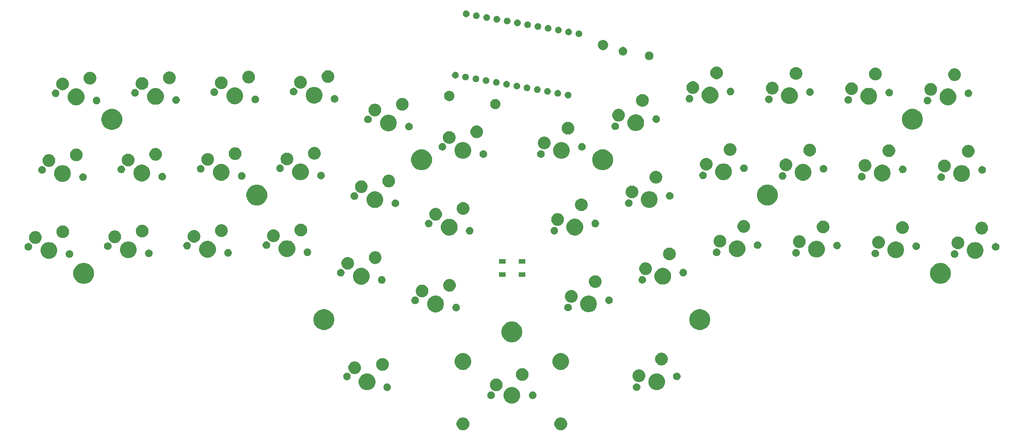
<source format=gbr>
G04 #@! TF.GenerationSoftware,KiCad,Pcbnew,(5.1.6-0-10_14)*
G04 #@! TF.CreationDate,2020-08-27T09:40:30+09:00*
G04 #@! TF.ProjectId,reviung39,72657669-756e-4673-9339-2e6b69636164,2.0*
G04 #@! TF.SameCoordinates,Original*
G04 #@! TF.FileFunction,Soldermask,Top*
G04 #@! TF.FilePolarity,Negative*
%FSLAX46Y46*%
G04 Gerber Fmt 4.6, Leading zero omitted, Abs format (unit mm)*
G04 Created by KiCad (PCBNEW (5.1.6-0-10_14)) date 2020-08-27 09:40:30*
%MOMM*%
%LPD*%
G01*
G04 APERTURE LIST*
%ADD10C,0.100000*%
G04 APERTURE END LIST*
D10*
G36*
X156913267Y-150470263D02*
G01*
X157065411Y-150500526D01*
X157184137Y-150549704D01*
X157352041Y-150619252D01*
X157352042Y-150619253D01*
X157610004Y-150791617D01*
X157829383Y-151010996D01*
X157944553Y-151183361D01*
X158001748Y-151268959D01*
X158120474Y-151555590D01*
X158181000Y-151859875D01*
X158181000Y-152170125D01*
X158120474Y-152474410D01*
X158001748Y-152761041D01*
X158001747Y-152761042D01*
X157829383Y-153019004D01*
X157610004Y-153238383D01*
X157437639Y-153353553D01*
X157352041Y-153410748D01*
X157184137Y-153480296D01*
X157065411Y-153529474D01*
X156913267Y-153559737D01*
X156761125Y-153590000D01*
X156450875Y-153590000D01*
X156298733Y-153559737D01*
X156146589Y-153529474D01*
X156027863Y-153480296D01*
X155859959Y-153410748D01*
X155774361Y-153353553D01*
X155601996Y-153238383D01*
X155382617Y-153019004D01*
X155210253Y-152761042D01*
X155210252Y-152761041D01*
X155091526Y-152474410D01*
X155031000Y-152170125D01*
X155031000Y-151859875D01*
X155091526Y-151555590D01*
X155210252Y-151268959D01*
X155267447Y-151183361D01*
X155382617Y-151010996D01*
X155601996Y-150791617D01*
X155859958Y-150619253D01*
X155859959Y-150619252D01*
X156027863Y-150549704D01*
X156146589Y-150500526D01*
X156298733Y-150470263D01*
X156450875Y-150440000D01*
X156761125Y-150440000D01*
X156913267Y-150470263D01*
G37*
G36*
X133037267Y-150470263D02*
G01*
X133189411Y-150500526D01*
X133308137Y-150549704D01*
X133476041Y-150619252D01*
X133476042Y-150619253D01*
X133734004Y-150791617D01*
X133953383Y-151010996D01*
X134068553Y-151183361D01*
X134125748Y-151268959D01*
X134244474Y-151555590D01*
X134305000Y-151859875D01*
X134305000Y-152170125D01*
X134244474Y-152474410D01*
X134125748Y-152761041D01*
X134125747Y-152761042D01*
X133953383Y-153019004D01*
X133734004Y-153238383D01*
X133561639Y-153353553D01*
X133476041Y-153410748D01*
X133308137Y-153480296D01*
X133189411Y-153529474D01*
X133037267Y-153559737D01*
X132885125Y-153590000D01*
X132574875Y-153590000D01*
X132422733Y-153559737D01*
X132270589Y-153529474D01*
X132151863Y-153480296D01*
X131983959Y-153410748D01*
X131898361Y-153353553D01*
X131725996Y-153238383D01*
X131506617Y-153019004D01*
X131334253Y-152761042D01*
X131334252Y-152761041D01*
X131215526Y-152474410D01*
X131155000Y-152170125D01*
X131155000Y-151859875D01*
X131215526Y-151555590D01*
X131334252Y-151268959D01*
X131391447Y-151183361D01*
X131506617Y-151010996D01*
X131725996Y-150791617D01*
X131983958Y-150619253D01*
X131983959Y-150619252D01*
X132151863Y-150549704D01*
X132270589Y-150500526D01*
X132422733Y-150470263D01*
X132574875Y-150440000D01*
X132885125Y-150440000D01*
X133037267Y-150470263D01*
G37*
G36*
X145264474Y-143063684D02*
G01*
X145436472Y-143134928D01*
X145636623Y-143217833D01*
X145971548Y-143441623D01*
X146256377Y-143726452D01*
X146480167Y-144061377D01*
X146512562Y-144139586D01*
X146634316Y-144433526D01*
X146712900Y-144828594D01*
X146712900Y-145231406D01*
X146634316Y-145626474D01*
X146583451Y-145749272D01*
X146480167Y-145998623D01*
X146256377Y-146333548D01*
X145971548Y-146618377D01*
X145636623Y-146842167D01*
X145482474Y-146906017D01*
X145264474Y-146996316D01*
X144869406Y-147074900D01*
X144466594Y-147074900D01*
X144071526Y-146996316D01*
X143853526Y-146906017D01*
X143699377Y-146842167D01*
X143364452Y-146618377D01*
X143079623Y-146333548D01*
X142855833Y-145998623D01*
X142752549Y-145749272D01*
X142701684Y-145626474D01*
X142623100Y-145231406D01*
X142623100Y-144828594D01*
X142701684Y-144433526D01*
X142823438Y-144139586D01*
X142855833Y-144061377D01*
X143079623Y-143726452D01*
X143364452Y-143441623D01*
X143699377Y-143217833D01*
X143899528Y-143134928D01*
X144071526Y-143063684D01*
X144466594Y-142985100D01*
X144869406Y-142985100D01*
X145264474Y-143063684D01*
G37*
G36*
X150018104Y-144139585D02*
G01*
X150186626Y-144209389D01*
X150338291Y-144310728D01*
X150467272Y-144439709D01*
X150568611Y-144591374D01*
X150638415Y-144759896D01*
X150674000Y-144938797D01*
X150674000Y-145121203D01*
X150638415Y-145300104D01*
X150568611Y-145468626D01*
X150467272Y-145620291D01*
X150338291Y-145749272D01*
X150186626Y-145850611D01*
X150018104Y-145920415D01*
X149839203Y-145956000D01*
X149656797Y-145956000D01*
X149477896Y-145920415D01*
X149309374Y-145850611D01*
X149157709Y-145749272D01*
X149028728Y-145620291D01*
X148927389Y-145468626D01*
X148857585Y-145300104D01*
X148822000Y-145121203D01*
X148822000Y-144938797D01*
X148857585Y-144759896D01*
X148927389Y-144591374D01*
X149028728Y-144439709D01*
X149157709Y-144310728D01*
X149309374Y-144209389D01*
X149477896Y-144139585D01*
X149656797Y-144104000D01*
X149839203Y-144104000D01*
X150018104Y-144139585D01*
G37*
G36*
X139858104Y-144139585D02*
G01*
X140026626Y-144209389D01*
X140178291Y-144310728D01*
X140307272Y-144439709D01*
X140408611Y-144591374D01*
X140478415Y-144759896D01*
X140514000Y-144938797D01*
X140514000Y-145121203D01*
X140478415Y-145300104D01*
X140408611Y-145468626D01*
X140307272Y-145620291D01*
X140178291Y-145749272D01*
X140026626Y-145850611D01*
X139858104Y-145920415D01*
X139679203Y-145956000D01*
X139496797Y-145956000D01*
X139317896Y-145920415D01*
X139149374Y-145850611D01*
X138997709Y-145749272D01*
X138868728Y-145620291D01*
X138767389Y-145468626D01*
X138697585Y-145300104D01*
X138662000Y-145121203D01*
X138662000Y-144938797D01*
X138697585Y-144759896D01*
X138767389Y-144591374D01*
X138868728Y-144439709D01*
X138997709Y-144310728D01*
X139149374Y-144209389D01*
X139317896Y-144139585D01*
X139496797Y-144104000D01*
X139679203Y-144104000D01*
X139858104Y-144139585D01*
G37*
G36*
X141160585Y-140968802D02*
G01*
X141310410Y-140998604D01*
X141592674Y-141115521D01*
X141846705Y-141285259D01*
X142062741Y-141501295D01*
X142232479Y-141755326D01*
X142349396Y-142037590D01*
X142349396Y-142037591D01*
X142409000Y-142337239D01*
X142409000Y-142642761D01*
X142398102Y-142697547D01*
X142349396Y-142942410D01*
X142232479Y-143224674D01*
X142062741Y-143478705D01*
X141846705Y-143694741D01*
X141592674Y-143864479D01*
X141310410Y-143981396D01*
X141160585Y-144011198D01*
X141010761Y-144041000D01*
X140705239Y-144041000D01*
X140555415Y-144011198D01*
X140405590Y-143981396D01*
X140123326Y-143864479D01*
X139869295Y-143694741D01*
X139653259Y-143478705D01*
X139483521Y-143224674D01*
X139366604Y-142942410D01*
X139317898Y-142697547D01*
X139307000Y-142642761D01*
X139307000Y-142337239D01*
X139366604Y-142037591D01*
X139366604Y-142037590D01*
X139483521Y-141755326D01*
X139653259Y-141501295D01*
X139869295Y-141285259D01*
X140123326Y-141115521D01*
X140405590Y-140998604D01*
X140555415Y-140968802D01*
X140705239Y-140939000D01*
X141010761Y-140939000D01*
X141160585Y-140968802D01*
G37*
G36*
X114493191Y-142171571D02*
G01*
X114661713Y-142241375D01*
X114813378Y-142342714D01*
X114942359Y-142471695D01*
X115043698Y-142623360D01*
X115113502Y-142791882D01*
X115149087Y-142970783D01*
X115149087Y-143153189D01*
X115113502Y-143332090D01*
X115043698Y-143500612D01*
X114942359Y-143652277D01*
X114813378Y-143781258D01*
X114661713Y-143882597D01*
X114493191Y-143952401D01*
X114314290Y-143987986D01*
X114131884Y-143987986D01*
X113952983Y-143952401D01*
X113784461Y-143882597D01*
X113632796Y-143781258D01*
X113503815Y-143652277D01*
X113402476Y-143500612D01*
X113332672Y-143332090D01*
X113297087Y-143153189D01*
X113297087Y-142970783D01*
X113332672Y-142791882D01*
X113402476Y-142623360D01*
X113503815Y-142471695D01*
X113632796Y-142342714D01*
X113784461Y-142241375D01*
X113952983Y-142171571D01*
X114131884Y-142135986D01*
X114314290Y-142135986D01*
X114493191Y-142171571D01*
G37*
G36*
X175405063Y-142153310D02*
G01*
X175573585Y-142223114D01*
X175725250Y-142324453D01*
X175854231Y-142453434D01*
X175955570Y-142605099D01*
X176025374Y-142773621D01*
X176060959Y-142952522D01*
X176060959Y-143134928D01*
X176025374Y-143313829D01*
X175955570Y-143482351D01*
X175854231Y-143634016D01*
X175725250Y-143762997D01*
X175573585Y-143864336D01*
X175405063Y-143934140D01*
X175226162Y-143969725D01*
X175043756Y-143969725D01*
X174864855Y-143934140D01*
X174696333Y-143864336D01*
X174544668Y-143762997D01*
X174415687Y-143634016D01*
X174314348Y-143482351D01*
X174244544Y-143313829D01*
X174208959Y-143134928D01*
X174208959Y-142952522D01*
X174244544Y-142773621D01*
X174314348Y-142605099D01*
X174415687Y-142453434D01*
X174544668Y-142324453D01*
X174696333Y-142223114D01*
X174864855Y-142153310D01*
X175043756Y-142117725D01*
X175226162Y-142117725D01*
X175405063Y-142153310D01*
G37*
G36*
X109912658Y-139780869D02*
G01*
X110130658Y-139871168D01*
X110284807Y-139935018D01*
X110619732Y-140158808D01*
X110904561Y-140443637D01*
X111128351Y-140778562D01*
X111166644Y-140871010D01*
X111282500Y-141150711D01*
X111361084Y-141545779D01*
X111361084Y-141948591D01*
X111282500Y-142343659D01*
X111229465Y-142471696D01*
X111128351Y-142715808D01*
X110904561Y-143050733D01*
X110619732Y-143335562D01*
X110284807Y-143559352D01*
X110130658Y-143623202D01*
X109912658Y-143713501D01*
X109517590Y-143792085D01*
X109114778Y-143792085D01*
X108719710Y-143713501D01*
X108501710Y-143623202D01*
X108347561Y-143559352D01*
X108012636Y-143335562D01*
X107727807Y-143050733D01*
X107504017Y-142715808D01*
X107402903Y-142471696D01*
X107349868Y-142343659D01*
X107271284Y-141948591D01*
X107271284Y-141545779D01*
X107349868Y-141150711D01*
X107465724Y-140871010D01*
X107504017Y-140778562D01*
X107727807Y-140443637D01*
X108012636Y-140158808D01*
X108347561Y-139935018D01*
X108501710Y-139871168D01*
X108719710Y-139780869D01*
X109114778Y-139702285D01*
X109517590Y-139702285D01*
X109912658Y-139780869D01*
G37*
G36*
X180638336Y-139762608D02*
G01*
X180786146Y-139823833D01*
X181010485Y-139916757D01*
X181345410Y-140140547D01*
X181630239Y-140425376D01*
X181854029Y-140760301D01*
X181899886Y-140871010D01*
X182008178Y-141132450D01*
X182086762Y-141527518D01*
X182086762Y-141930330D01*
X182008178Y-142325398D01*
X181955143Y-142453435D01*
X181854029Y-142697547D01*
X181630239Y-143032472D01*
X181345410Y-143317301D01*
X181010485Y-143541091D01*
X180856336Y-143604941D01*
X180638336Y-143695240D01*
X180243268Y-143773824D01*
X179840456Y-143773824D01*
X179445388Y-143695240D01*
X179227388Y-143604941D01*
X179073239Y-143541091D01*
X178738314Y-143317301D01*
X178453485Y-143032472D01*
X178229695Y-142697547D01*
X178128581Y-142453435D01*
X178075546Y-142325398D01*
X177996962Y-141930330D01*
X177996962Y-141527518D01*
X178075546Y-141132450D01*
X178183838Y-140871010D01*
X178229695Y-140760301D01*
X178453485Y-140425376D01*
X178738314Y-140140547D01*
X179073239Y-139916757D01*
X179297578Y-139823833D01*
X179445388Y-139762608D01*
X179840456Y-139684024D01*
X180243268Y-139684024D01*
X180638336Y-139762608D01*
G37*
G36*
X176006869Y-138740375D02*
G01*
X176156694Y-138770177D01*
X176438958Y-138887094D01*
X176692989Y-139056832D01*
X176909025Y-139272868D01*
X177078763Y-139526899D01*
X177190741Y-139797239D01*
X177195680Y-139809164D01*
X177255284Y-140108812D01*
X177255284Y-140414334D01*
X177253087Y-140425377D01*
X177195680Y-140713983D01*
X177078763Y-140996247D01*
X176909025Y-141250278D01*
X176692989Y-141466314D01*
X176438958Y-141636052D01*
X176156694Y-141752969D01*
X176144834Y-141755328D01*
X175857045Y-141812573D01*
X175551523Y-141812573D01*
X175263734Y-141755328D01*
X175251874Y-141752969D01*
X174969610Y-141636052D01*
X174715579Y-141466314D01*
X174499543Y-141250278D01*
X174329805Y-140996247D01*
X174212888Y-140713983D01*
X174155481Y-140425377D01*
X174153284Y-140414334D01*
X174153284Y-140108812D01*
X174212888Y-139809164D01*
X174217827Y-139797239D01*
X174329805Y-139526899D01*
X174499543Y-139272868D01*
X174715579Y-139056832D01*
X174969610Y-138887094D01*
X175251874Y-138770177D01*
X175401699Y-138740375D01*
X175551523Y-138710573D01*
X175857045Y-138710573D01*
X176006869Y-138740375D01*
G37*
G36*
X147510585Y-138428802D02*
G01*
X147660410Y-138458604D01*
X147942674Y-138575521D01*
X148196705Y-138745259D01*
X148412741Y-138961295D01*
X148582479Y-139215326D01*
X148699396Y-139497590D01*
X148708224Y-139541970D01*
X148759000Y-139797239D01*
X148759000Y-140102761D01*
X148747161Y-140162280D01*
X148699396Y-140402410D01*
X148582479Y-140684674D01*
X148412741Y-140938705D01*
X148196705Y-141154741D01*
X147942674Y-141324479D01*
X147660410Y-141441396D01*
X147510585Y-141471198D01*
X147360761Y-141501000D01*
X147055239Y-141501000D01*
X146905415Y-141471198D01*
X146755590Y-141441396D01*
X146473326Y-141324479D01*
X146219295Y-141154741D01*
X146003259Y-140938705D01*
X145833521Y-140684674D01*
X145716604Y-140402410D01*
X145668839Y-140162280D01*
X145657000Y-140102761D01*
X145657000Y-139797239D01*
X145707776Y-139541970D01*
X145716604Y-139497590D01*
X145833521Y-139215326D01*
X146003259Y-138961295D01*
X146219295Y-138745259D01*
X146473326Y-138575521D01*
X146755590Y-138458604D01*
X146905415Y-138428802D01*
X147055239Y-138399000D01*
X147360761Y-138399000D01*
X147510585Y-138428802D01*
G37*
G36*
X104679385Y-139541969D02*
G01*
X104847907Y-139611773D01*
X104999572Y-139713112D01*
X105128553Y-139842093D01*
X105229892Y-139993758D01*
X105299696Y-140162280D01*
X105335281Y-140341181D01*
X105335281Y-140523587D01*
X105299696Y-140702488D01*
X105229892Y-140871010D01*
X105128553Y-141022675D01*
X104999572Y-141151656D01*
X104847907Y-141252995D01*
X104679385Y-141322799D01*
X104500484Y-141358384D01*
X104318078Y-141358384D01*
X104139177Y-141322799D01*
X103970655Y-141252995D01*
X103818990Y-141151656D01*
X103690009Y-141022675D01*
X103588670Y-140871010D01*
X103518866Y-140702488D01*
X103483281Y-140523587D01*
X103483281Y-140341181D01*
X103518866Y-140162280D01*
X103588670Y-139993758D01*
X103690009Y-139842093D01*
X103818990Y-139713112D01*
X103970655Y-139611773D01*
X104139177Y-139541969D01*
X104318078Y-139506384D01*
X104500484Y-139506384D01*
X104679385Y-139541969D01*
G37*
G36*
X185218869Y-139523708D02*
G01*
X185387391Y-139593512D01*
X185539056Y-139694851D01*
X185668037Y-139823832D01*
X185769376Y-139975497D01*
X185839180Y-140144019D01*
X185874765Y-140322920D01*
X185874765Y-140505326D01*
X185839180Y-140684227D01*
X185769376Y-140852749D01*
X185668037Y-141004414D01*
X185539056Y-141133395D01*
X185387391Y-141234734D01*
X185218869Y-141304538D01*
X185039968Y-141340123D01*
X184857562Y-141340123D01*
X184678661Y-141304538D01*
X184510139Y-141234734D01*
X184358474Y-141133395D01*
X184229493Y-141004414D01*
X184128154Y-140852749D01*
X184058350Y-140684227D01*
X184022765Y-140505326D01*
X184022765Y-140322920D01*
X184058350Y-140144019D01*
X184128154Y-139975497D01*
X184229493Y-139823832D01*
X184358474Y-139694851D01*
X184510139Y-139593512D01*
X184678661Y-139523708D01*
X184857562Y-139488123D01*
X185039968Y-139488123D01*
X185218869Y-139523708D01*
G37*
G36*
X106595992Y-136786435D02*
G01*
X106745817Y-136816237D01*
X107028081Y-136933154D01*
X107282112Y-137102892D01*
X107498148Y-137318928D01*
X107667886Y-137572959D01*
X107784803Y-137855223D01*
X107784803Y-137855224D01*
X107844407Y-138154872D01*
X107844407Y-138460394D01*
X107821507Y-138575521D01*
X107784803Y-138760043D01*
X107667886Y-139042307D01*
X107498148Y-139296338D01*
X107282112Y-139512374D01*
X107028081Y-139682112D01*
X106745817Y-139799029D01*
X106621124Y-139823832D01*
X106446168Y-139858633D01*
X106140646Y-139858633D01*
X105965690Y-139823832D01*
X105840997Y-139799029D01*
X105558733Y-139682112D01*
X105304702Y-139512374D01*
X105088666Y-139296338D01*
X104918928Y-139042307D01*
X104802011Y-138760043D01*
X104765307Y-138575521D01*
X104742407Y-138460394D01*
X104742407Y-138154872D01*
X104802011Y-137855224D01*
X104802011Y-137855223D01*
X104918928Y-137572959D01*
X105088666Y-137318928D01*
X105304702Y-137102892D01*
X105558733Y-136933154D01*
X105840997Y-136816237D01*
X105990822Y-136786435D01*
X106140646Y-136756633D01*
X106446168Y-136756633D01*
X106595992Y-136786435D01*
G37*
G36*
X113387021Y-135976484D02*
G01*
X113536846Y-136006286D01*
X113819110Y-136123203D01*
X114073141Y-136292941D01*
X114289177Y-136508977D01*
X114458915Y-136763008D01*
X114575832Y-137045272D01*
X114597325Y-137153324D01*
X114630266Y-137318928D01*
X114635436Y-137344922D01*
X114635436Y-137650442D01*
X114575832Y-137950092D01*
X114458915Y-138232356D01*
X114289177Y-138486387D01*
X114073141Y-138702423D01*
X113819110Y-138872161D01*
X113536846Y-138989078D01*
X113387021Y-139018880D01*
X113237197Y-139048682D01*
X112931675Y-139048682D01*
X112781851Y-139018880D01*
X112632026Y-138989078D01*
X112349762Y-138872161D01*
X112095731Y-138702423D01*
X111879695Y-138486387D01*
X111709957Y-138232356D01*
X111593040Y-137950092D01*
X111533436Y-137650442D01*
X111533436Y-137344922D01*
X111538607Y-137318928D01*
X111571547Y-137153324D01*
X111593040Y-137045272D01*
X111709957Y-136763008D01*
X111879695Y-136508977D01*
X112095731Y-136292941D01*
X112349762Y-136123203D01*
X112632026Y-136006286D01*
X112781851Y-135976484D01*
X112931675Y-135946682D01*
X113237197Y-135946682D01*
X113387021Y-135976484D01*
G37*
G36*
X157202474Y-134808684D02*
G01*
X157420474Y-134898983D01*
X157574623Y-134962833D01*
X157909548Y-135186623D01*
X158194377Y-135471452D01*
X158418167Y-135806377D01*
X158418167Y-135806378D01*
X158572316Y-136178526D01*
X158650900Y-136573594D01*
X158650900Y-136976406D01*
X158572316Y-137371474D01*
X158502883Y-137539099D01*
X158418167Y-137743623D01*
X158194377Y-138078548D01*
X157909548Y-138363377D01*
X157574623Y-138587167D01*
X157420474Y-138651017D01*
X157202474Y-138741316D01*
X156807406Y-138819900D01*
X156404594Y-138819900D01*
X156009526Y-138741316D01*
X155791526Y-138651017D01*
X155637377Y-138587167D01*
X155302452Y-138363377D01*
X155017623Y-138078548D01*
X154793833Y-137743623D01*
X154709117Y-137539099D01*
X154639684Y-137371474D01*
X154561100Y-136976406D01*
X154561100Y-136573594D01*
X154639684Y-136178526D01*
X154793833Y-135806378D01*
X154793833Y-135806377D01*
X155017623Y-135471452D01*
X155302452Y-135186623D01*
X155637377Y-134962833D01*
X155791526Y-134898983D01*
X156009526Y-134808684D01*
X156404594Y-134730100D01*
X156807406Y-134730100D01*
X157202474Y-134808684D01*
G37*
G36*
X133326474Y-134808684D02*
G01*
X133544474Y-134898983D01*
X133698623Y-134962833D01*
X134033548Y-135186623D01*
X134318377Y-135471452D01*
X134542167Y-135806377D01*
X134542167Y-135806378D01*
X134696316Y-136178526D01*
X134774900Y-136573594D01*
X134774900Y-136976406D01*
X134696316Y-137371474D01*
X134626883Y-137539099D01*
X134542167Y-137743623D01*
X134318377Y-138078548D01*
X134033548Y-138363377D01*
X133698623Y-138587167D01*
X133544474Y-138651017D01*
X133326474Y-138741316D01*
X132931406Y-138819900D01*
X132528594Y-138819900D01*
X132133526Y-138741316D01*
X131915526Y-138651017D01*
X131761377Y-138587167D01*
X131426452Y-138363377D01*
X131141623Y-138078548D01*
X130917833Y-137743623D01*
X130833117Y-137539099D01*
X130763684Y-137371474D01*
X130685100Y-136976406D01*
X130685100Y-136573594D01*
X130763684Y-136178526D01*
X130917833Y-135806378D01*
X130917833Y-135806377D01*
X131141623Y-135471452D01*
X131426452Y-135186623D01*
X131761377Y-134962833D01*
X131915526Y-134898983D01*
X132133526Y-134808684D01*
X132528594Y-134730100D01*
X132931406Y-134730100D01*
X133326474Y-134808684D01*
G37*
G36*
X181483098Y-134643422D02*
G01*
X181632923Y-134673224D01*
X181915187Y-134790141D01*
X182169218Y-134959879D01*
X182385254Y-135175915D01*
X182554992Y-135429946D01*
X182671909Y-135712210D01*
X182731513Y-136011860D01*
X182731513Y-136317380D01*
X182671909Y-136617030D01*
X182554992Y-136899294D01*
X182385254Y-137153325D01*
X182169218Y-137369361D01*
X181915187Y-137539099D01*
X181632923Y-137656016D01*
X181483098Y-137685818D01*
X181333274Y-137715620D01*
X181027752Y-137715620D01*
X180877928Y-137685818D01*
X180728103Y-137656016D01*
X180445839Y-137539099D01*
X180191808Y-137369361D01*
X179975772Y-137153325D01*
X179806034Y-136899294D01*
X179689117Y-136617030D01*
X179629513Y-136317380D01*
X179629513Y-136011860D01*
X179689117Y-135712210D01*
X179806034Y-135429946D01*
X179975772Y-135175915D01*
X180191808Y-134959879D01*
X180445839Y-134790141D01*
X180728103Y-134673224D01*
X180877928Y-134643422D01*
X181027752Y-134613620D01*
X181333274Y-134613620D01*
X181483098Y-134643422D01*
G37*
G36*
X145404098Y-127077033D02*
G01*
X145868350Y-127269332D01*
X145868352Y-127269333D01*
X146286168Y-127548509D01*
X146641491Y-127903832D01*
X146920667Y-128321648D01*
X146920668Y-128321650D01*
X147112967Y-128785902D01*
X147211000Y-129278747D01*
X147211000Y-129781253D01*
X147112967Y-130274098D01*
X146920668Y-130738350D01*
X146920667Y-130738352D01*
X146641491Y-131156168D01*
X146286168Y-131511491D01*
X145868352Y-131790667D01*
X145868351Y-131790668D01*
X145868350Y-131790668D01*
X145404098Y-131982967D01*
X144911253Y-132081000D01*
X144408747Y-132081000D01*
X143915902Y-131982967D01*
X143451650Y-131790668D01*
X143451649Y-131790668D01*
X143451648Y-131790667D01*
X143033832Y-131511491D01*
X142678509Y-131156168D01*
X142399333Y-130738352D01*
X142399332Y-130738350D01*
X142207033Y-130274098D01*
X142109000Y-129781253D01*
X142109000Y-129278747D01*
X142207033Y-128785902D01*
X142399332Y-128321650D01*
X142399333Y-128321648D01*
X142678509Y-127903832D01*
X143033832Y-127548509D01*
X143451648Y-127269333D01*
X143451650Y-127269332D01*
X143915902Y-127077033D01*
X144408747Y-126979000D01*
X144911253Y-126979000D01*
X145404098Y-127077033D01*
G37*
G36*
X191304098Y-124077033D02*
G01*
X191768350Y-124269332D01*
X191768352Y-124269333D01*
X192186168Y-124548509D01*
X192541491Y-124903832D01*
X192820667Y-125321648D01*
X192820668Y-125321650D01*
X193012967Y-125785902D01*
X193111000Y-126278747D01*
X193111000Y-126781253D01*
X193012967Y-127274098D01*
X192820668Y-127738350D01*
X192820667Y-127738352D01*
X192541491Y-128156168D01*
X192186168Y-128511491D01*
X191768352Y-128790667D01*
X191768351Y-128790668D01*
X191768350Y-128790668D01*
X191304098Y-128982967D01*
X190811253Y-129081000D01*
X190308747Y-129081000D01*
X189815902Y-128982967D01*
X189351650Y-128790668D01*
X189351649Y-128790668D01*
X189351648Y-128790667D01*
X188933832Y-128511491D01*
X188578509Y-128156168D01*
X188299333Y-127738352D01*
X188299332Y-127738350D01*
X188107033Y-127274098D01*
X188009000Y-126781253D01*
X188009000Y-126278747D01*
X188107033Y-125785902D01*
X188299332Y-125321650D01*
X188299333Y-125321648D01*
X188578509Y-124903832D01*
X188933832Y-124548509D01*
X189351648Y-124269333D01*
X189351650Y-124269332D01*
X189815902Y-124077033D01*
X190308747Y-123979000D01*
X190811253Y-123979000D01*
X191304098Y-124077033D01*
G37*
G36*
X99514098Y-124077033D02*
G01*
X99978350Y-124269332D01*
X99978352Y-124269333D01*
X100396168Y-124548509D01*
X100751491Y-124903832D01*
X101030667Y-125321648D01*
X101030668Y-125321650D01*
X101222967Y-125785902D01*
X101321000Y-126278747D01*
X101321000Y-126781253D01*
X101222967Y-127274098D01*
X101030668Y-127738350D01*
X101030667Y-127738352D01*
X100751491Y-128156168D01*
X100396168Y-128511491D01*
X99978352Y-128790667D01*
X99978351Y-128790668D01*
X99978350Y-128790668D01*
X99514098Y-128982967D01*
X99021253Y-129081000D01*
X98518747Y-129081000D01*
X98025902Y-128982967D01*
X97561650Y-128790668D01*
X97561649Y-128790668D01*
X97561648Y-128790667D01*
X97143832Y-128511491D01*
X96788509Y-128156168D01*
X96509333Y-127738352D01*
X96509332Y-127738350D01*
X96317033Y-127274098D01*
X96219000Y-126781253D01*
X96219000Y-126278747D01*
X96317033Y-125785902D01*
X96509332Y-125321650D01*
X96509333Y-125321648D01*
X96788509Y-124903832D01*
X97143832Y-124548509D01*
X97561648Y-124269333D01*
X97561650Y-124269332D01*
X98025902Y-124077033D01*
X98518747Y-123979000D01*
X99021253Y-123979000D01*
X99514098Y-124077033D01*
G37*
G36*
X126656474Y-120743684D02*
G01*
X126874474Y-120833983D01*
X127028623Y-120897833D01*
X127363548Y-121121623D01*
X127648377Y-121406452D01*
X127872167Y-121741377D01*
X127872167Y-121741378D01*
X128026316Y-122113526D01*
X128104900Y-122508594D01*
X128104900Y-122911406D01*
X128026316Y-123306474D01*
X127936017Y-123524474D01*
X127872167Y-123678623D01*
X127648377Y-124013548D01*
X127363548Y-124298377D01*
X127028623Y-124522167D01*
X126965027Y-124548509D01*
X126656474Y-124676316D01*
X126261406Y-124754900D01*
X125858594Y-124754900D01*
X125463526Y-124676316D01*
X125154973Y-124548509D01*
X125091377Y-124522167D01*
X124756452Y-124298377D01*
X124471623Y-124013548D01*
X124247833Y-123678623D01*
X124183983Y-123524474D01*
X124093684Y-123306474D01*
X124015100Y-122911406D01*
X124015100Y-122508594D01*
X124093684Y-122113526D01*
X124247833Y-121741378D01*
X124247833Y-121741377D01*
X124471623Y-121406452D01*
X124756452Y-121121623D01*
X125091377Y-120897833D01*
X125245526Y-120833983D01*
X125463526Y-120743684D01*
X125858594Y-120665100D01*
X126261406Y-120665100D01*
X126656474Y-120743684D01*
G37*
G36*
X163986474Y-120723684D02*
G01*
X164204474Y-120813983D01*
X164358623Y-120877833D01*
X164693548Y-121101623D01*
X164978377Y-121386452D01*
X165202167Y-121721377D01*
X165250843Y-121838892D01*
X165356316Y-122093526D01*
X165434900Y-122488594D01*
X165434900Y-122891406D01*
X165356316Y-123286474D01*
X165267485Y-123500930D01*
X165202167Y-123658623D01*
X164978377Y-123993548D01*
X164693548Y-124278377D01*
X164358623Y-124502167D01*
X164320077Y-124518133D01*
X163986474Y-124656316D01*
X163591406Y-124734900D01*
X163188594Y-124734900D01*
X162793526Y-124656316D01*
X162459923Y-124518133D01*
X162421377Y-124502167D01*
X162086452Y-124278377D01*
X161801623Y-123993548D01*
X161577833Y-123658623D01*
X161512515Y-123500930D01*
X161423684Y-123286474D01*
X161345100Y-122891406D01*
X161345100Y-122488594D01*
X161423684Y-122093526D01*
X161529157Y-121838892D01*
X161577833Y-121721377D01*
X161801623Y-121386452D01*
X162086452Y-121101623D01*
X162421377Y-120877833D01*
X162575526Y-120813983D01*
X162793526Y-120723684D01*
X163188594Y-120645100D01*
X163591406Y-120645100D01*
X163986474Y-120723684D01*
G37*
G36*
X131332927Y-122701718D02*
G01*
X131501449Y-122771522D01*
X131653114Y-122872861D01*
X131782095Y-123001842D01*
X131883434Y-123153507D01*
X131953238Y-123322029D01*
X131988823Y-123500930D01*
X131988823Y-123683336D01*
X131953238Y-123862237D01*
X131883434Y-124030759D01*
X131782095Y-124182424D01*
X131653114Y-124311405D01*
X131501449Y-124412744D01*
X131332927Y-124482548D01*
X131154026Y-124518133D01*
X130971620Y-124518133D01*
X130792719Y-124482548D01*
X130624197Y-124412744D01*
X130472532Y-124311405D01*
X130343551Y-124182424D01*
X130242212Y-124030759D01*
X130172408Y-123862237D01*
X130136823Y-123683336D01*
X130136823Y-123500930D01*
X130172408Y-123322029D01*
X130242212Y-123153507D01*
X130343551Y-123001842D01*
X130472532Y-122872861D01*
X130624197Y-122771522D01*
X130792719Y-122701718D01*
X130971620Y-122666133D01*
X131154026Y-122666133D01*
X131332927Y-122701718D01*
G37*
G36*
X158657281Y-122681718D02*
G01*
X158825803Y-122751522D01*
X158977468Y-122852861D01*
X159106449Y-122981842D01*
X159207788Y-123133507D01*
X159277592Y-123302029D01*
X159313177Y-123480930D01*
X159313177Y-123663336D01*
X159277592Y-123842237D01*
X159207788Y-124010759D01*
X159106449Y-124162424D01*
X158977468Y-124291405D01*
X158825803Y-124392744D01*
X158657281Y-124462548D01*
X158478380Y-124498133D01*
X158295974Y-124498133D01*
X158117073Y-124462548D01*
X157948551Y-124392744D01*
X157796886Y-124291405D01*
X157667905Y-124162424D01*
X157566566Y-124010759D01*
X157496762Y-123842237D01*
X157461177Y-123663336D01*
X157461177Y-123480930D01*
X157496762Y-123302029D01*
X157566566Y-123133507D01*
X157667905Y-122981842D01*
X157796886Y-122852861D01*
X157948551Y-122751522D01*
X158117073Y-122681718D01*
X158295974Y-122646133D01*
X158478380Y-122646133D01*
X158657281Y-122681718D01*
G37*
G36*
X121327281Y-120937452D02*
G01*
X121495803Y-121007256D01*
X121647468Y-121108595D01*
X121776449Y-121237576D01*
X121877788Y-121389241D01*
X121947592Y-121557763D01*
X121983177Y-121736664D01*
X121983177Y-121919070D01*
X121947592Y-122097971D01*
X121877788Y-122266493D01*
X121776449Y-122418158D01*
X121647468Y-122547139D01*
X121495803Y-122648478D01*
X121327281Y-122718282D01*
X121148380Y-122753867D01*
X120965974Y-122753867D01*
X120787073Y-122718282D01*
X120618551Y-122648478D01*
X120466886Y-122547139D01*
X120337905Y-122418158D01*
X120236566Y-122266493D01*
X120166762Y-122097971D01*
X120131177Y-121919070D01*
X120131177Y-121736664D01*
X120166762Y-121557763D01*
X120236566Y-121389241D01*
X120337905Y-121237576D01*
X120466886Y-121108595D01*
X120618551Y-121007256D01*
X120787073Y-120937452D01*
X120965974Y-120901867D01*
X121148380Y-120901867D01*
X121327281Y-120937452D01*
G37*
G36*
X168662927Y-120917452D02*
G01*
X168831449Y-120987256D01*
X168983114Y-121088595D01*
X169112095Y-121217576D01*
X169213434Y-121369241D01*
X169283238Y-121537763D01*
X169318823Y-121716664D01*
X169318823Y-121899070D01*
X169283238Y-122077971D01*
X169213434Y-122246493D01*
X169112095Y-122398158D01*
X168983114Y-122527139D01*
X168831449Y-122628478D01*
X168662927Y-122698282D01*
X168484026Y-122733867D01*
X168301620Y-122733867D01*
X168122719Y-122698282D01*
X167954197Y-122628478D01*
X167802532Y-122527139D01*
X167673551Y-122398158D01*
X167572212Y-122246493D01*
X167502408Y-122077971D01*
X167466823Y-121899070D01*
X167466823Y-121716664D01*
X167502408Y-121537763D01*
X167572212Y-121369241D01*
X167673551Y-121217576D01*
X167802532Y-121088595D01*
X167954197Y-120987256D01*
X168122719Y-120917452D01*
X168301620Y-120881867D01*
X168484026Y-120881867D01*
X168662927Y-120917452D01*
G37*
G36*
X159499401Y-119328990D02*
G01*
X159649226Y-119358792D01*
X159931490Y-119475709D01*
X160185521Y-119645447D01*
X160401557Y-119861483D01*
X160571295Y-120115514D01*
X160688212Y-120397778D01*
X160747816Y-120697428D01*
X160747816Y-121002948D01*
X160688212Y-121302598D01*
X160571295Y-121584862D01*
X160401557Y-121838893D01*
X160185521Y-122054929D01*
X159931490Y-122224667D01*
X159649226Y-122341584D01*
X159499401Y-122371386D01*
X159349577Y-122401188D01*
X159044055Y-122401188D01*
X158894231Y-122371386D01*
X158744406Y-122341584D01*
X158462142Y-122224667D01*
X158208111Y-122054929D01*
X157992075Y-121838893D01*
X157822337Y-121584862D01*
X157705420Y-121302598D01*
X157645816Y-121002948D01*
X157645816Y-120697428D01*
X157705420Y-120397778D01*
X157822337Y-120115514D01*
X157992075Y-119861483D01*
X158208111Y-119645447D01*
X158462142Y-119475709D01*
X158744406Y-119358792D01*
X158894231Y-119328990D01*
X159044055Y-119299188D01*
X159349577Y-119299188D01*
X159499401Y-119328990D01*
G37*
G36*
X123051534Y-118025791D02*
G01*
X123201359Y-118055593D01*
X123483623Y-118172510D01*
X123737654Y-118342248D01*
X123953690Y-118558284D01*
X124123428Y-118812315D01*
X124240345Y-119094579D01*
X124299949Y-119394229D01*
X124299949Y-119699749D01*
X124240345Y-119999399D01*
X124123428Y-120281663D01*
X123953690Y-120535694D01*
X123737654Y-120751730D01*
X123483623Y-120921468D01*
X123201359Y-121038385D01*
X123051534Y-121068187D01*
X122901710Y-121097989D01*
X122596188Y-121097989D01*
X122446364Y-121068187D01*
X122296539Y-121038385D01*
X122014275Y-120921468D01*
X121760244Y-120751730D01*
X121544208Y-120535694D01*
X121374470Y-120281663D01*
X121257553Y-119999399D01*
X121197949Y-119699749D01*
X121197949Y-119394229D01*
X121257553Y-119094579D01*
X121374470Y-118812315D01*
X121544208Y-118558284D01*
X121760244Y-118342248D01*
X122014275Y-118172510D01*
X122296539Y-118055593D01*
X122446364Y-118025791D01*
X122596188Y-117995989D01*
X122901710Y-117995989D01*
X123051534Y-118025791D01*
G37*
G36*
X129746129Y-116627045D02*
G01*
X129895954Y-116656847D01*
X130178218Y-116773764D01*
X130432249Y-116943502D01*
X130648285Y-117159538D01*
X130818023Y-117413569D01*
X130934940Y-117695833D01*
X130934940Y-117695834D01*
X130974819Y-117896316D01*
X130994544Y-117995483D01*
X130994544Y-118301003D01*
X130934940Y-118600653D01*
X130818023Y-118882917D01*
X130648285Y-119136948D01*
X130432249Y-119352984D01*
X130178218Y-119522722D01*
X129895954Y-119639639D01*
X129746129Y-119669441D01*
X129596305Y-119699243D01*
X129290783Y-119699243D01*
X129140959Y-119669441D01*
X128991134Y-119639639D01*
X128708870Y-119522722D01*
X128454839Y-119352984D01*
X128238803Y-119136948D01*
X128069065Y-118882917D01*
X127952148Y-118600653D01*
X127892544Y-118301003D01*
X127892544Y-117995483D01*
X127912270Y-117896316D01*
X127952148Y-117695834D01*
X127952148Y-117695833D01*
X128069065Y-117413569D01*
X128238803Y-117159538D01*
X128454839Y-116943502D01*
X128708870Y-116773764D01*
X128991134Y-116656847D01*
X129140959Y-116627045D01*
X129290783Y-116597243D01*
X129596305Y-116597243D01*
X129746129Y-116627045D01*
G37*
G36*
X165311864Y-115724912D02*
G01*
X165461689Y-115754714D01*
X165743953Y-115871631D01*
X165997984Y-116041369D01*
X166214020Y-116257405D01*
X166383758Y-116511436D01*
X166500675Y-116793700D01*
X166515090Y-116866168D01*
X166558069Y-117082237D01*
X166560279Y-117093350D01*
X166560279Y-117398870D01*
X166500675Y-117698520D01*
X166383758Y-117980784D01*
X166214020Y-118234815D01*
X165997984Y-118450851D01*
X165743953Y-118620589D01*
X165461689Y-118737506D01*
X165311864Y-118767308D01*
X165162040Y-118797110D01*
X164856518Y-118797110D01*
X164706694Y-118767308D01*
X164556869Y-118737506D01*
X164274605Y-118620589D01*
X164020574Y-118450851D01*
X163804538Y-118234815D01*
X163634800Y-117980784D01*
X163517883Y-117698520D01*
X163458279Y-117398870D01*
X163458279Y-117093350D01*
X163460490Y-117082237D01*
X163503468Y-116866168D01*
X163517883Y-116793700D01*
X163634800Y-116511436D01*
X163804538Y-116257405D01*
X164020574Y-116041369D01*
X164274605Y-115871631D01*
X164556869Y-115754714D01*
X164706694Y-115724912D01*
X164856518Y-115695110D01*
X165162040Y-115695110D01*
X165311864Y-115724912D01*
G37*
G36*
X108506474Y-113983684D02*
G01*
X108724474Y-114073983D01*
X108878623Y-114137833D01*
X109213548Y-114361623D01*
X109498377Y-114646452D01*
X109722167Y-114981377D01*
X109725220Y-114988748D01*
X109876316Y-115353526D01*
X109954900Y-115748594D01*
X109954900Y-116151406D01*
X109876316Y-116546474D01*
X109786017Y-116764474D01*
X109722167Y-116918623D01*
X109498377Y-117253548D01*
X109213548Y-117538377D01*
X108878623Y-117762167D01*
X108724474Y-117826017D01*
X108506474Y-117916316D01*
X108111406Y-117994900D01*
X107708594Y-117994900D01*
X107313526Y-117916316D01*
X107095526Y-117826017D01*
X106941377Y-117762167D01*
X106606452Y-117538377D01*
X106321623Y-117253548D01*
X106097833Y-116918623D01*
X106033983Y-116764474D01*
X105943684Y-116546474D01*
X105865100Y-116151406D01*
X105865100Y-115748594D01*
X105943684Y-115353526D01*
X106094780Y-114988748D01*
X106097833Y-114981377D01*
X106321623Y-114646452D01*
X106606452Y-114361623D01*
X106941377Y-114137833D01*
X107095526Y-114073983D01*
X107313526Y-113983684D01*
X107708594Y-113905100D01*
X108111406Y-113905100D01*
X108506474Y-113983684D01*
G37*
G36*
X182116474Y-113963684D02*
G01*
X182280553Y-114031648D01*
X182488623Y-114117833D01*
X182823548Y-114341623D01*
X183108377Y-114626452D01*
X183332167Y-114961377D01*
X183343504Y-114988747D01*
X183486316Y-115333526D01*
X183564900Y-115728594D01*
X183564900Y-116131406D01*
X183486316Y-116526474D01*
X183397485Y-116740930D01*
X183332167Y-116898623D01*
X183108377Y-117233548D01*
X182823548Y-117518377D01*
X182488623Y-117742167D01*
X182450077Y-117758133D01*
X182116474Y-117896316D01*
X181721406Y-117974900D01*
X181318594Y-117974900D01*
X180923526Y-117896316D01*
X180589923Y-117758133D01*
X180551377Y-117742167D01*
X180216452Y-117518377D01*
X179931623Y-117233548D01*
X179707833Y-116898623D01*
X179642515Y-116740930D01*
X179553684Y-116526474D01*
X179475100Y-116131406D01*
X179475100Y-115728594D01*
X179553684Y-115333526D01*
X179696496Y-114988747D01*
X179707833Y-114961377D01*
X179931623Y-114626452D01*
X180216452Y-114341623D01*
X180551377Y-114117833D01*
X180759447Y-114031648D01*
X180923526Y-113963684D01*
X181318594Y-113885100D01*
X181721406Y-113885100D01*
X182116474Y-113963684D01*
G37*
G36*
X250064098Y-112787033D02*
G01*
X250432790Y-112939750D01*
X250528352Y-112979333D01*
X250946168Y-113258509D01*
X251301491Y-113613832D01*
X251580667Y-114031648D01*
X251580668Y-114031650D01*
X251772967Y-114495902D01*
X251871000Y-114988747D01*
X251871000Y-115491253D01*
X251772967Y-115984098D01*
X251603384Y-116393508D01*
X251580667Y-116448352D01*
X251301491Y-116866168D01*
X250946168Y-117221491D01*
X250528352Y-117500667D01*
X250528351Y-117500668D01*
X250528350Y-117500668D01*
X250064098Y-117692967D01*
X249571253Y-117791000D01*
X249068747Y-117791000D01*
X248575902Y-117692967D01*
X248111650Y-117500668D01*
X248111649Y-117500668D01*
X248111648Y-117500667D01*
X247693832Y-117221491D01*
X247338509Y-116866168D01*
X247059333Y-116448352D01*
X247036616Y-116393508D01*
X246867033Y-115984098D01*
X246769000Y-115491253D01*
X246769000Y-114988747D01*
X246867033Y-114495902D01*
X247059332Y-114031650D01*
X247059333Y-114031648D01*
X247338509Y-113613832D01*
X247693832Y-113258509D01*
X248111648Y-112979333D01*
X248207210Y-112939750D01*
X248575902Y-112787033D01*
X249068747Y-112689000D01*
X249571253Y-112689000D01*
X250064098Y-112787033D01*
G37*
G36*
X40874098Y-112787033D02*
G01*
X41242790Y-112939750D01*
X41338352Y-112979333D01*
X41756168Y-113258509D01*
X42111491Y-113613832D01*
X42390667Y-114031648D01*
X42390668Y-114031650D01*
X42582967Y-114495902D01*
X42681000Y-114988747D01*
X42681000Y-115491253D01*
X42582967Y-115984098D01*
X42413384Y-116393508D01*
X42390667Y-116448352D01*
X42111491Y-116866168D01*
X41756168Y-117221491D01*
X41338352Y-117500667D01*
X41338351Y-117500668D01*
X41338350Y-117500668D01*
X40874098Y-117692967D01*
X40381253Y-117791000D01*
X39878747Y-117791000D01*
X39385902Y-117692967D01*
X38921650Y-117500668D01*
X38921649Y-117500668D01*
X38921648Y-117500667D01*
X38503832Y-117221491D01*
X38148509Y-116866168D01*
X37869333Y-116448352D01*
X37846616Y-116393508D01*
X37677033Y-115984098D01*
X37579000Y-115491253D01*
X37579000Y-114988747D01*
X37677033Y-114495902D01*
X37869332Y-114031650D01*
X37869333Y-114031648D01*
X38148509Y-113613832D01*
X38503832Y-113258509D01*
X38921648Y-112979333D01*
X39017210Y-112939750D01*
X39385902Y-112787033D01*
X39878747Y-112689000D01*
X40381253Y-112689000D01*
X40874098Y-112787033D01*
G37*
G36*
X113182927Y-115941718D02*
G01*
X113351449Y-116011522D01*
X113503114Y-116112861D01*
X113632095Y-116241842D01*
X113733434Y-116393507D01*
X113803238Y-116562029D01*
X113838823Y-116740930D01*
X113838823Y-116923336D01*
X113803238Y-117102237D01*
X113733434Y-117270759D01*
X113632095Y-117422424D01*
X113503114Y-117551405D01*
X113351449Y-117652744D01*
X113182927Y-117722548D01*
X113004026Y-117758133D01*
X112821620Y-117758133D01*
X112642719Y-117722548D01*
X112474197Y-117652744D01*
X112322532Y-117551405D01*
X112193551Y-117422424D01*
X112092212Y-117270759D01*
X112022408Y-117102237D01*
X111986823Y-116923336D01*
X111986823Y-116740930D01*
X112022408Y-116562029D01*
X112092212Y-116393507D01*
X112193551Y-116241842D01*
X112322532Y-116112861D01*
X112474197Y-116011522D01*
X112642719Y-115941718D01*
X112821620Y-115906133D01*
X113004026Y-115906133D01*
X113182927Y-115941718D01*
G37*
G36*
X176787281Y-115921718D02*
G01*
X176955803Y-115991522D01*
X177107468Y-116092861D01*
X177236449Y-116221842D01*
X177337788Y-116373507D01*
X177407592Y-116542029D01*
X177443177Y-116720930D01*
X177443177Y-116903336D01*
X177407592Y-117082237D01*
X177337788Y-117250759D01*
X177236449Y-117402424D01*
X177107468Y-117531405D01*
X176955803Y-117632744D01*
X176787281Y-117702548D01*
X176608380Y-117738133D01*
X176425974Y-117738133D01*
X176247073Y-117702548D01*
X176078551Y-117632744D01*
X175926886Y-117531405D01*
X175797905Y-117402424D01*
X175696566Y-117250759D01*
X175626762Y-117082237D01*
X175591177Y-116903336D01*
X175591177Y-116720930D01*
X175626762Y-116542029D01*
X175696566Y-116373507D01*
X175797905Y-116221842D01*
X175926886Y-116092861D01*
X176078551Y-115991522D01*
X176247073Y-115921718D01*
X176425974Y-115886133D01*
X176608380Y-115886133D01*
X176787281Y-115921718D01*
G37*
G36*
X143101000Y-116061000D02*
G01*
X141499000Y-116061000D01*
X141499000Y-114959000D01*
X143101000Y-114959000D01*
X143101000Y-116061000D01*
G37*
G36*
X148001000Y-116061000D02*
G01*
X146399000Y-116061000D01*
X146399000Y-114959000D01*
X148001000Y-114959000D01*
X148001000Y-116061000D01*
G37*
G36*
X103177281Y-114177452D02*
G01*
X103345803Y-114247256D01*
X103497468Y-114348595D01*
X103626449Y-114477576D01*
X103727788Y-114629241D01*
X103797592Y-114797763D01*
X103833177Y-114976664D01*
X103833177Y-115159070D01*
X103797592Y-115337971D01*
X103727788Y-115506493D01*
X103626449Y-115658158D01*
X103497468Y-115787139D01*
X103345803Y-115888478D01*
X103177281Y-115958282D01*
X102998380Y-115993867D01*
X102815974Y-115993867D01*
X102637073Y-115958282D01*
X102468551Y-115888478D01*
X102316886Y-115787139D01*
X102187905Y-115658158D01*
X102086566Y-115506493D01*
X102016762Y-115337971D01*
X101981177Y-115159070D01*
X101981177Y-114976664D01*
X102016762Y-114797763D01*
X102086566Y-114629241D01*
X102187905Y-114477576D01*
X102316886Y-114348595D01*
X102468551Y-114247256D01*
X102637073Y-114177452D01*
X102815974Y-114141867D01*
X102998380Y-114141867D01*
X103177281Y-114177452D01*
G37*
G36*
X186792927Y-114157452D02*
G01*
X186961449Y-114227256D01*
X187113114Y-114328595D01*
X187242095Y-114457576D01*
X187343434Y-114609241D01*
X187413238Y-114777763D01*
X187448823Y-114956664D01*
X187448823Y-115139070D01*
X187413238Y-115317971D01*
X187343434Y-115486493D01*
X187242095Y-115638158D01*
X187113114Y-115767139D01*
X186961449Y-115868478D01*
X186792927Y-115938282D01*
X186614026Y-115973867D01*
X186431620Y-115973867D01*
X186252719Y-115938282D01*
X186084197Y-115868478D01*
X185932532Y-115767139D01*
X185803551Y-115638158D01*
X185702212Y-115486493D01*
X185632408Y-115317971D01*
X185596823Y-115139070D01*
X185596823Y-114956664D01*
X185632408Y-114777763D01*
X185702212Y-114609241D01*
X185803551Y-114457576D01*
X185932532Y-114328595D01*
X186084197Y-114227256D01*
X186252719Y-114157452D01*
X186431620Y-114121867D01*
X186614026Y-114121867D01*
X186792927Y-114157452D01*
G37*
G36*
X177629401Y-112568990D02*
G01*
X177779226Y-112598792D01*
X178061490Y-112715709D01*
X178315521Y-112885447D01*
X178531557Y-113101483D01*
X178701295Y-113355514D01*
X178818212Y-113637778D01*
X178877816Y-113937428D01*
X178877816Y-114242948D01*
X178818212Y-114542598D01*
X178701295Y-114824862D01*
X178531557Y-115078893D01*
X178315521Y-115294929D01*
X178061490Y-115464667D01*
X177779226Y-115581584D01*
X177629401Y-115611386D01*
X177479577Y-115641188D01*
X177174055Y-115641188D01*
X177024231Y-115611386D01*
X176874406Y-115581584D01*
X176592142Y-115464667D01*
X176338111Y-115294929D01*
X176122075Y-115078893D01*
X175952337Y-114824862D01*
X175835420Y-114542598D01*
X175775816Y-114242948D01*
X175775816Y-113937428D01*
X175835420Y-113637778D01*
X175952337Y-113355514D01*
X176122075Y-113101483D01*
X176338111Y-112885447D01*
X176592142Y-112715709D01*
X176874406Y-112598792D01*
X177024231Y-112568990D01*
X177174055Y-112539188D01*
X177479577Y-112539188D01*
X177629401Y-112568990D01*
G37*
G36*
X104901534Y-111265791D02*
G01*
X105051359Y-111295593D01*
X105333623Y-111412510D01*
X105587654Y-111582248D01*
X105803690Y-111798284D01*
X105973428Y-112052315D01*
X106090345Y-112334579D01*
X106098773Y-112376948D01*
X106149949Y-112634228D01*
X106149949Y-112939750D01*
X106142075Y-112979333D01*
X106090345Y-113239399D01*
X105973428Y-113521663D01*
X105803690Y-113775694D01*
X105587654Y-113991730D01*
X105333623Y-114161468D01*
X105051359Y-114278385D01*
X104901534Y-114308187D01*
X104751710Y-114337989D01*
X104446188Y-114337989D01*
X104296364Y-114308187D01*
X104146539Y-114278385D01*
X103864275Y-114161468D01*
X103610244Y-113991730D01*
X103394208Y-113775694D01*
X103224470Y-113521663D01*
X103107553Y-113239399D01*
X103055823Y-112979333D01*
X103047949Y-112939750D01*
X103047949Y-112634228D01*
X103099125Y-112376948D01*
X103107553Y-112334579D01*
X103224470Y-112052315D01*
X103394208Y-111798284D01*
X103610244Y-111582248D01*
X103864275Y-111412510D01*
X104146539Y-111295593D01*
X104296364Y-111265791D01*
X104446188Y-111235989D01*
X104751710Y-111235989D01*
X104901534Y-111265791D01*
G37*
G36*
X111596129Y-109867045D02*
G01*
X111745954Y-109896847D01*
X112028218Y-110013764D01*
X112282249Y-110183502D01*
X112498285Y-110399538D01*
X112668023Y-110653569D01*
X112784940Y-110935833D01*
X112844544Y-111235483D01*
X112844544Y-111541003D01*
X112784940Y-111840653D01*
X112668023Y-112122917D01*
X112498285Y-112376948D01*
X112282249Y-112592984D01*
X112028218Y-112762722D01*
X111745954Y-112879639D01*
X111596129Y-112909441D01*
X111446305Y-112939243D01*
X111140783Y-112939243D01*
X110990959Y-112909441D01*
X110841134Y-112879639D01*
X110558870Y-112762722D01*
X110304839Y-112592984D01*
X110088803Y-112376948D01*
X109919065Y-112122917D01*
X109802148Y-111840653D01*
X109742544Y-111541003D01*
X109742544Y-111235483D01*
X109802148Y-110935833D01*
X109919065Y-110653569D01*
X110088803Y-110399538D01*
X110304839Y-110183502D01*
X110558870Y-110013764D01*
X110841134Y-109896847D01*
X110990959Y-109867045D01*
X111140783Y-109837243D01*
X111446305Y-109837243D01*
X111596129Y-109867045D01*
G37*
G36*
X143101000Y-112861000D02*
G01*
X141499000Y-112861000D01*
X141499000Y-111759000D01*
X143101000Y-111759000D01*
X143101000Y-112861000D01*
G37*
G36*
X148001000Y-112861000D02*
G01*
X146399000Y-112861000D01*
X146399000Y-111759000D01*
X148001000Y-111759000D01*
X148001000Y-112861000D01*
G37*
G36*
X183441864Y-108964912D02*
G01*
X183591689Y-108994714D01*
X183873953Y-109111631D01*
X184127984Y-109281369D01*
X184344020Y-109497405D01*
X184513758Y-109751436D01*
X184630675Y-110033700D01*
X184646037Y-110110930D01*
X184690279Y-110333349D01*
X184690279Y-110638871D01*
X184687355Y-110653569D01*
X184630675Y-110938520D01*
X184513758Y-111220784D01*
X184344020Y-111474815D01*
X184127984Y-111690851D01*
X183873953Y-111860589D01*
X183591689Y-111977506D01*
X183441864Y-112007308D01*
X183292040Y-112037110D01*
X182986518Y-112037110D01*
X182836694Y-112007308D01*
X182686869Y-111977506D01*
X182404605Y-111860589D01*
X182150574Y-111690851D01*
X181934538Y-111474815D01*
X181764800Y-111220784D01*
X181647883Y-110938520D01*
X181591203Y-110653569D01*
X181588279Y-110638871D01*
X181588279Y-110333349D01*
X181632521Y-110110930D01*
X181647883Y-110033700D01*
X181764800Y-109751436D01*
X181934538Y-109497405D01*
X182150574Y-109281369D01*
X182404605Y-109111631D01*
X182686869Y-108994714D01*
X182836694Y-108964912D01*
X182986518Y-108935110D01*
X183292040Y-108935110D01*
X183441864Y-108964912D01*
G37*
G36*
X32226474Y-107653684D02*
G01*
X32383185Y-107718596D01*
X32598623Y-107807833D01*
X32933548Y-108031623D01*
X33218377Y-108316452D01*
X33442167Y-108651377D01*
X33489849Y-108766492D01*
X33596316Y-109023526D01*
X33674900Y-109418594D01*
X33674900Y-109821406D01*
X33596316Y-110216474D01*
X33508441Y-110428622D01*
X33442167Y-110588623D01*
X33218377Y-110923548D01*
X32933548Y-111208377D01*
X32598623Y-111432167D01*
X32495661Y-111474815D01*
X32226474Y-111586316D01*
X31831406Y-111664900D01*
X31428594Y-111664900D01*
X31033526Y-111586316D01*
X30764339Y-111474815D01*
X30661377Y-111432167D01*
X30326452Y-111208377D01*
X30041623Y-110923548D01*
X29817833Y-110588623D01*
X29751559Y-110428622D01*
X29663684Y-110216474D01*
X29585100Y-109821406D01*
X29585100Y-109418594D01*
X29663684Y-109023526D01*
X29770151Y-108766492D01*
X29817833Y-108651377D01*
X30041623Y-108316452D01*
X30326452Y-108031623D01*
X30661377Y-107807833D01*
X30876815Y-107718596D01*
X31033526Y-107653684D01*
X31428594Y-107575100D01*
X31831406Y-107575100D01*
X32226474Y-107653684D01*
G37*
G36*
X258376474Y-107653684D02*
G01*
X258533185Y-107718596D01*
X258748623Y-107807833D01*
X259083548Y-108031623D01*
X259368377Y-108316452D01*
X259592167Y-108651377D01*
X259639849Y-108766492D01*
X259746316Y-109023526D01*
X259824900Y-109418594D01*
X259824900Y-109821406D01*
X259746316Y-110216474D01*
X259658441Y-110428622D01*
X259592167Y-110588623D01*
X259368377Y-110923548D01*
X259083548Y-111208377D01*
X258748623Y-111432167D01*
X258645661Y-111474815D01*
X258376474Y-111586316D01*
X257981406Y-111664900D01*
X257578594Y-111664900D01*
X257183526Y-111586316D01*
X256914339Y-111474815D01*
X256811377Y-111432167D01*
X256476452Y-111208377D01*
X256191623Y-110923548D01*
X255967833Y-110588623D01*
X255901559Y-110428622D01*
X255813684Y-110216474D01*
X255735100Y-109821406D01*
X255735100Y-109418594D01*
X255813684Y-109023526D01*
X255920151Y-108766492D01*
X255967833Y-108651377D01*
X256191623Y-108316452D01*
X256476452Y-108031623D01*
X256811377Y-107807833D01*
X257026815Y-107718596D01*
X257183526Y-107653684D01*
X257578594Y-107575100D01*
X257981406Y-107575100D01*
X258376474Y-107653684D01*
G37*
G36*
X239006474Y-107513684D02*
G01*
X239181929Y-107586360D01*
X239378623Y-107667833D01*
X239713548Y-107891623D01*
X239998377Y-108176452D01*
X240222167Y-108511377D01*
X240248491Y-108574929D01*
X240376316Y-108883526D01*
X240454900Y-109278594D01*
X240454900Y-109681406D01*
X240376316Y-110076474D01*
X240288441Y-110288622D01*
X240222167Y-110448623D01*
X239998377Y-110783548D01*
X239713548Y-111068377D01*
X239378623Y-111292167D01*
X239304803Y-111322744D01*
X239006474Y-111446316D01*
X238611406Y-111524900D01*
X238208594Y-111524900D01*
X237813526Y-111446316D01*
X237515197Y-111322744D01*
X237441377Y-111292167D01*
X237106452Y-111068377D01*
X236821623Y-110783548D01*
X236597833Y-110448623D01*
X236531559Y-110288622D01*
X236443684Y-110076474D01*
X236365100Y-109681406D01*
X236365100Y-109278594D01*
X236443684Y-108883526D01*
X236571509Y-108574929D01*
X236597833Y-108511377D01*
X236821623Y-108176452D01*
X237106452Y-107891623D01*
X237441377Y-107667833D01*
X237638071Y-107586360D01*
X237813526Y-107513684D01*
X238208594Y-107435100D01*
X238611406Y-107435100D01*
X239006474Y-107513684D01*
G37*
G36*
X51626474Y-107493684D02*
G01*
X51828710Y-107577453D01*
X51998623Y-107647833D01*
X52333548Y-107871623D01*
X52618377Y-108156452D01*
X52842167Y-108491377D01*
X52899127Y-108628892D01*
X52996316Y-108863526D01*
X53074900Y-109258594D01*
X53074900Y-109661406D01*
X52996316Y-110056474D01*
X52907485Y-110270930D01*
X52842167Y-110428623D01*
X52618377Y-110763548D01*
X52333548Y-111048377D01*
X51998623Y-111272167D01*
X51892037Y-111316316D01*
X51626474Y-111426316D01*
X51231406Y-111504900D01*
X50828594Y-111504900D01*
X50433526Y-111426316D01*
X50167963Y-111316316D01*
X50061377Y-111272167D01*
X49726452Y-111048377D01*
X49441623Y-110763548D01*
X49217833Y-110428623D01*
X49152515Y-110270930D01*
X49063684Y-110056474D01*
X48985100Y-109661406D01*
X48985100Y-109258594D01*
X49063684Y-108863526D01*
X49160873Y-108628892D01*
X49217833Y-108491377D01*
X49441623Y-108156452D01*
X49726452Y-107871623D01*
X50061377Y-107647833D01*
X50231290Y-107577453D01*
X50433526Y-107493684D01*
X50828594Y-107415100D01*
X51231406Y-107415100D01*
X51626474Y-107493684D01*
G37*
G36*
X253047281Y-109611718D02*
G01*
X253215803Y-109681522D01*
X253367468Y-109782861D01*
X253496449Y-109911842D01*
X253597788Y-110063507D01*
X253667592Y-110232029D01*
X253703177Y-110410930D01*
X253703177Y-110593336D01*
X253667592Y-110772237D01*
X253597788Y-110940759D01*
X253496449Y-111092424D01*
X253367468Y-111221405D01*
X253215803Y-111322744D01*
X253047281Y-111392548D01*
X252868380Y-111428133D01*
X252685974Y-111428133D01*
X252507073Y-111392548D01*
X252338551Y-111322744D01*
X252186886Y-111221405D01*
X252057905Y-111092424D01*
X251956566Y-110940759D01*
X251886762Y-110772237D01*
X251851177Y-110593336D01*
X251851177Y-110410930D01*
X251886762Y-110232029D01*
X251956566Y-110063507D01*
X252057905Y-109911842D01*
X252186886Y-109782861D01*
X252338551Y-109681522D01*
X252507073Y-109611718D01*
X252685974Y-109576133D01*
X252868380Y-109576133D01*
X253047281Y-109611718D01*
G37*
G36*
X36902927Y-109611718D02*
G01*
X37071449Y-109681522D01*
X37223114Y-109782861D01*
X37352095Y-109911842D01*
X37453434Y-110063507D01*
X37523238Y-110232029D01*
X37558823Y-110410930D01*
X37558823Y-110593336D01*
X37523238Y-110772237D01*
X37453434Y-110940759D01*
X37352095Y-111092424D01*
X37223114Y-111221405D01*
X37071449Y-111322744D01*
X36902927Y-111392548D01*
X36724026Y-111428133D01*
X36541620Y-111428133D01*
X36362719Y-111392548D01*
X36194197Y-111322744D01*
X36042532Y-111221405D01*
X35913551Y-111092424D01*
X35812212Y-110940759D01*
X35742408Y-110772237D01*
X35706823Y-110593336D01*
X35706823Y-110410930D01*
X35742408Y-110232029D01*
X35812212Y-110063507D01*
X35913551Y-109911842D01*
X36042532Y-109782861D01*
X36194197Y-109681522D01*
X36362719Y-109611718D01*
X36541620Y-109576133D01*
X36724026Y-109576133D01*
X36902927Y-109611718D01*
G37*
G36*
X70966474Y-107383684D02*
G01*
X71116179Y-107445694D01*
X71338623Y-107537833D01*
X71673548Y-107761623D01*
X71958377Y-108046452D01*
X72182167Y-108381377D01*
X72236015Y-108511378D01*
X72336316Y-108753526D01*
X72414900Y-109148594D01*
X72414900Y-109551406D01*
X72336316Y-109946474D01*
X72246017Y-110164474D01*
X72182167Y-110318623D01*
X71958377Y-110653548D01*
X71673548Y-110938377D01*
X71338623Y-111162167D01*
X71195609Y-111221405D01*
X70966474Y-111316316D01*
X70571406Y-111394900D01*
X70168594Y-111394900D01*
X69773526Y-111316316D01*
X69544391Y-111221405D01*
X69401377Y-111162167D01*
X69066452Y-110938377D01*
X68781623Y-110653548D01*
X68557833Y-110318623D01*
X68493983Y-110164474D01*
X68403684Y-109946474D01*
X68325100Y-109551406D01*
X68325100Y-109148594D01*
X68403684Y-108753526D01*
X68503985Y-108511378D01*
X68557833Y-108381377D01*
X68781623Y-108046452D01*
X69066452Y-107761623D01*
X69401377Y-107537833D01*
X69623821Y-107445694D01*
X69773526Y-107383684D01*
X70168594Y-107305100D01*
X70571406Y-107305100D01*
X70966474Y-107383684D01*
G37*
G36*
X219656474Y-107353684D02*
G01*
X219858710Y-107437453D01*
X220028623Y-107507833D01*
X220363548Y-107731623D01*
X220648377Y-108016452D01*
X220872167Y-108351377D01*
X220895389Y-108407441D01*
X221026316Y-108723526D01*
X221104900Y-109118594D01*
X221104900Y-109521406D01*
X221026316Y-109916474D01*
X220936017Y-110134474D01*
X220872167Y-110288623D01*
X220648377Y-110623548D01*
X220363548Y-110908377D01*
X220028623Y-111132167D01*
X219922037Y-111176316D01*
X219656474Y-111286316D01*
X219261406Y-111364900D01*
X218858594Y-111364900D01*
X218463526Y-111286316D01*
X218197963Y-111176316D01*
X218091377Y-111132167D01*
X217756452Y-110908377D01*
X217471623Y-110623548D01*
X217247833Y-110288623D01*
X217183983Y-110134474D01*
X217093684Y-109916474D01*
X217015100Y-109521406D01*
X217015100Y-109118594D01*
X217093684Y-108723526D01*
X217224611Y-108407441D01*
X217247833Y-108351377D01*
X217471623Y-108016452D01*
X217756452Y-107731623D01*
X218091377Y-107507833D01*
X218261290Y-107437453D01*
X218463526Y-107353684D01*
X218858594Y-107275100D01*
X219261406Y-107275100D01*
X219656474Y-107353684D01*
G37*
G36*
X233677281Y-109471718D02*
G01*
X233845803Y-109541522D01*
X233997468Y-109642861D01*
X234126449Y-109771842D01*
X234227788Y-109923507D01*
X234297592Y-110092029D01*
X234333177Y-110270930D01*
X234333177Y-110453336D01*
X234297592Y-110632237D01*
X234227788Y-110800759D01*
X234126449Y-110952424D01*
X233997468Y-111081405D01*
X233845803Y-111182744D01*
X233677281Y-111252548D01*
X233498380Y-111288133D01*
X233315974Y-111288133D01*
X233137073Y-111252548D01*
X232968551Y-111182744D01*
X232816886Y-111081405D01*
X232687905Y-110952424D01*
X232586566Y-110800759D01*
X232516762Y-110632237D01*
X232481177Y-110453336D01*
X232481177Y-110270930D01*
X232516762Y-110092029D01*
X232586566Y-109923507D01*
X232687905Y-109771842D01*
X232816886Y-109642861D01*
X232968551Y-109541522D01*
X233137073Y-109471718D01*
X233315974Y-109436133D01*
X233498380Y-109436133D01*
X233677281Y-109471718D01*
G37*
G36*
X56302927Y-109451718D02*
G01*
X56471449Y-109521522D01*
X56623114Y-109622861D01*
X56752095Y-109751842D01*
X56853434Y-109903507D01*
X56923238Y-110072029D01*
X56958823Y-110250930D01*
X56958823Y-110433336D01*
X56923238Y-110612237D01*
X56853434Y-110780759D01*
X56752095Y-110932424D01*
X56623114Y-111061405D01*
X56471449Y-111162744D01*
X56302927Y-111232548D01*
X56124026Y-111268133D01*
X55941620Y-111268133D01*
X55762719Y-111232548D01*
X55594197Y-111162744D01*
X55442532Y-111061405D01*
X55313551Y-110932424D01*
X55212212Y-110780759D01*
X55142408Y-110612237D01*
X55106823Y-110433336D01*
X55106823Y-110250930D01*
X55142408Y-110072029D01*
X55212212Y-109903507D01*
X55313551Y-109751842D01*
X55442532Y-109622861D01*
X55594197Y-109521522D01*
X55762719Y-109451718D01*
X55941620Y-109416133D01*
X56124026Y-109416133D01*
X56302927Y-109451718D01*
G37*
G36*
X200266474Y-107243684D02*
G01*
X200469497Y-107327779D01*
X200638623Y-107397833D01*
X200973548Y-107621623D01*
X201258377Y-107906452D01*
X201482167Y-108241377D01*
X201482167Y-108241378D01*
X201636316Y-108613526D01*
X201714900Y-109008594D01*
X201714900Y-109411406D01*
X201636316Y-109806474D01*
X201550454Y-110013764D01*
X201482167Y-110178623D01*
X201258377Y-110513548D01*
X200973548Y-110798377D01*
X200638623Y-111022167D01*
X200495609Y-111081405D01*
X200266474Y-111176316D01*
X199871406Y-111254900D01*
X199468594Y-111254900D01*
X199073526Y-111176316D01*
X198844391Y-111081405D01*
X198701377Y-111022167D01*
X198366452Y-110798377D01*
X198081623Y-110513548D01*
X197857833Y-110178623D01*
X197789546Y-110013764D01*
X197703684Y-109806474D01*
X197625100Y-109411406D01*
X197625100Y-109008594D01*
X197703684Y-108613526D01*
X197857833Y-108241378D01*
X197857833Y-108241377D01*
X198081623Y-107906452D01*
X198366452Y-107621623D01*
X198701377Y-107397833D01*
X198870503Y-107327779D01*
X199073526Y-107243684D01*
X199468594Y-107165100D01*
X199871406Y-107165100D01*
X200266474Y-107243684D01*
G37*
G36*
X90351094Y-107232055D02*
G01*
X90527440Y-107305100D01*
X90723243Y-107386204D01*
X91058168Y-107609994D01*
X91342997Y-107894823D01*
X91566787Y-108229748D01*
X91620280Y-108358892D01*
X91720936Y-108601897D01*
X91799520Y-108996965D01*
X91799520Y-109399777D01*
X91720936Y-109794845D01*
X91635573Y-110000930D01*
X91566787Y-110166994D01*
X91342997Y-110501919D01*
X91058168Y-110786748D01*
X90723243Y-111010538D01*
X90583607Y-111068377D01*
X90351094Y-111164687D01*
X89956026Y-111243271D01*
X89553214Y-111243271D01*
X89158146Y-111164687D01*
X88925633Y-111068377D01*
X88785997Y-111010538D01*
X88451072Y-110786748D01*
X88166243Y-110501919D01*
X87942453Y-110166994D01*
X87873667Y-110000930D01*
X87788304Y-109794845D01*
X87709720Y-109399777D01*
X87709720Y-108996965D01*
X87788304Y-108601897D01*
X87888960Y-108358892D01*
X87942453Y-108229748D01*
X88166243Y-107894823D01*
X88451072Y-107609994D01*
X88785997Y-107386204D01*
X88981800Y-107305100D01*
X89158146Y-107232055D01*
X89553214Y-107153471D01*
X89956026Y-107153471D01*
X90351094Y-107232055D01*
G37*
G36*
X75642927Y-109341718D02*
G01*
X75811449Y-109411522D01*
X75963114Y-109512861D01*
X76092095Y-109641842D01*
X76193434Y-109793507D01*
X76263238Y-109962029D01*
X76298823Y-110140930D01*
X76298823Y-110323336D01*
X76263238Y-110502237D01*
X76193434Y-110670759D01*
X76092095Y-110822424D01*
X75963114Y-110951405D01*
X75811449Y-111052744D01*
X75642927Y-111122548D01*
X75464026Y-111158133D01*
X75281620Y-111158133D01*
X75102719Y-111122548D01*
X74934197Y-111052744D01*
X74782532Y-110951405D01*
X74653551Y-110822424D01*
X74552212Y-110670759D01*
X74482408Y-110502237D01*
X74446823Y-110323336D01*
X74446823Y-110140930D01*
X74482408Y-109962029D01*
X74552212Y-109793507D01*
X74653551Y-109641842D01*
X74782532Y-109512861D01*
X74934197Y-109411522D01*
X75102719Y-109341718D01*
X75281620Y-109306133D01*
X75464026Y-109306133D01*
X75642927Y-109341718D01*
G37*
G36*
X214327281Y-109311718D02*
G01*
X214495803Y-109381522D01*
X214647468Y-109482861D01*
X214776449Y-109611842D01*
X214877788Y-109763507D01*
X214947592Y-109932029D01*
X214983177Y-110110930D01*
X214983177Y-110293336D01*
X214947592Y-110472237D01*
X214877788Y-110640759D01*
X214776449Y-110792424D01*
X214647468Y-110921405D01*
X214495803Y-111022744D01*
X214327281Y-111092548D01*
X214148380Y-111128133D01*
X213965974Y-111128133D01*
X213787073Y-111092548D01*
X213618551Y-111022744D01*
X213466886Y-110921405D01*
X213337905Y-110792424D01*
X213236566Y-110640759D01*
X213166762Y-110472237D01*
X213131177Y-110293336D01*
X213131177Y-110110930D01*
X213166762Y-109932029D01*
X213236566Y-109763507D01*
X213337905Y-109611842D01*
X213466886Y-109482861D01*
X213618551Y-109381522D01*
X213787073Y-109311718D01*
X213965974Y-109276133D01*
X214148380Y-109276133D01*
X214327281Y-109311718D01*
G37*
G36*
X194937281Y-109201718D02*
G01*
X195105803Y-109271522D01*
X195257468Y-109372861D01*
X195386449Y-109501842D01*
X195487788Y-109653507D01*
X195557592Y-109822029D01*
X195593177Y-110000930D01*
X195593177Y-110183336D01*
X195557592Y-110362237D01*
X195487788Y-110530759D01*
X195386449Y-110682424D01*
X195257468Y-110811405D01*
X195105803Y-110912744D01*
X194937281Y-110982548D01*
X194758380Y-111018133D01*
X194575974Y-111018133D01*
X194397073Y-110982548D01*
X194228551Y-110912744D01*
X194076886Y-110811405D01*
X193947905Y-110682424D01*
X193846566Y-110530759D01*
X193776762Y-110362237D01*
X193741177Y-110183336D01*
X193741177Y-110000930D01*
X193776762Y-109822029D01*
X193846566Y-109653507D01*
X193947905Y-109501842D01*
X194076886Y-109372861D01*
X194228551Y-109271522D01*
X194397073Y-109201718D01*
X194575974Y-109166133D01*
X194758380Y-109166133D01*
X194937281Y-109201718D01*
G37*
G36*
X95027547Y-109190089D02*
G01*
X95196069Y-109259893D01*
X95347734Y-109361232D01*
X95476715Y-109490213D01*
X95578054Y-109641878D01*
X95647858Y-109810400D01*
X95683443Y-109989301D01*
X95683443Y-110171707D01*
X95647858Y-110350608D01*
X95578054Y-110519130D01*
X95476715Y-110670795D01*
X95347734Y-110799776D01*
X95196069Y-110901115D01*
X95027547Y-110970919D01*
X94848646Y-111006504D01*
X94666240Y-111006504D01*
X94487339Y-110970919D01*
X94318817Y-110901115D01*
X94167152Y-110799776D01*
X94038171Y-110670795D01*
X93936832Y-110519130D01*
X93867028Y-110350608D01*
X93831443Y-110171707D01*
X93831443Y-109989301D01*
X93867028Y-109810400D01*
X93936832Y-109641878D01*
X94038171Y-109490213D01*
X94167152Y-109361232D01*
X94318817Y-109259893D01*
X94487339Y-109190089D01*
X94666240Y-109154504D01*
X94848646Y-109154504D01*
X95027547Y-109190089D01*
G37*
G36*
X26897281Y-107847452D02*
G01*
X27065803Y-107917256D01*
X27217468Y-108018595D01*
X27346449Y-108147576D01*
X27447788Y-108299241D01*
X27517592Y-108467763D01*
X27553177Y-108646664D01*
X27553177Y-108829070D01*
X27517592Y-109007971D01*
X27447788Y-109176493D01*
X27346449Y-109328158D01*
X27217468Y-109457139D01*
X27065803Y-109558478D01*
X26897281Y-109628282D01*
X26718380Y-109663867D01*
X26535974Y-109663867D01*
X26357073Y-109628282D01*
X26188551Y-109558478D01*
X26036886Y-109457139D01*
X25907905Y-109328158D01*
X25806566Y-109176493D01*
X25736762Y-109007971D01*
X25701177Y-108829070D01*
X25701177Y-108646664D01*
X25736762Y-108467763D01*
X25806566Y-108299241D01*
X25907905Y-108147576D01*
X26036886Y-108018595D01*
X26188551Y-107917256D01*
X26357073Y-107847452D01*
X26535974Y-107811867D01*
X26718380Y-107811867D01*
X26897281Y-107847452D01*
G37*
G36*
X263052927Y-107847452D02*
G01*
X263221449Y-107917256D01*
X263373114Y-108018595D01*
X263502095Y-108147576D01*
X263603434Y-108299241D01*
X263673238Y-108467763D01*
X263708823Y-108646664D01*
X263708823Y-108829070D01*
X263673238Y-109007971D01*
X263603434Y-109176493D01*
X263502095Y-109328158D01*
X263373114Y-109457139D01*
X263221449Y-109558478D01*
X263052927Y-109628282D01*
X262874026Y-109663867D01*
X262691620Y-109663867D01*
X262512719Y-109628282D01*
X262344197Y-109558478D01*
X262192532Y-109457139D01*
X262063551Y-109328158D01*
X261962212Y-109176493D01*
X261892408Y-109007971D01*
X261856823Y-108829070D01*
X261856823Y-108646664D01*
X261892408Y-108467763D01*
X261962212Y-108299241D01*
X262063551Y-108147576D01*
X262192532Y-108018595D01*
X262344197Y-107917256D01*
X262512719Y-107847452D01*
X262691620Y-107811867D01*
X262874026Y-107811867D01*
X263052927Y-107847452D01*
G37*
G36*
X243682927Y-107707452D02*
G01*
X243851449Y-107777256D01*
X244003114Y-107878595D01*
X244132095Y-108007576D01*
X244233434Y-108159241D01*
X244303238Y-108327763D01*
X244338823Y-108506664D01*
X244338823Y-108689070D01*
X244303238Y-108867971D01*
X244233434Y-109036493D01*
X244132095Y-109188158D01*
X244003114Y-109317139D01*
X243851449Y-109418478D01*
X243682927Y-109488282D01*
X243504026Y-109523867D01*
X243321620Y-109523867D01*
X243142719Y-109488282D01*
X242974197Y-109418478D01*
X242822532Y-109317139D01*
X242693551Y-109188158D01*
X242592212Y-109036493D01*
X242522408Y-108867971D01*
X242486823Y-108689070D01*
X242486823Y-108506664D01*
X242522408Y-108327763D01*
X242592212Y-108159241D01*
X242693551Y-108007576D01*
X242822532Y-107878595D01*
X242974197Y-107777256D01*
X243142719Y-107707452D01*
X243321620Y-107671867D01*
X243504026Y-107671867D01*
X243682927Y-107707452D01*
G37*
G36*
X46297281Y-107687452D02*
G01*
X46465803Y-107757256D01*
X46617468Y-107858595D01*
X46746449Y-107987576D01*
X46847788Y-108139241D01*
X46917592Y-108307763D01*
X46953177Y-108486664D01*
X46953177Y-108669070D01*
X46917592Y-108847971D01*
X46847788Y-109016493D01*
X46746449Y-109168158D01*
X46617468Y-109297139D01*
X46465803Y-109398478D01*
X46297281Y-109468282D01*
X46118380Y-109503867D01*
X45935974Y-109503867D01*
X45757073Y-109468282D01*
X45588551Y-109398478D01*
X45436886Y-109297139D01*
X45307905Y-109168158D01*
X45206566Y-109016493D01*
X45136762Y-108847971D01*
X45101177Y-108669070D01*
X45101177Y-108486664D01*
X45136762Y-108307763D01*
X45206566Y-108139241D01*
X45307905Y-107987576D01*
X45436886Y-107858595D01*
X45588551Y-107757256D01*
X45757073Y-107687452D01*
X45935974Y-107651867D01*
X46118380Y-107651867D01*
X46297281Y-107687452D01*
G37*
G36*
X65637281Y-107577452D02*
G01*
X65805803Y-107647256D01*
X65957468Y-107748595D01*
X66086449Y-107877576D01*
X66187788Y-108029241D01*
X66257592Y-108197763D01*
X66293177Y-108376664D01*
X66293177Y-108559070D01*
X66257592Y-108737971D01*
X66187788Y-108906493D01*
X66086449Y-109058158D01*
X65957468Y-109187139D01*
X65805803Y-109288478D01*
X65637281Y-109358282D01*
X65458380Y-109393867D01*
X65275974Y-109393867D01*
X65097073Y-109358282D01*
X64928551Y-109288478D01*
X64776886Y-109187139D01*
X64647905Y-109058158D01*
X64546566Y-108906493D01*
X64476762Y-108737971D01*
X64441177Y-108559070D01*
X64441177Y-108376664D01*
X64476762Y-108197763D01*
X64546566Y-108029241D01*
X64647905Y-107877576D01*
X64776886Y-107748595D01*
X64928551Y-107647256D01*
X65097073Y-107577452D01*
X65275974Y-107541867D01*
X65458380Y-107541867D01*
X65637281Y-107577452D01*
G37*
G36*
X224332927Y-107547452D02*
G01*
X224501449Y-107617256D01*
X224653114Y-107718595D01*
X224782095Y-107847576D01*
X224883434Y-107999241D01*
X224953238Y-108167763D01*
X224988823Y-108346664D01*
X224988823Y-108529070D01*
X224953238Y-108707971D01*
X224883434Y-108876493D01*
X224782095Y-109028158D01*
X224653114Y-109157139D01*
X224501449Y-109258478D01*
X224332927Y-109328282D01*
X224154026Y-109363867D01*
X223971620Y-109363867D01*
X223792719Y-109328282D01*
X223624197Y-109258478D01*
X223472532Y-109157139D01*
X223343551Y-109028158D01*
X223242212Y-108876493D01*
X223172408Y-108707971D01*
X223136823Y-108529070D01*
X223136823Y-108346664D01*
X223172408Y-108167763D01*
X223242212Y-107999241D01*
X223343551Y-107847576D01*
X223472532Y-107718595D01*
X223624197Y-107617256D01*
X223792719Y-107547452D01*
X223971620Y-107511867D01*
X224154026Y-107511867D01*
X224332927Y-107547452D01*
G37*
G36*
X253889401Y-106258990D02*
G01*
X254039226Y-106288792D01*
X254321490Y-106405709D01*
X254575521Y-106575447D01*
X254791557Y-106791483D01*
X254961295Y-107045514D01*
X255078212Y-107327778D01*
X255099560Y-107435100D01*
X255137816Y-107627427D01*
X255137816Y-107932949D01*
X255112989Y-108057763D01*
X255078212Y-108232598D01*
X254961295Y-108514862D01*
X254791557Y-108768893D01*
X254575521Y-108984929D01*
X254321490Y-109154667D01*
X254039226Y-109271584D01*
X254003984Y-109278594D01*
X253739577Y-109331188D01*
X253434055Y-109331188D01*
X253169648Y-109278594D01*
X253134406Y-109271584D01*
X252852142Y-109154667D01*
X252598111Y-108984929D01*
X252382075Y-108768893D01*
X252212337Y-108514862D01*
X252095420Y-108232598D01*
X252060643Y-108057763D01*
X252035816Y-107932949D01*
X252035816Y-107627427D01*
X252074072Y-107435100D01*
X252095420Y-107327778D01*
X252212337Y-107045514D01*
X252382075Y-106791483D01*
X252598111Y-106575447D01*
X252852142Y-106405709D01*
X253134406Y-106288792D01*
X253284231Y-106258990D01*
X253434055Y-106229188D01*
X253739577Y-106229188D01*
X253889401Y-106258990D01*
G37*
G36*
X204942927Y-107437452D02*
G01*
X205111449Y-107507256D01*
X205263114Y-107608595D01*
X205392095Y-107737576D01*
X205493434Y-107889241D01*
X205563238Y-108057763D01*
X205598823Y-108236664D01*
X205598823Y-108419070D01*
X205563238Y-108597971D01*
X205493434Y-108766493D01*
X205392095Y-108918158D01*
X205263114Y-109047139D01*
X205111449Y-109148478D01*
X204942927Y-109218282D01*
X204764026Y-109253867D01*
X204581620Y-109253867D01*
X204402719Y-109218282D01*
X204234197Y-109148478D01*
X204082532Y-109047139D01*
X203953551Y-108918158D01*
X203852212Y-108766493D01*
X203782408Y-108597971D01*
X203746823Y-108419070D01*
X203746823Y-108236664D01*
X203782408Y-108057763D01*
X203852212Y-107889241D01*
X203953551Y-107737576D01*
X204082532Y-107608595D01*
X204234197Y-107507256D01*
X204402719Y-107437452D01*
X204581620Y-107401867D01*
X204764026Y-107401867D01*
X204942927Y-107437452D01*
G37*
G36*
X85021901Y-107425823D02*
G01*
X85190423Y-107495627D01*
X85342088Y-107596966D01*
X85471069Y-107725947D01*
X85572408Y-107877612D01*
X85642212Y-108046134D01*
X85677797Y-108225035D01*
X85677797Y-108407441D01*
X85642212Y-108586342D01*
X85572408Y-108754864D01*
X85471069Y-108906529D01*
X85342088Y-109035510D01*
X85190423Y-109136849D01*
X85021901Y-109206653D01*
X84843000Y-109242238D01*
X84660594Y-109242238D01*
X84481693Y-109206653D01*
X84313171Y-109136849D01*
X84161506Y-109035510D01*
X84032525Y-108906529D01*
X83931186Y-108754864D01*
X83861382Y-108586342D01*
X83825797Y-108407441D01*
X83825797Y-108225035D01*
X83861382Y-108046134D01*
X83931186Y-107877612D01*
X84032525Y-107725947D01*
X84161506Y-107596966D01*
X84313171Y-107495627D01*
X84481693Y-107425823D01*
X84660594Y-107390238D01*
X84843000Y-107390238D01*
X85021901Y-107425823D01*
G37*
G36*
X234452633Y-106105709D02*
G01*
X234669226Y-106148792D01*
X234951490Y-106265709D01*
X235205521Y-106435447D01*
X235421557Y-106651483D01*
X235591295Y-106905514D01*
X235708212Y-107187778D01*
X235725581Y-107275100D01*
X235767816Y-107487427D01*
X235767816Y-107792949D01*
X235743090Y-107917256D01*
X235708212Y-108092598D01*
X235591295Y-108374862D01*
X235421557Y-108628893D01*
X235205521Y-108844929D01*
X234951490Y-109014667D01*
X234669226Y-109131584D01*
X234553999Y-109154504D01*
X234369577Y-109191188D01*
X234064055Y-109191188D01*
X233879633Y-109154504D01*
X233764406Y-109131584D01*
X233482142Y-109014667D01*
X233228111Y-108844929D01*
X233012075Y-108628893D01*
X232842337Y-108374862D01*
X232725420Y-108092598D01*
X232690542Y-107917256D01*
X232665816Y-107792949D01*
X232665816Y-107487427D01*
X232708051Y-107275100D01*
X232725420Y-107187778D01*
X232842337Y-106905514D01*
X233012075Y-106651483D01*
X233228111Y-106435447D01*
X233482142Y-106265709D01*
X233764406Y-106148792D01*
X233980999Y-106105709D01*
X234064055Y-106089188D01*
X234369577Y-106089188D01*
X234452633Y-106105709D01*
G37*
G36*
X215169401Y-105958990D02*
G01*
X215319226Y-105988792D01*
X215601490Y-106105709D01*
X215855521Y-106275447D01*
X216071557Y-106491483D01*
X216241295Y-106745514D01*
X216356674Y-107024065D01*
X216358212Y-107027779D01*
X216417816Y-107327427D01*
X216417816Y-107632949D01*
X216406974Y-107687453D01*
X216358212Y-107932598D01*
X216241295Y-108214862D01*
X216071557Y-108468893D01*
X215855521Y-108684929D01*
X215601490Y-108854667D01*
X215319226Y-108971584D01*
X215202943Y-108994714D01*
X215019577Y-109031188D01*
X214714055Y-109031188D01*
X214530689Y-108994714D01*
X214414406Y-108971584D01*
X214132142Y-108854667D01*
X213878111Y-108684929D01*
X213662075Y-108468893D01*
X213492337Y-108214862D01*
X213375420Y-107932598D01*
X213326658Y-107687453D01*
X213315816Y-107632949D01*
X213315816Y-107327427D01*
X213375420Y-107027779D01*
X213376958Y-107024065D01*
X213492337Y-106745514D01*
X213662075Y-106491483D01*
X213878111Y-106275447D01*
X214132142Y-106105709D01*
X214414406Y-105988792D01*
X214564231Y-105958990D01*
X214714055Y-105929188D01*
X215019577Y-105929188D01*
X215169401Y-105958990D01*
G37*
G36*
X195779401Y-105848990D02*
G01*
X195929226Y-105878792D01*
X196211490Y-105995709D01*
X196465521Y-106165447D01*
X196681557Y-106381483D01*
X196851295Y-106635514D01*
X196968212Y-106917778D01*
X196990865Y-107031661D01*
X197027816Y-107217427D01*
X197027816Y-107522949D01*
X197003090Y-107647256D01*
X196968212Y-107822598D01*
X196851295Y-108104862D01*
X196681557Y-108358893D01*
X196465521Y-108574929D01*
X196211490Y-108744667D01*
X195929226Y-108861584D01*
X195897121Y-108867970D01*
X195629577Y-108921188D01*
X195324055Y-108921188D01*
X195056511Y-108867970D01*
X195024406Y-108861584D01*
X194742142Y-108744667D01*
X194488111Y-108574929D01*
X194272075Y-108358893D01*
X194102337Y-108104862D01*
X193985420Y-107822598D01*
X193950542Y-107647256D01*
X193925816Y-107522949D01*
X193925816Y-107217427D01*
X193962767Y-107031661D01*
X193985420Y-106917778D01*
X194102337Y-106635514D01*
X194272075Y-106381483D01*
X194488111Y-106165447D01*
X194742142Y-105995709D01*
X195024406Y-105878792D01*
X195174231Y-105848990D01*
X195324055Y-105819188D01*
X195629577Y-105819188D01*
X195779401Y-105848990D01*
G37*
G36*
X28554766Y-104922510D02*
G01*
X28771359Y-104965593D01*
X29053623Y-105082510D01*
X29307654Y-105252248D01*
X29523690Y-105468284D01*
X29693428Y-105722315D01*
X29810345Y-106004579D01*
X29818773Y-106046948D01*
X29869949Y-106304228D01*
X29869949Y-106609750D01*
X29842944Y-106745514D01*
X29810345Y-106909399D01*
X29693428Y-107191663D01*
X29523690Y-107445694D01*
X29307654Y-107661730D01*
X29053623Y-107831468D01*
X28771359Y-107948385D01*
X28621534Y-107978187D01*
X28471710Y-108007989D01*
X28166188Y-108007989D01*
X28016364Y-107978187D01*
X27866539Y-107948385D01*
X27584275Y-107831468D01*
X27330244Y-107661730D01*
X27114208Y-107445694D01*
X26944470Y-107191663D01*
X26827553Y-106909399D01*
X26794954Y-106745514D01*
X26767949Y-106609750D01*
X26767949Y-106304228D01*
X26819125Y-106046948D01*
X26827553Y-106004579D01*
X26944470Y-105722315D01*
X27114208Y-105468284D01*
X27330244Y-105252248D01*
X27584275Y-105082510D01*
X27866539Y-104965593D01*
X28083132Y-104922510D01*
X28166188Y-104905989D01*
X28471710Y-104905989D01*
X28554766Y-104922510D01*
G37*
G36*
X47996352Y-104770782D02*
G01*
X48171359Y-104805593D01*
X48453623Y-104922510D01*
X48707654Y-105092248D01*
X48923690Y-105308284D01*
X49093428Y-105562315D01*
X49210345Y-105844579D01*
X49218773Y-105886948D01*
X49269949Y-106144228D01*
X49269949Y-106449750D01*
X49250080Y-106549639D01*
X49210345Y-106749399D01*
X49093428Y-107031663D01*
X48923690Y-107285694D01*
X48707654Y-107501730D01*
X48453623Y-107671468D01*
X48171359Y-107788385D01*
X48073587Y-107807833D01*
X47871710Y-107847989D01*
X47566188Y-107847989D01*
X47364311Y-107807833D01*
X47266539Y-107788385D01*
X46984275Y-107671468D01*
X46730244Y-107501730D01*
X46514208Y-107285694D01*
X46344470Y-107031663D01*
X46227553Y-106749399D01*
X46187818Y-106549639D01*
X46167949Y-106449750D01*
X46167949Y-106144228D01*
X46219125Y-105886948D01*
X46227553Y-105844579D01*
X46344470Y-105562315D01*
X46514208Y-105308284D01*
X46730244Y-105092248D01*
X46984275Y-104922510D01*
X47266539Y-104805593D01*
X47441546Y-104770782D01*
X47566188Y-104745989D01*
X47871710Y-104745989D01*
X47996352Y-104770782D01*
G37*
G36*
X67336850Y-104660881D02*
G01*
X67511359Y-104695593D01*
X67793623Y-104812510D01*
X68047654Y-104982248D01*
X68263690Y-105198284D01*
X68433428Y-105452315D01*
X68550345Y-105734579D01*
X68579031Y-105878792D01*
X68609949Y-106034228D01*
X68609949Y-106339750D01*
X68580506Y-106487769D01*
X68550345Y-106639399D01*
X68433428Y-106921663D01*
X68263690Y-107175694D01*
X68047654Y-107391730D01*
X67793623Y-107561468D01*
X67511359Y-107678385D01*
X67365229Y-107707452D01*
X67211710Y-107737989D01*
X66906188Y-107737989D01*
X66752669Y-107707452D01*
X66606539Y-107678385D01*
X66324275Y-107561468D01*
X66070244Y-107391730D01*
X65854208Y-107175694D01*
X65684470Y-106921663D01*
X65567553Y-106639399D01*
X65537392Y-106487769D01*
X65507949Y-106339750D01*
X65507949Y-106034228D01*
X65538867Y-105878792D01*
X65567553Y-105734579D01*
X65684470Y-105452315D01*
X65854208Y-105198284D01*
X66070244Y-104982248D01*
X66324275Y-104812510D01*
X66606539Y-104695593D01*
X66781048Y-104660881D01*
X66906188Y-104635989D01*
X67211710Y-104635989D01*
X67336850Y-104660881D01*
G37*
G36*
X86746154Y-104514162D02*
G01*
X86895979Y-104543964D01*
X87178243Y-104660881D01*
X87432274Y-104830619D01*
X87648310Y-105046655D01*
X87818048Y-105300686D01*
X87934965Y-105582950D01*
X87943393Y-105625319D01*
X87987007Y-105844580D01*
X87994569Y-105882600D01*
X87994569Y-106188120D01*
X87934965Y-106487770D01*
X87818048Y-106770034D01*
X87648310Y-107024065D01*
X87432274Y-107240101D01*
X87178243Y-107409839D01*
X86895979Y-107526756D01*
X86791933Y-107547452D01*
X86596330Y-107586360D01*
X86290808Y-107586360D01*
X86095205Y-107547452D01*
X85991159Y-107526756D01*
X85708895Y-107409839D01*
X85454864Y-107240101D01*
X85238828Y-107024065D01*
X85069090Y-106770034D01*
X84952173Y-106487770D01*
X84892569Y-106188120D01*
X84892569Y-105882600D01*
X84900132Y-105844580D01*
X84943745Y-105625319D01*
X84952173Y-105582950D01*
X85069090Y-105300686D01*
X85238828Y-105046655D01*
X85454864Y-104830619D01*
X85708895Y-104660881D01*
X85991159Y-104543964D01*
X86140984Y-104514162D01*
X86290808Y-104484360D01*
X86596330Y-104484360D01*
X86746154Y-104514162D01*
G37*
G36*
X35249361Y-103523764D02*
G01*
X35465954Y-103566847D01*
X35748218Y-103683764D01*
X36002249Y-103853502D01*
X36218285Y-104069538D01*
X36388023Y-104323569D01*
X36504940Y-104605833D01*
X36510838Y-104635483D01*
X36564544Y-104905482D01*
X36564544Y-105211004D01*
X36543438Y-105317110D01*
X36504940Y-105510653D01*
X36388023Y-105792917D01*
X36218285Y-106046948D01*
X36002249Y-106262984D01*
X35748218Y-106432722D01*
X35465954Y-106549639D01*
X35336208Y-106575447D01*
X35166305Y-106609243D01*
X34860783Y-106609243D01*
X34690880Y-106575447D01*
X34561134Y-106549639D01*
X34278870Y-106432722D01*
X34024839Y-106262984D01*
X33808803Y-106046948D01*
X33639065Y-105792917D01*
X33522148Y-105510653D01*
X33483650Y-105317110D01*
X33462544Y-105211004D01*
X33462544Y-104905482D01*
X33516250Y-104635483D01*
X33522148Y-104605833D01*
X33639065Y-104323569D01*
X33808803Y-104069538D01*
X34024839Y-103853502D01*
X34278870Y-103683764D01*
X34561134Y-103566847D01*
X34777727Y-103523764D01*
X34860783Y-103507243D01*
X35166305Y-103507243D01*
X35249361Y-103523764D01*
G37*
G36*
X54716129Y-103377045D02*
G01*
X54865954Y-103406847D01*
X55148218Y-103523764D01*
X55402249Y-103693502D01*
X55618285Y-103909538D01*
X55788023Y-104163569D01*
X55904940Y-104445833D01*
X55922085Y-104532029D01*
X55964544Y-104745482D01*
X55964544Y-105051004D01*
X55956981Y-105089024D01*
X55904940Y-105350653D01*
X55788023Y-105632917D01*
X55618285Y-105886948D01*
X55402249Y-106102984D01*
X55148218Y-106272722D01*
X54865954Y-106389639D01*
X54716129Y-106419441D01*
X54566305Y-106449243D01*
X54260783Y-106449243D01*
X54110959Y-106419441D01*
X53961134Y-106389639D01*
X53678870Y-106272722D01*
X53424839Y-106102984D01*
X53208803Y-105886948D01*
X53039065Y-105632917D01*
X52922148Y-105350653D01*
X52870107Y-105089024D01*
X52862544Y-105051004D01*
X52862544Y-104745482D01*
X52905003Y-104532029D01*
X52922148Y-104445833D01*
X53039065Y-104163569D01*
X53208803Y-103909538D01*
X53424839Y-103693502D01*
X53678870Y-103523764D01*
X53961134Y-103406847D01*
X54110959Y-103377045D01*
X54260783Y-103347243D01*
X54566305Y-103347243D01*
X54716129Y-103377045D01*
G37*
G36*
X74031445Y-103262135D02*
G01*
X74205954Y-103296847D01*
X74488218Y-103413764D01*
X74742249Y-103583502D01*
X74958285Y-103799538D01*
X75128023Y-104053569D01*
X75244940Y-104335833D01*
X75274383Y-104483853D01*
X75304544Y-104635482D01*
X75304544Y-104941004D01*
X75278440Y-105072236D01*
X75244940Y-105240653D01*
X75128023Y-105522917D01*
X74958285Y-105776948D01*
X74742249Y-105992984D01*
X74488218Y-106162722D01*
X74205954Y-106279639D01*
X74056129Y-106309441D01*
X73906305Y-106339243D01*
X73600783Y-106339243D01*
X73450959Y-106309441D01*
X73301134Y-106279639D01*
X73018870Y-106162722D01*
X72764839Y-105992984D01*
X72548803Y-105776948D01*
X72379065Y-105522917D01*
X72262148Y-105240653D01*
X72228648Y-105072236D01*
X72202544Y-104941004D01*
X72202544Y-104635482D01*
X72232705Y-104483853D01*
X72262148Y-104335833D01*
X72379065Y-104053569D01*
X72548803Y-103799538D01*
X72764839Y-103583502D01*
X73018870Y-103413764D01*
X73301134Y-103296847D01*
X73475643Y-103262135D01*
X73600783Y-103237243D01*
X73906305Y-103237243D01*
X74031445Y-103262135D01*
G37*
G36*
X93440749Y-103115416D02*
G01*
X93590574Y-103145218D01*
X93872838Y-103262135D01*
X94126869Y-103431873D01*
X94342905Y-103647909D01*
X94512643Y-103901940D01*
X94629560Y-104184204D01*
X94635058Y-104211843D01*
X94689164Y-104483853D01*
X94689164Y-104789375D01*
X94665014Y-104910784D01*
X94629560Y-105089024D01*
X94512643Y-105371288D01*
X94342905Y-105625319D01*
X94126869Y-105841355D01*
X93872838Y-106011093D01*
X93590574Y-106128010D01*
X93440749Y-106157812D01*
X93290925Y-106187614D01*
X92985403Y-106187614D01*
X92835579Y-106157812D01*
X92685754Y-106128010D01*
X92403490Y-106011093D01*
X92149459Y-105841355D01*
X91933423Y-105625319D01*
X91763685Y-105371288D01*
X91646768Y-105089024D01*
X91611314Y-104910784D01*
X91587164Y-104789375D01*
X91587164Y-104483853D01*
X91641270Y-104211843D01*
X91646768Y-104184204D01*
X91763685Y-103901940D01*
X91933423Y-103647909D01*
X92149459Y-103431873D01*
X92403490Y-103262135D01*
X92685754Y-103145218D01*
X92835579Y-103115416D01*
X92985403Y-103085614D01*
X93290925Y-103085614D01*
X93440749Y-103115416D01*
G37*
G36*
X129966474Y-101973684D02*
G01*
X130184474Y-102063983D01*
X130338623Y-102127833D01*
X130673548Y-102351623D01*
X130958377Y-102636452D01*
X131182167Y-102971377D01*
X131213659Y-103047406D01*
X131336316Y-103343526D01*
X131414900Y-103738594D01*
X131414900Y-104141406D01*
X131336316Y-104536474D01*
X131249742Y-104745482D01*
X131182167Y-104908623D01*
X130958377Y-105243548D01*
X130673548Y-105528377D01*
X130338623Y-105752167D01*
X130240248Y-105792915D01*
X129966474Y-105906316D01*
X129571406Y-105984900D01*
X129168594Y-105984900D01*
X128773526Y-105906316D01*
X128499752Y-105792915D01*
X128401377Y-105752167D01*
X128066452Y-105528377D01*
X127781623Y-105243548D01*
X127557833Y-104908623D01*
X127490258Y-104745482D01*
X127403684Y-104536474D01*
X127325100Y-104141406D01*
X127325100Y-103738594D01*
X127403684Y-103343526D01*
X127526341Y-103047406D01*
X127557833Y-102971377D01*
X127781623Y-102636452D01*
X128066452Y-102351623D01*
X128401377Y-102127833D01*
X128555526Y-102063983D01*
X128773526Y-101973684D01*
X129168594Y-101895100D01*
X129571406Y-101895100D01*
X129966474Y-101973684D01*
G37*
G36*
X160636474Y-101953684D02*
G01*
X160854474Y-102043983D01*
X161008623Y-102107833D01*
X161343548Y-102331623D01*
X161628377Y-102616452D01*
X161852167Y-102951377D01*
X161916017Y-103105526D01*
X162006316Y-103323526D01*
X162084900Y-103718594D01*
X162084900Y-104121406D01*
X162006316Y-104516474D01*
X161917485Y-104730930D01*
X161852167Y-104888623D01*
X161628377Y-105223548D01*
X161343548Y-105508377D01*
X161008623Y-105732167D01*
X160861964Y-105792915D01*
X160636474Y-105886316D01*
X160241406Y-105964900D01*
X159838594Y-105964900D01*
X159443526Y-105886316D01*
X159218036Y-105792915D01*
X159071377Y-105732167D01*
X158736452Y-105508377D01*
X158451623Y-105223548D01*
X158227833Y-104888623D01*
X158162515Y-104730930D01*
X158073684Y-104516474D01*
X157995100Y-104121406D01*
X157995100Y-103718594D01*
X158073684Y-103323526D01*
X158163983Y-103105526D01*
X158227833Y-102951377D01*
X158451623Y-102616452D01*
X158736452Y-102331623D01*
X159071377Y-102107833D01*
X159225526Y-102043983D01*
X159443526Y-101953684D01*
X159838594Y-101875100D01*
X160241406Y-101875100D01*
X160636474Y-101953684D01*
G37*
G36*
X134642927Y-103931718D02*
G01*
X134811449Y-104001522D01*
X134963114Y-104102861D01*
X135092095Y-104231842D01*
X135193434Y-104383507D01*
X135263238Y-104552029D01*
X135298823Y-104730930D01*
X135298823Y-104913336D01*
X135263238Y-105092237D01*
X135193434Y-105260759D01*
X135092095Y-105412424D01*
X134963114Y-105541405D01*
X134811449Y-105642744D01*
X134642927Y-105712548D01*
X134464026Y-105748133D01*
X134281620Y-105748133D01*
X134102719Y-105712548D01*
X133934197Y-105642744D01*
X133782532Y-105541405D01*
X133653551Y-105412424D01*
X133552212Y-105260759D01*
X133482408Y-105092237D01*
X133446823Y-104913336D01*
X133446823Y-104730930D01*
X133482408Y-104552029D01*
X133552212Y-104383507D01*
X133653551Y-104231842D01*
X133782532Y-104102861D01*
X133934197Y-104001522D01*
X134102719Y-103931718D01*
X134281620Y-103896133D01*
X134464026Y-103896133D01*
X134642927Y-103931718D01*
G37*
G36*
X155307281Y-103911718D02*
G01*
X155475803Y-103981522D01*
X155627468Y-104082861D01*
X155756449Y-104211842D01*
X155857788Y-104363507D01*
X155927592Y-104532029D01*
X155963177Y-104710930D01*
X155963177Y-104893336D01*
X155927592Y-105072237D01*
X155857788Y-105240759D01*
X155756449Y-105392424D01*
X155627468Y-105521405D01*
X155475803Y-105622744D01*
X155307281Y-105692548D01*
X155128380Y-105728133D01*
X154945974Y-105728133D01*
X154767073Y-105692548D01*
X154598551Y-105622744D01*
X154446886Y-105521405D01*
X154317905Y-105392424D01*
X154216566Y-105240759D01*
X154146762Y-105072237D01*
X154111177Y-104893336D01*
X154111177Y-104710930D01*
X154146762Y-104532029D01*
X154216566Y-104363507D01*
X154317905Y-104211842D01*
X154446886Y-104082861D01*
X154598551Y-103981522D01*
X154767073Y-103911718D01*
X154945974Y-103876133D01*
X155128380Y-103876133D01*
X155307281Y-103911718D01*
G37*
G36*
X259701864Y-102654912D02*
G01*
X259851689Y-102684714D01*
X260133953Y-102801631D01*
X260387984Y-102971369D01*
X260604020Y-103187405D01*
X260773758Y-103441436D01*
X260890675Y-103723700D01*
X260893638Y-103738595D01*
X260942426Y-103983867D01*
X260950279Y-104023350D01*
X260950279Y-104328870D01*
X260890675Y-104628520D01*
X260773758Y-104910784D01*
X260604020Y-105164815D01*
X260387984Y-105380851D01*
X260133953Y-105550589D01*
X259851689Y-105667506D01*
X259725799Y-105692547D01*
X259552040Y-105727110D01*
X259246518Y-105727110D01*
X259072759Y-105692547D01*
X258946869Y-105667506D01*
X258664605Y-105550589D01*
X258410574Y-105380851D01*
X258194538Y-105164815D01*
X258024800Y-104910784D01*
X257907883Y-104628520D01*
X257848279Y-104328870D01*
X257848279Y-104023350D01*
X257856133Y-103983867D01*
X257904920Y-103738595D01*
X257907883Y-103723700D01*
X258024800Y-103441436D01*
X258194538Y-103187405D01*
X258410574Y-102971369D01*
X258664605Y-102801631D01*
X258946869Y-102684714D01*
X259096694Y-102654912D01*
X259246518Y-102625110D01*
X259552040Y-102625110D01*
X259701864Y-102654912D01*
G37*
G36*
X240265096Y-102501631D02*
G01*
X240481689Y-102544714D01*
X240763953Y-102661631D01*
X241017984Y-102831369D01*
X241234020Y-103047405D01*
X241403758Y-103301436D01*
X241520675Y-103583700D01*
X241526573Y-103613350D01*
X241580279Y-103883349D01*
X241580279Y-104188871D01*
X241574381Y-104218520D01*
X241520675Y-104488520D01*
X241403758Y-104770784D01*
X241234020Y-105024815D01*
X241017984Y-105240851D01*
X240763953Y-105410589D01*
X240481689Y-105527506D01*
X240365643Y-105550589D01*
X240182040Y-105587110D01*
X239876518Y-105587110D01*
X239692915Y-105550589D01*
X239576869Y-105527506D01*
X239294605Y-105410589D01*
X239040574Y-105240851D01*
X238824538Y-105024815D01*
X238654800Y-104770784D01*
X238537883Y-104488520D01*
X238484177Y-104218520D01*
X238478279Y-104188871D01*
X238478279Y-103883349D01*
X238531985Y-103613350D01*
X238537883Y-103583700D01*
X238654800Y-103301436D01*
X238824538Y-103047405D01*
X239040574Y-102831369D01*
X239294605Y-102661631D01*
X239576869Y-102544714D01*
X239793462Y-102501631D01*
X239876518Y-102485110D01*
X240182040Y-102485110D01*
X240265096Y-102501631D01*
G37*
G36*
X220899833Y-102338595D02*
G01*
X221131689Y-102384714D01*
X221413953Y-102501631D01*
X221667984Y-102671369D01*
X221884020Y-102887405D01*
X222053758Y-103141436D01*
X222163694Y-103406847D01*
X222170675Y-103423701D01*
X222230279Y-103723349D01*
X222230279Y-104028871D01*
X222207894Y-104141405D01*
X222170675Y-104328520D01*
X222053758Y-104610784D01*
X221884020Y-104864815D01*
X221667984Y-105080851D01*
X221413953Y-105250589D01*
X221131689Y-105367506D01*
X220981864Y-105397308D01*
X220832040Y-105427110D01*
X220526518Y-105427110D01*
X220376694Y-105397308D01*
X220226869Y-105367506D01*
X219944605Y-105250589D01*
X219690574Y-105080851D01*
X219474538Y-104864815D01*
X219304800Y-104610784D01*
X219187883Y-104328520D01*
X219150664Y-104141405D01*
X219128279Y-104028871D01*
X219128279Y-103723349D01*
X219187883Y-103423701D01*
X219194864Y-103406847D01*
X219304800Y-103141436D01*
X219474538Y-102887405D01*
X219690574Y-102671369D01*
X219944605Y-102501631D01*
X220226869Y-102384714D01*
X220458725Y-102338595D01*
X220526518Y-102325110D01*
X220832040Y-102325110D01*
X220899833Y-102338595D01*
G37*
G36*
X201531717Y-102232948D02*
G01*
X201741689Y-102274714D01*
X202023953Y-102391631D01*
X202277984Y-102561369D01*
X202494020Y-102777405D01*
X202663758Y-103031436D01*
X202780675Y-103313700D01*
X202804181Y-103431873D01*
X202840279Y-103613349D01*
X202840279Y-103918871D01*
X202813486Y-104053569D01*
X202780675Y-104218520D01*
X202663758Y-104500784D01*
X202494020Y-104754815D01*
X202277984Y-104970851D01*
X202023953Y-105140589D01*
X201741689Y-105257506D01*
X201591864Y-105287308D01*
X201442040Y-105317110D01*
X201136518Y-105317110D01*
X200986694Y-105287308D01*
X200836869Y-105257506D01*
X200554605Y-105140589D01*
X200300574Y-104970851D01*
X200084538Y-104754815D01*
X199914800Y-104500784D01*
X199797883Y-104218520D01*
X199765072Y-104053569D01*
X199738279Y-103918871D01*
X199738279Y-103613349D01*
X199774377Y-103431873D01*
X199797883Y-103313700D01*
X199914800Y-103031436D01*
X200084538Y-102777405D01*
X200300574Y-102561369D01*
X200554605Y-102391631D01*
X200836869Y-102274714D01*
X201046841Y-102232948D01*
X201136518Y-102215110D01*
X201442040Y-102215110D01*
X201531717Y-102232948D01*
G37*
G36*
X124637281Y-102167452D02*
G01*
X124805803Y-102237256D01*
X124957468Y-102338595D01*
X125086449Y-102467576D01*
X125187788Y-102619241D01*
X125257592Y-102787763D01*
X125293177Y-102966664D01*
X125293177Y-103149070D01*
X125257592Y-103327971D01*
X125187788Y-103496493D01*
X125086449Y-103648158D01*
X124957468Y-103777139D01*
X124805803Y-103878478D01*
X124637281Y-103948282D01*
X124458380Y-103983867D01*
X124275974Y-103983867D01*
X124097073Y-103948282D01*
X123928551Y-103878478D01*
X123776886Y-103777139D01*
X123647905Y-103648158D01*
X123546566Y-103496493D01*
X123476762Y-103327971D01*
X123441177Y-103149070D01*
X123441177Y-102966664D01*
X123476762Y-102787763D01*
X123546566Y-102619241D01*
X123647905Y-102467576D01*
X123776886Y-102338595D01*
X123928551Y-102237256D01*
X124097073Y-102167452D01*
X124275974Y-102131867D01*
X124458380Y-102131867D01*
X124637281Y-102167452D01*
G37*
G36*
X165312927Y-102147452D02*
G01*
X165481449Y-102217256D01*
X165633114Y-102318595D01*
X165762095Y-102447576D01*
X165863434Y-102599241D01*
X165933238Y-102767763D01*
X165968823Y-102946664D01*
X165968823Y-103129070D01*
X165933238Y-103307971D01*
X165863434Y-103476493D01*
X165762095Y-103628158D01*
X165633114Y-103757139D01*
X165481449Y-103858478D01*
X165312927Y-103928282D01*
X165134026Y-103963867D01*
X164951620Y-103963867D01*
X164772719Y-103928282D01*
X164604197Y-103858478D01*
X164452532Y-103757139D01*
X164323551Y-103628158D01*
X164222212Y-103476493D01*
X164152408Y-103307971D01*
X164116823Y-103129070D01*
X164116823Y-102946664D01*
X164152408Y-102767763D01*
X164222212Y-102599241D01*
X164323551Y-102447576D01*
X164452532Y-102318595D01*
X164604197Y-102217256D01*
X164772719Y-102147452D01*
X164951620Y-102111867D01*
X165134026Y-102111867D01*
X165312927Y-102147452D01*
G37*
G36*
X156149401Y-100558990D02*
G01*
X156299226Y-100588792D01*
X156581490Y-100705709D01*
X156835521Y-100875447D01*
X157051557Y-101091483D01*
X157221295Y-101345514D01*
X157338212Y-101627778D01*
X157397816Y-101927428D01*
X157397816Y-102232948D01*
X157338212Y-102532598D01*
X157221295Y-102814862D01*
X157051557Y-103068893D01*
X156835521Y-103284929D01*
X156581490Y-103454667D01*
X156299226Y-103571584D01*
X156149401Y-103601386D01*
X155999577Y-103631188D01*
X155694055Y-103631188D01*
X155544231Y-103601386D01*
X155394406Y-103571584D01*
X155112142Y-103454667D01*
X154858111Y-103284929D01*
X154642075Y-103068893D01*
X154472337Y-102814862D01*
X154355420Y-102532598D01*
X154295816Y-102232948D01*
X154295816Y-101927428D01*
X154355420Y-101627778D01*
X154472337Y-101345514D01*
X154642075Y-101091483D01*
X154858111Y-100875447D01*
X155112142Y-100705709D01*
X155394406Y-100588792D01*
X155544231Y-100558990D01*
X155694055Y-100529188D01*
X155999577Y-100529188D01*
X156149401Y-100558990D01*
G37*
G36*
X126361534Y-99255791D02*
G01*
X126511359Y-99285593D01*
X126793623Y-99402510D01*
X127047654Y-99572248D01*
X127263690Y-99788284D01*
X127433428Y-100042315D01*
X127550345Y-100324579D01*
X127609949Y-100624229D01*
X127609949Y-100929749D01*
X127550345Y-101229399D01*
X127433428Y-101511663D01*
X127263690Y-101765694D01*
X127047654Y-101981730D01*
X126793623Y-102151468D01*
X126511359Y-102268385D01*
X126361534Y-102298187D01*
X126211710Y-102327989D01*
X125906188Y-102327989D01*
X125756364Y-102298187D01*
X125606539Y-102268385D01*
X125324275Y-102151468D01*
X125070244Y-101981730D01*
X124854208Y-101765694D01*
X124684470Y-101511663D01*
X124567553Y-101229399D01*
X124507949Y-100929749D01*
X124507949Y-100624229D01*
X124567553Y-100324579D01*
X124684470Y-100042315D01*
X124854208Y-99788284D01*
X125070244Y-99572248D01*
X125324275Y-99402510D01*
X125606539Y-99285593D01*
X125756364Y-99255791D01*
X125906188Y-99225989D01*
X126211710Y-99225989D01*
X126361534Y-99255791D01*
G37*
G36*
X133056129Y-97857045D02*
G01*
X133205954Y-97886847D01*
X133488218Y-98003764D01*
X133742249Y-98173502D01*
X133958285Y-98389538D01*
X134128023Y-98643569D01*
X134244940Y-98925833D01*
X134304544Y-99225483D01*
X134304544Y-99531003D01*
X134244940Y-99830653D01*
X134128023Y-100112917D01*
X133958285Y-100366948D01*
X133742249Y-100582984D01*
X133488218Y-100752722D01*
X133205954Y-100869639D01*
X133056129Y-100899441D01*
X132906305Y-100929243D01*
X132600783Y-100929243D01*
X132450959Y-100899441D01*
X132301134Y-100869639D01*
X132018870Y-100752722D01*
X131764839Y-100582984D01*
X131548803Y-100366948D01*
X131379065Y-100112917D01*
X131262148Y-99830653D01*
X131202544Y-99531003D01*
X131202544Y-99225483D01*
X131262148Y-98925833D01*
X131379065Y-98643569D01*
X131548803Y-98389538D01*
X131764839Y-98173502D01*
X132018870Y-98003764D01*
X132301134Y-97886847D01*
X132450959Y-97857045D01*
X132600783Y-97827243D01*
X132906305Y-97827243D01*
X133056129Y-97857045D01*
G37*
G36*
X161961864Y-96954912D02*
G01*
X162111689Y-96984714D01*
X162393953Y-97101631D01*
X162647984Y-97271369D01*
X162864020Y-97487405D01*
X163033758Y-97741436D01*
X163150675Y-98023700D01*
X163210279Y-98323350D01*
X163210279Y-98628870D01*
X163150675Y-98928520D01*
X163033758Y-99210784D01*
X162864020Y-99464815D01*
X162647984Y-99680851D01*
X162393953Y-99850589D01*
X162111689Y-99967506D01*
X161961864Y-99997308D01*
X161812040Y-100027110D01*
X161506518Y-100027110D01*
X161356694Y-99997308D01*
X161206869Y-99967506D01*
X160924605Y-99850589D01*
X160670574Y-99680851D01*
X160454538Y-99464815D01*
X160284800Y-99210784D01*
X160167883Y-98928520D01*
X160108279Y-98628870D01*
X160108279Y-98323350D01*
X160167883Y-98023700D01*
X160284800Y-97741436D01*
X160454538Y-97487405D01*
X160670574Y-97271369D01*
X160924605Y-97101631D01*
X161206869Y-96984714D01*
X161356694Y-96954912D01*
X161506518Y-96925110D01*
X161812040Y-96925110D01*
X161961864Y-96954912D01*
G37*
G36*
X111816474Y-95253684D02*
G01*
X112034474Y-95343983D01*
X112188623Y-95407833D01*
X112523548Y-95631623D01*
X112808377Y-95916452D01*
X113032167Y-96251377D01*
X113064275Y-96328893D01*
X113186316Y-96623526D01*
X113264900Y-97018594D01*
X113264900Y-97421406D01*
X113186316Y-97816474D01*
X113100480Y-98023700D01*
X113032167Y-98188623D01*
X112808377Y-98523548D01*
X112523548Y-98808377D01*
X112188623Y-99032167D01*
X112034474Y-99096017D01*
X111816474Y-99186316D01*
X111421406Y-99264900D01*
X111018594Y-99264900D01*
X110623526Y-99186316D01*
X110405526Y-99096017D01*
X110251377Y-99032167D01*
X109916452Y-98808377D01*
X109631623Y-98523548D01*
X109407833Y-98188623D01*
X109339520Y-98023700D01*
X109253684Y-97816474D01*
X109175100Y-97421406D01*
X109175100Y-97018594D01*
X109253684Y-96623526D01*
X109375725Y-96328893D01*
X109407833Y-96251377D01*
X109631623Y-95916452D01*
X109916452Y-95631623D01*
X110251377Y-95407833D01*
X110405526Y-95343983D01*
X110623526Y-95253684D01*
X111018594Y-95175100D01*
X111421406Y-95175100D01*
X111816474Y-95253684D01*
G37*
G36*
X178806474Y-95213684D02*
G01*
X179024474Y-95303983D01*
X179178623Y-95367833D01*
X179513548Y-95591623D01*
X179798377Y-95876452D01*
X180022167Y-96211377D01*
X180022167Y-96211378D01*
X180176316Y-96583526D01*
X180254900Y-96978594D01*
X180254900Y-97381406D01*
X180176316Y-97776474D01*
X180086017Y-97994474D01*
X180022167Y-98148623D01*
X179798377Y-98483548D01*
X179513548Y-98768377D01*
X179178623Y-98992167D01*
X179091793Y-99028133D01*
X178806474Y-99146316D01*
X178411406Y-99224900D01*
X178008594Y-99224900D01*
X177613526Y-99146316D01*
X177328207Y-99028133D01*
X177241377Y-98992167D01*
X176906452Y-98768377D01*
X176621623Y-98483548D01*
X176397833Y-98148623D01*
X176333983Y-97994474D01*
X176243684Y-97776474D01*
X176165100Y-97381406D01*
X176165100Y-96978594D01*
X176243684Y-96583526D01*
X176397833Y-96211378D01*
X176397833Y-96211377D01*
X176621623Y-95876452D01*
X176906452Y-95591623D01*
X177241377Y-95367833D01*
X177395526Y-95303983D01*
X177613526Y-95213684D01*
X178008594Y-95135100D01*
X178411406Y-95135100D01*
X178806474Y-95213684D01*
G37*
G36*
X116492927Y-97211718D02*
G01*
X116661449Y-97281522D01*
X116813114Y-97382861D01*
X116942095Y-97511842D01*
X117043434Y-97663507D01*
X117113238Y-97832029D01*
X117148823Y-98010930D01*
X117148823Y-98193336D01*
X117113238Y-98372237D01*
X117043434Y-98540759D01*
X116942095Y-98692424D01*
X116813114Y-98821405D01*
X116661449Y-98922744D01*
X116492927Y-98992548D01*
X116314026Y-99028133D01*
X116131620Y-99028133D01*
X115952719Y-98992548D01*
X115784197Y-98922744D01*
X115632532Y-98821405D01*
X115503551Y-98692424D01*
X115402212Y-98540759D01*
X115332408Y-98372237D01*
X115296823Y-98193336D01*
X115296823Y-98010930D01*
X115332408Y-97832029D01*
X115402212Y-97663507D01*
X115503551Y-97511842D01*
X115632532Y-97382861D01*
X115784197Y-97281522D01*
X115952719Y-97211718D01*
X116131620Y-97176133D01*
X116314026Y-97176133D01*
X116492927Y-97211718D01*
G37*
G36*
X173477281Y-97171718D02*
G01*
X173645803Y-97241522D01*
X173797468Y-97342861D01*
X173926449Y-97471842D01*
X174027788Y-97623507D01*
X174097592Y-97792029D01*
X174133177Y-97970930D01*
X174133177Y-98153336D01*
X174097592Y-98332237D01*
X174027788Y-98500759D01*
X173926449Y-98652424D01*
X173797468Y-98781405D01*
X173645803Y-98882744D01*
X173477281Y-98952548D01*
X173298380Y-98988133D01*
X173115974Y-98988133D01*
X172937073Y-98952548D01*
X172768551Y-98882744D01*
X172616886Y-98781405D01*
X172487905Y-98652424D01*
X172386566Y-98500759D01*
X172316762Y-98332237D01*
X172281177Y-98153336D01*
X172281177Y-97970930D01*
X172316762Y-97792029D01*
X172386566Y-97623507D01*
X172487905Y-97471842D01*
X172616886Y-97342861D01*
X172768551Y-97241522D01*
X172937073Y-97171718D01*
X173115974Y-97136133D01*
X173298380Y-97136133D01*
X173477281Y-97171718D01*
G37*
G36*
X83144098Y-93647033D02*
G01*
X83584210Y-93829333D01*
X83608352Y-93839333D01*
X84026168Y-94118509D01*
X84381491Y-94473832D01*
X84660667Y-94891648D01*
X84660668Y-94891650D01*
X84852967Y-95355902D01*
X84951000Y-95848747D01*
X84951000Y-96351253D01*
X84852967Y-96844098D01*
X84671780Y-97281522D01*
X84660667Y-97308352D01*
X84381491Y-97726168D01*
X84026168Y-98081491D01*
X83608352Y-98360667D01*
X83608351Y-98360668D01*
X83608350Y-98360668D01*
X83144098Y-98552967D01*
X82651253Y-98651000D01*
X82148747Y-98651000D01*
X81655902Y-98552967D01*
X81191650Y-98360668D01*
X81191649Y-98360668D01*
X81191648Y-98360667D01*
X80773832Y-98081491D01*
X80418509Y-97726168D01*
X80139333Y-97308352D01*
X80128220Y-97281522D01*
X79947033Y-96844098D01*
X79849000Y-96351253D01*
X79849000Y-95848747D01*
X79947033Y-95355902D01*
X80139332Y-94891650D01*
X80139333Y-94891648D01*
X80418509Y-94473832D01*
X80773832Y-94118509D01*
X81191648Y-93839333D01*
X81215790Y-93829333D01*
X81655902Y-93647033D01*
X82148747Y-93549000D01*
X82651253Y-93549000D01*
X83144098Y-93647033D01*
G37*
G36*
X207794098Y-93637033D02*
G01*
X208258350Y-93829332D01*
X208258352Y-93829333D01*
X208676168Y-94108509D01*
X209031491Y-94463832D01*
X209310667Y-94881648D01*
X209310668Y-94881650D01*
X209502967Y-95345902D01*
X209601000Y-95838747D01*
X209601000Y-96341253D01*
X209502967Y-96834098D01*
X209341520Y-97223867D01*
X209310667Y-97298352D01*
X209031491Y-97716168D01*
X208676168Y-98071491D01*
X208258352Y-98350667D01*
X208258351Y-98350668D01*
X208258350Y-98350668D01*
X207794098Y-98542967D01*
X207301253Y-98641000D01*
X206798747Y-98641000D01*
X206305902Y-98542967D01*
X205841650Y-98350668D01*
X205841649Y-98350668D01*
X205841648Y-98350667D01*
X205423832Y-98071491D01*
X205068509Y-97716168D01*
X204789333Y-97298352D01*
X204758480Y-97223867D01*
X204597033Y-96834098D01*
X204499000Y-96341253D01*
X204499000Y-95838747D01*
X204597033Y-95345902D01*
X204789332Y-94881650D01*
X204789333Y-94881648D01*
X205068509Y-94463832D01*
X205423832Y-94108509D01*
X205841648Y-93829333D01*
X205841650Y-93829332D01*
X206305902Y-93637033D01*
X206798747Y-93539000D01*
X207301253Y-93539000D01*
X207794098Y-93637033D01*
G37*
G36*
X106487281Y-95447452D02*
G01*
X106655803Y-95517256D01*
X106807468Y-95618595D01*
X106936449Y-95747576D01*
X107037788Y-95899241D01*
X107107592Y-96067763D01*
X107143177Y-96246664D01*
X107143177Y-96429070D01*
X107107592Y-96607971D01*
X107037788Y-96776493D01*
X106936449Y-96928158D01*
X106807468Y-97057139D01*
X106655803Y-97158478D01*
X106487281Y-97228282D01*
X106308380Y-97263867D01*
X106125974Y-97263867D01*
X105947073Y-97228282D01*
X105778551Y-97158478D01*
X105626886Y-97057139D01*
X105497905Y-96928158D01*
X105396566Y-96776493D01*
X105326762Y-96607971D01*
X105291177Y-96429070D01*
X105291177Y-96246664D01*
X105326762Y-96067763D01*
X105396566Y-95899241D01*
X105497905Y-95747576D01*
X105626886Y-95618595D01*
X105778551Y-95517256D01*
X105947073Y-95447452D01*
X106125974Y-95411867D01*
X106308380Y-95411867D01*
X106487281Y-95447452D01*
G37*
G36*
X183482927Y-95407452D02*
G01*
X183651449Y-95477256D01*
X183803114Y-95578595D01*
X183932095Y-95707576D01*
X184033434Y-95859241D01*
X184103238Y-96027763D01*
X184138823Y-96206664D01*
X184138823Y-96389070D01*
X184103238Y-96567971D01*
X184033434Y-96736493D01*
X183932095Y-96888158D01*
X183803114Y-97017139D01*
X183651449Y-97118478D01*
X183482927Y-97188282D01*
X183304026Y-97223867D01*
X183121620Y-97223867D01*
X182942719Y-97188282D01*
X182774197Y-97118478D01*
X182622532Y-97017139D01*
X182493551Y-96888158D01*
X182392212Y-96736493D01*
X182322408Y-96567971D01*
X182286823Y-96389070D01*
X182286823Y-96206664D01*
X182322408Y-96027763D01*
X182392212Y-95859241D01*
X182493551Y-95707576D01*
X182622532Y-95578595D01*
X182774197Y-95477256D01*
X182942719Y-95407452D01*
X183121620Y-95371867D01*
X183304026Y-95371867D01*
X183482927Y-95407452D01*
G37*
G36*
X174319401Y-93818990D02*
G01*
X174469226Y-93848792D01*
X174751490Y-93965709D01*
X175005521Y-94135447D01*
X175221557Y-94351483D01*
X175391295Y-94605514D01*
X175508212Y-94887778D01*
X175567816Y-95187428D01*
X175567816Y-95492948D01*
X175508212Y-95792598D01*
X175391295Y-96074862D01*
X175221557Y-96328893D01*
X175005521Y-96544929D01*
X174751490Y-96714667D01*
X174469226Y-96831584D01*
X174319401Y-96861386D01*
X174169577Y-96891188D01*
X173864055Y-96891188D01*
X173714231Y-96861386D01*
X173564406Y-96831584D01*
X173282142Y-96714667D01*
X173028111Y-96544929D01*
X172812075Y-96328893D01*
X172642337Y-96074862D01*
X172525420Y-95792598D01*
X172465816Y-95492948D01*
X172465816Y-95187428D01*
X172525420Y-94887778D01*
X172642337Y-94605514D01*
X172812075Y-94351483D01*
X173028111Y-94135447D01*
X173282142Y-93965709D01*
X173564406Y-93848792D01*
X173714231Y-93818990D01*
X173864055Y-93789188D01*
X174169577Y-93789188D01*
X174319401Y-93818990D01*
G37*
G36*
X108196216Y-92532744D02*
G01*
X108361359Y-92565593D01*
X108643623Y-92682510D01*
X108897654Y-92852248D01*
X109113690Y-93068284D01*
X109283428Y-93322315D01*
X109400345Y-93604579D01*
X109408790Y-93647034D01*
X109447041Y-93839333D01*
X109459949Y-93904229D01*
X109459949Y-94209749D01*
X109400345Y-94509399D01*
X109283428Y-94791663D01*
X109113690Y-95045694D01*
X108897654Y-95261730D01*
X108643623Y-95431468D01*
X108361359Y-95548385D01*
X108211534Y-95578187D01*
X108061710Y-95607989D01*
X107756188Y-95607989D01*
X107606364Y-95578187D01*
X107456539Y-95548385D01*
X107174275Y-95431468D01*
X106920244Y-95261730D01*
X106704208Y-95045694D01*
X106534470Y-94791663D01*
X106417553Y-94509399D01*
X106357949Y-94209749D01*
X106357949Y-93904229D01*
X106370858Y-93839333D01*
X106409108Y-93647034D01*
X106417553Y-93604579D01*
X106534470Y-93322315D01*
X106704208Y-93068284D01*
X106920244Y-92852248D01*
X107174275Y-92682510D01*
X107456539Y-92565593D01*
X107621682Y-92532744D01*
X107756188Y-92505989D01*
X108061710Y-92505989D01*
X108196216Y-92532744D01*
G37*
G36*
X114906129Y-91137045D02*
G01*
X115055954Y-91166847D01*
X115338218Y-91283764D01*
X115592249Y-91453502D01*
X115808285Y-91669538D01*
X115978023Y-91923569D01*
X116094940Y-92205833D01*
X116118156Y-92322547D01*
X116144483Y-92454900D01*
X116154544Y-92505483D01*
X116154544Y-92811003D01*
X116094940Y-93110653D01*
X115978023Y-93392917D01*
X115808285Y-93646948D01*
X115592249Y-93862984D01*
X115338218Y-94032722D01*
X115055954Y-94149639D01*
X114906129Y-94179441D01*
X114756305Y-94209243D01*
X114450783Y-94209243D01*
X114300959Y-94179441D01*
X114151134Y-94149639D01*
X113868870Y-94032722D01*
X113614839Y-93862984D01*
X113398803Y-93646948D01*
X113229065Y-93392917D01*
X113112148Y-93110653D01*
X113052544Y-92811003D01*
X113052544Y-92505483D01*
X113062606Y-92454900D01*
X113088932Y-92322547D01*
X113112148Y-92205833D01*
X113229065Y-91923569D01*
X113398803Y-91669538D01*
X113614839Y-91453502D01*
X113868870Y-91283764D01*
X114151134Y-91166847D01*
X114300959Y-91137045D01*
X114450783Y-91107243D01*
X114756305Y-91107243D01*
X114906129Y-91137045D01*
G37*
G36*
X180031403Y-90194929D02*
G01*
X180281689Y-90244714D01*
X180563953Y-90361631D01*
X180817984Y-90531369D01*
X181034020Y-90747405D01*
X181203758Y-91001436D01*
X181298817Y-91230930D01*
X181320675Y-91283701D01*
X181380279Y-91583349D01*
X181380279Y-91888871D01*
X181352529Y-92028377D01*
X181320675Y-92188520D01*
X181203758Y-92470784D01*
X181034020Y-92724815D01*
X180817984Y-92940851D01*
X180563953Y-93110589D01*
X180281689Y-93227506D01*
X180131864Y-93257308D01*
X179982040Y-93287110D01*
X179676518Y-93287110D01*
X179526694Y-93257308D01*
X179376869Y-93227506D01*
X179094605Y-93110589D01*
X178840574Y-92940851D01*
X178624538Y-92724815D01*
X178454800Y-92470784D01*
X178337883Y-92188520D01*
X178306029Y-92028377D01*
X178278279Y-91888871D01*
X178278279Y-91583349D01*
X178337883Y-91283701D01*
X178359741Y-91230930D01*
X178454800Y-91001436D01*
X178624538Y-90747405D01*
X178840574Y-90531369D01*
X179094605Y-90361631D01*
X179376869Y-90244714D01*
X179627155Y-90194929D01*
X179676518Y-90185110D01*
X179982040Y-90185110D01*
X180031403Y-90194929D01*
G37*
G36*
X255086474Y-88863684D02*
G01*
X255264565Y-88937452D01*
X255458623Y-89017833D01*
X255793548Y-89241623D01*
X256078377Y-89526452D01*
X256302167Y-89861377D01*
X256340336Y-89953525D01*
X256456316Y-90233526D01*
X256534900Y-90628594D01*
X256534900Y-91031406D01*
X256456316Y-91426474D01*
X256366017Y-91644474D01*
X256302167Y-91798623D01*
X256078377Y-92133548D01*
X255793548Y-92418377D01*
X255458623Y-92642167D01*
X255361226Y-92682510D01*
X255086474Y-92796316D01*
X254691406Y-92874900D01*
X254288594Y-92874900D01*
X253893526Y-92796316D01*
X253618774Y-92682510D01*
X253521377Y-92642167D01*
X253186452Y-92418377D01*
X252901623Y-92133548D01*
X252677833Y-91798623D01*
X252613983Y-91644474D01*
X252523684Y-91426474D01*
X252445100Y-91031406D01*
X252445100Y-90628594D01*
X252523684Y-90233526D01*
X252639664Y-89953525D01*
X252677833Y-89861377D01*
X252901623Y-89526452D01*
X253186452Y-89241623D01*
X253521377Y-89017833D01*
X253715435Y-88937452D01*
X253893526Y-88863684D01*
X254288594Y-88785100D01*
X254691406Y-88785100D01*
X255086474Y-88863684D01*
G37*
G36*
X35546474Y-88863684D02*
G01*
X35724565Y-88937452D01*
X35918623Y-89017833D01*
X36253548Y-89241623D01*
X36538377Y-89526452D01*
X36762167Y-89861377D01*
X36800336Y-89953525D01*
X36916316Y-90233526D01*
X36994900Y-90628594D01*
X36994900Y-91031406D01*
X36916316Y-91426474D01*
X36826017Y-91644474D01*
X36762167Y-91798623D01*
X36538377Y-92133548D01*
X36253548Y-92418377D01*
X35918623Y-92642167D01*
X35821226Y-92682510D01*
X35546474Y-92796316D01*
X35151406Y-92874900D01*
X34748594Y-92874900D01*
X34353526Y-92796316D01*
X34078774Y-92682510D01*
X33981377Y-92642167D01*
X33646452Y-92418377D01*
X33361623Y-92133548D01*
X33137833Y-91798623D01*
X33073983Y-91644474D01*
X32983684Y-91426474D01*
X32905100Y-91031406D01*
X32905100Y-90628594D01*
X32983684Y-90233526D01*
X33099664Y-89953525D01*
X33137833Y-89861377D01*
X33361623Y-89526452D01*
X33646452Y-89241623D01*
X33981377Y-89017833D01*
X34175435Y-88937452D01*
X34353526Y-88863684D01*
X34748594Y-88785100D01*
X35151406Y-88785100D01*
X35546474Y-88863684D01*
G37*
G36*
X235696474Y-88743684D02*
G01*
X235853185Y-88808596D01*
X236068623Y-88897833D01*
X236403548Y-89121623D01*
X236688377Y-89406452D01*
X236912167Y-89741377D01*
X236942052Y-89813526D01*
X237066316Y-90113526D01*
X237144900Y-90508594D01*
X237144900Y-90911406D01*
X237066316Y-91306474D01*
X236978441Y-91518622D01*
X236912167Y-91678623D01*
X236688377Y-92013548D01*
X236403548Y-92298377D01*
X236068623Y-92522167D01*
X235963783Y-92565593D01*
X235696474Y-92676316D01*
X235301406Y-92754900D01*
X234898594Y-92754900D01*
X234503526Y-92676316D01*
X234236217Y-92565593D01*
X234131377Y-92522167D01*
X233796452Y-92298377D01*
X233511623Y-92013548D01*
X233287833Y-91678623D01*
X233221559Y-91518622D01*
X233133684Y-91306474D01*
X233055100Y-90911406D01*
X233055100Y-90508594D01*
X233133684Y-90113526D01*
X233257948Y-89813526D01*
X233287833Y-89741377D01*
X233511623Y-89406452D01*
X233796452Y-89121623D01*
X234131377Y-88897833D01*
X234346815Y-88808596D01*
X234503526Y-88743684D01*
X234898594Y-88665100D01*
X235301406Y-88665100D01*
X235696474Y-88743684D01*
G37*
G36*
X54906474Y-88743684D02*
G01*
X55063185Y-88808596D01*
X55278623Y-88897833D01*
X55613548Y-89121623D01*
X55898377Y-89406452D01*
X56122167Y-89741377D01*
X56152052Y-89813526D01*
X56276316Y-90113526D01*
X56354900Y-90508594D01*
X56354900Y-90911406D01*
X56276316Y-91306474D01*
X56188441Y-91518622D01*
X56122167Y-91678623D01*
X55898377Y-92013548D01*
X55613548Y-92298377D01*
X55278623Y-92522167D01*
X55173783Y-92565593D01*
X54906474Y-92676316D01*
X54511406Y-92754900D01*
X54108594Y-92754900D01*
X53713526Y-92676316D01*
X53446217Y-92565593D01*
X53341377Y-92522167D01*
X53006452Y-92298377D01*
X52721623Y-92013548D01*
X52497833Y-91678623D01*
X52431559Y-91518622D01*
X52343684Y-91306474D01*
X52265100Y-90911406D01*
X52265100Y-90508594D01*
X52343684Y-90113526D01*
X52467948Y-89813526D01*
X52497833Y-89741377D01*
X52721623Y-89406452D01*
X53006452Y-89121623D01*
X53341377Y-88897833D01*
X53556815Y-88808596D01*
X53713526Y-88743684D01*
X54108594Y-88665100D01*
X54511406Y-88665100D01*
X54906474Y-88743684D01*
G37*
G36*
X40222927Y-90821718D02*
G01*
X40391449Y-90891522D01*
X40543114Y-90992861D01*
X40672095Y-91121842D01*
X40773434Y-91273507D01*
X40843238Y-91442029D01*
X40878823Y-91620930D01*
X40878823Y-91803336D01*
X40843238Y-91982237D01*
X40773434Y-92150759D01*
X40672095Y-92302424D01*
X40543114Y-92431405D01*
X40391449Y-92532744D01*
X40222927Y-92602548D01*
X40044026Y-92638133D01*
X39861620Y-92638133D01*
X39682719Y-92602548D01*
X39514197Y-92532744D01*
X39362532Y-92431405D01*
X39233551Y-92302424D01*
X39132212Y-92150759D01*
X39062408Y-91982237D01*
X39026823Y-91803336D01*
X39026823Y-91620930D01*
X39062408Y-91442029D01*
X39132212Y-91273507D01*
X39233551Y-91121842D01*
X39362532Y-90992861D01*
X39514197Y-90891522D01*
X39682719Y-90821718D01*
X39861620Y-90786133D01*
X40044026Y-90786133D01*
X40222927Y-90821718D01*
G37*
G36*
X249757281Y-90821718D02*
G01*
X249925803Y-90891522D01*
X250077468Y-90992861D01*
X250206449Y-91121842D01*
X250307788Y-91273507D01*
X250377592Y-91442029D01*
X250413177Y-91620930D01*
X250413177Y-91803336D01*
X250377592Y-91982237D01*
X250307788Y-92150759D01*
X250206449Y-92302424D01*
X250077468Y-92431405D01*
X249925803Y-92532744D01*
X249757281Y-92602548D01*
X249578380Y-92638133D01*
X249395974Y-92638133D01*
X249217073Y-92602548D01*
X249048551Y-92532744D01*
X248896886Y-92431405D01*
X248767905Y-92302424D01*
X248666566Y-92150759D01*
X248596762Y-91982237D01*
X248561177Y-91803336D01*
X248561177Y-91620930D01*
X248596762Y-91442029D01*
X248666566Y-91273507D01*
X248767905Y-91121842D01*
X248896886Y-90992861D01*
X249048551Y-90891522D01*
X249217073Y-90821718D01*
X249395974Y-90786133D01*
X249578380Y-90786133D01*
X249757281Y-90821718D01*
G37*
G36*
X216366474Y-88583684D02*
G01*
X216568710Y-88667453D01*
X216738623Y-88737833D01*
X217073548Y-88961623D01*
X217358377Y-89246452D01*
X217582167Y-89581377D01*
X217630843Y-89698892D01*
X217736316Y-89953526D01*
X217814900Y-90348594D01*
X217814900Y-90751406D01*
X217736316Y-91146474D01*
X217646017Y-91364474D01*
X217582167Y-91518623D01*
X217358377Y-91853548D01*
X217073548Y-92138377D01*
X216738623Y-92362167D01*
X216632037Y-92406316D01*
X216366474Y-92516316D01*
X215971406Y-92594900D01*
X215568594Y-92594900D01*
X215173526Y-92516316D01*
X214907963Y-92406316D01*
X214801377Y-92362167D01*
X214466452Y-92138377D01*
X214181623Y-91853548D01*
X213957833Y-91518623D01*
X213893983Y-91364474D01*
X213803684Y-91146474D01*
X213725100Y-90751406D01*
X213725100Y-90348594D01*
X213803684Y-89953526D01*
X213909157Y-89698892D01*
X213957833Y-89581377D01*
X214181623Y-89246452D01*
X214466452Y-88961623D01*
X214801377Y-88737833D01*
X214971290Y-88667453D01*
X215173526Y-88583684D01*
X215568594Y-88505100D01*
X215971406Y-88505100D01*
X216366474Y-88583684D01*
G37*
G36*
X74306474Y-88583684D02*
G01*
X74508710Y-88667453D01*
X74678623Y-88737833D01*
X75013548Y-88961623D01*
X75298377Y-89246452D01*
X75522167Y-89581377D01*
X75570843Y-89698892D01*
X75676316Y-89953526D01*
X75754900Y-90348594D01*
X75754900Y-90751406D01*
X75676316Y-91146474D01*
X75586017Y-91364474D01*
X75522167Y-91518623D01*
X75298377Y-91853548D01*
X75013548Y-92138377D01*
X74678623Y-92362167D01*
X74572037Y-92406316D01*
X74306474Y-92516316D01*
X73911406Y-92594900D01*
X73508594Y-92594900D01*
X73113526Y-92516316D01*
X72847963Y-92406316D01*
X72741377Y-92362167D01*
X72406452Y-92138377D01*
X72121623Y-91853548D01*
X71897833Y-91518623D01*
X71833983Y-91364474D01*
X71743684Y-91146474D01*
X71665100Y-90751406D01*
X71665100Y-90348594D01*
X71743684Y-89953526D01*
X71849157Y-89698892D01*
X71897833Y-89581377D01*
X72121623Y-89246452D01*
X72406452Y-88961623D01*
X72741377Y-88737833D01*
X72911290Y-88667453D01*
X73113526Y-88583684D01*
X73508594Y-88505100D01*
X73911406Y-88505100D01*
X74306474Y-88583684D01*
G37*
G36*
X59582927Y-90701718D02*
G01*
X59751449Y-90771522D01*
X59903114Y-90872861D01*
X60032095Y-91001842D01*
X60133434Y-91153507D01*
X60203238Y-91322029D01*
X60238823Y-91500930D01*
X60238823Y-91683336D01*
X60203238Y-91862237D01*
X60133434Y-92030759D01*
X60032095Y-92182424D01*
X59903114Y-92311405D01*
X59751449Y-92412744D01*
X59582927Y-92482548D01*
X59404026Y-92518133D01*
X59221620Y-92518133D01*
X59042719Y-92482548D01*
X58874197Y-92412744D01*
X58722532Y-92311405D01*
X58593551Y-92182424D01*
X58492212Y-92030759D01*
X58422408Y-91862237D01*
X58386823Y-91683336D01*
X58386823Y-91500930D01*
X58422408Y-91322029D01*
X58492212Y-91153507D01*
X58593551Y-91001842D01*
X58722532Y-90872861D01*
X58874197Y-90771522D01*
X59042719Y-90701718D01*
X59221620Y-90666133D01*
X59404026Y-90666133D01*
X59582927Y-90701718D01*
G37*
G36*
X230367281Y-90701718D02*
G01*
X230535803Y-90771522D01*
X230687468Y-90872861D01*
X230816449Y-91001842D01*
X230917788Y-91153507D01*
X230987592Y-91322029D01*
X231023177Y-91500930D01*
X231023177Y-91683336D01*
X230987592Y-91862237D01*
X230917788Y-92030759D01*
X230816449Y-92182424D01*
X230687468Y-92311405D01*
X230535803Y-92412744D01*
X230367281Y-92482548D01*
X230188380Y-92518133D01*
X230005974Y-92518133D01*
X229827073Y-92482548D01*
X229658551Y-92412744D01*
X229506886Y-92311405D01*
X229377905Y-92182424D01*
X229276566Y-92030759D01*
X229206762Y-91862237D01*
X229171177Y-91683336D01*
X229171177Y-91500930D01*
X229206762Y-91322029D01*
X229276566Y-91153507D01*
X229377905Y-91001842D01*
X229506886Y-90872861D01*
X229658551Y-90771522D01*
X229827073Y-90701718D01*
X230005974Y-90666133D01*
X230188380Y-90666133D01*
X230367281Y-90701718D01*
G37*
G36*
X93666474Y-88473684D02*
G01*
X93884474Y-88563983D01*
X94038623Y-88627833D01*
X94373548Y-88851623D01*
X94658377Y-89136452D01*
X94882167Y-89471377D01*
X94904980Y-89526453D01*
X95036316Y-89843526D01*
X95114900Y-90238594D01*
X95114900Y-90641406D01*
X95036316Y-91036474D01*
X94946017Y-91254474D01*
X94882167Y-91408623D01*
X94658377Y-91743548D01*
X94373548Y-92028377D01*
X94038623Y-92252167D01*
X93895609Y-92311405D01*
X93666474Y-92406316D01*
X93271406Y-92484900D01*
X92868594Y-92484900D01*
X92473526Y-92406316D01*
X92244391Y-92311405D01*
X92101377Y-92252167D01*
X91766452Y-92028377D01*
X91481623Y-91743548D01*
X91257833Y-91408623D01*
X91193983Y-91254474D01*
X91103684Y-91036474D01*
X91025100Y-90641406D01*
X91025100Y-90238594D01*
X91103684Y-89843526D01*
X91235020Y-89526453D01*
X91257833Y-89471377D01*
X91481623Y-89136452D01*
X91766452Y-88851623D01*
X92101377Y-88627833D01*
X92255526Y-88563983D01*
X92473526Y-88473684D01*
X92868594Y-88395100D01*
X93271406Y-88395100D01*
X93666474Y-88473684D01*
G37*
G36*
X196936474Y-88443684D02*
G01*
X197084745Y-88505100D01*
X197308623Y-88597833D01*
X197643548Y-88821623D01*
X197928377Y-89106452D01*
X198152167Y-89441377D01*
X198180277Y-89509241D01*
X198306316Y-89813526D01*
X198384900Y-90208594D01*
X198384900Y-90611406D01*
X198306316Y-91006474D01*
X198216017Y-91224474D01*
X198152167Y-91378623D01*
X197928377Y-91713548D01*
X197643548Y-91998377D01*
X197308623Y-92222167D01*
X197245935Y-92248133D01*
X196936474Y-92376316D01*
X196541406Y-92454900D01*
X196138594Y-92454900D01*
X195743526Y-92376316D01*
X195434065Y-92248133D01*
X195371377Y-92222167D01*
X195036452Y-91998377D01*
X194751623Y-91713548D01*
X194527833Y-91378623D01*
X194463983Y-91224474D01*
X194373684Y-91006474D01*
X194295100Y-90611406D01*
X194295100Y-90208594D01*
X194373684Y-89813526D01*
X194499723Y-89509241D01*
X194527833Y-89441377D01*
X194751623Y-89106452D01*
X195036452Y-88821623D01*
X195371377Y-88597833D01*
X195595255Y-88505100D01*
X195743526Y-88443684D01*
X196138594Y-88365100D01*
X196541406Y-88365100D01*
X196936474Y-88443684D01*
G37*
G36*
X211037281Y-90541718D02*
G01*
X211205803Y-90611522D01*
X211357468Y-90712861D01*
X211486449Y-90841842D01*
X211587788Y-90993507D01*
X211657592Y-91162029D01*
X211693177Y-91340930D01*
X211693177Y-91523336D01*
X211657592Y-91702237D01*
X211587788Y-91870759D01*
X211486449Y-92022424D01*
X211357468Y-92151405D01*
X211205803Y-92252744D01*
X211037281Y-92322548D01*
X210858380Y-92358133D01*
X210675974Y-92358133D01*
X210497073Y-92322548D01*
X210328551Y-92252744D01*
X210176886Y-92151405D01*
X210047905Y-92022424D01*
X209946566Y-91870759D01*
X209876762Y-91702237D01*
X209841177Y-91523336D01*
X209841177Y-91340930D01*
X209876762Y-91162029D01*
X209946566Y-90993507D01*
X210047905Y-90841842D01*
X210176886Y-90712861D01*
X210328551Y-90611522D01*
X210497073Y-90541718D01*
X210675974Y-90506133D01*
X210858380Y-90506133D01*
X211037281Y-90541718D01*
G37*
G36*
X78982927Y-90541718D02*
G01*
X79151449Y-90611522D01*
X79303114Y-90712861D01*
X79432095Y-90841842D01*
X79533434Y-90993507D01*
X79603238Y-91162029D01*
X79638823Y-91340930D01*
X79638823Y-91523336D01*
X79603238Y-91702237D01*
X79533434Y-91870759D01*
X79432095Y-92022424D01*
X79303114Y-92151405D01*
X79151449Y-92252744D01*
X78982927Y-92322548D01*
X78804026Y-92358133D01*
X78621620Y-92358133D01*
X78442719Y-92322548D01*
X78274197Y-92252744D01*
X78122532Y-92151405D01*
X77993551Y-92022424D01*
X77892212Y-91870759D01*
X77822408Y-91702237D01*
X77786823Y-91523336D01*
X77786823Y-91340930D01*
X77822408Y-91162029D01*
X77892212Y-90993507D01*
X77993551Y-90841842D01*
X78122532Y-90712861D01*
X78274197Y-90611522D01*
X78442719Y-90541718D01*
X78621620Y-90506133D01*
X78804026Y-90506133D01*
X78982927Y-90541718D01*
G37*
G36*
X98342927Y-90431718D02*
G01*
X98511449Y-90501522D01*
X98663114Y-90602861D01*
X98792095Y-90731842D01*
X98893434Y-90883507D01*
X98963238Y-91052029D01*
X98998823Y-91230930D01*
X98998823Y-91413336D01*
X98963238Y-91592237D01*
X98893434Y-91760759D01*
X98792095Y-91912424D01*
X98663114Y-92041405D01*
X98511449Y-92142744D01*
X98342927Y-92212548D01*
X98164026Y-92248133D01*
X97981620Y-92248133D01*
X97802719Y-92212548D01*
X97634197Y-92142744D01*
X97482532Y-92041405D01*
X97353551Y-91912424D01*
X97252212Y-91760759D01*
X97182408Y-91592237D01*
X97146823Y-91413336D01*
X97146823Y-91230930D01*
X97182408Y-91052029D01*
X97252212Y-90883507D01*
X97353551Y-90731842D01*
X97482532Y-90602861D01*
X97634197Y-90501522D01*
X97802719Y-90431718D01*
X97981620Y-90396133D01*
X98164026Y-90396133D01*
X98342927Y-90431718D01*
G37*
G36*
X191607281Y-90401718D02*
G01*
X191775803Y-90471522D01*
X191927468Y-90572861D01*
X192056449Y-90701842D01*
X192157788Y-90853507D01*
X192227592Y-91022029D01*
X192263177Y-91200930D01*
X192263177Y-91383336D01*
X192227592Y-91562237D01*
X192157788Y-91730759D01*
X192056449Y-91882424D01*
X191927468Y-92011405D01*
X191775803Y-92112744D01*
X191607281Y-92182548D01*
X191428380Y-92218133D01*
X191245974Y-92218133D01*
X191067073Y-92182548D01*
X190898551Y-92112744D01*
X190746886Y-92011405D01*
X190617905Y-91882424D01*
X190516566Y-91730759D01*
X190446762Y-91562237D01*
X190411177Y-91383336D01*
X190411177Y-91200930D01*
X190446762Y-91022029D01*
X190516566Y-90853507D01*
X190617905Y-90701842D01*
X190746886Y-90572861D01*
X190898551Y-90471522D01*
X191067073Y-90401718D01*
X191245974Y-90366133D01*
X191428380Y-90366133D01*
X191607281Y-90401718D01*
G37*
G36*
X259762927Y-89057452D02*
G01*
X259931449Y-89127256D01*
X260083114Y-89228595D01*
X260212095Y-89357576D01*
X260313434Y-89509241D01*
X260383238Y-89677763D01*
X260418823Y-89856664D01*
X260418823Y-90039070D01*
X260383238Y-90217971D01*
X260313434Y-90386493D01*
X260212095Y-90538158D01*
X260083114Y-90667139D01*
X259931449Y-90768478D01*
X259762927Y-90838282D01*
X259584026Y-90873867D01*
X259401620Y-90873867D01*
X259222719Y-90838282D01*
X259054197Y-90768478D01*
X258902532Y-90667139D01*
X258773551Y-90538158D01*
X258672212Y-90386493D01*
X258602408Y-90217971D01*
X258566823Y-90039070D01*
X258566823Y-89856664D01*
X258602408Y-89677763D01*
X258672212Y-89509241D01*
X258773551Y-89357576D01*
X258902532Y-89228595D01*
X259054197Y-89127256D01*
X259222719Y-89057452D01*
X259401620Y-89021867D01*
X259584026Y-89021867D01*
X259762927Y-89057452D01*
G37*
G36*
X30217281Y-89057452D02*
G01*
X30385803Y-89127256D01*
X30537468Y-89228595D01*
X30666449Y-89357576D01*
X30767788Y-89509241D01*
X30837592Y-89677763D01*
X30873177Y-89856664D01*
X30873177Y-90039070D01*
X30837592Y-90217971D01*
X30767788Y-90386493D01*
X30666449Y-90538158D01*
X30537468Y-90667139D01*
X30385803Y-90768478D01*
X30217281Y-90838282D01*
X30038380Y-90873867D01*
X29855974Y-90873867D01*
X29677073Y-90838282D01*
X29508551Y-90768478D01*
X29356886Y-90667139D01*
X29227905Y-90538158D01*
X29126566Y-90386493D01*
X29056762Y-90217971D01*
X29021177Y-90039070D01*
X29021177Y-89856664D01*
X29056762Y-89677763D01*
X29126566Y-89509241D01*
X29227905Y-89357576D01*
X29356886Y-89228595D01*
X29508551Y-89127256D01*
X29677073Y-89057452D01*
X29855974Y-89021867D01*
X30038380Y-89021867D01*
X30217281Y-89057452D01*
G37*
G36*
X240372927Y-88937452D02*
G01*
X240541449Y-89007256D01*
X240693114Y-89108595D01*
X240822095Y-89237576D01*
X240923434Y-89389241D01*
X240993238Y-89557763D01*
X241028823Y-89736664D01*
X241028823Y-89919070D01*
X240993238Y-90097971D01*
X240923434Y-90266493D01*
X240822095Y-90418158D01*
X240693114Y-90547139D01*
X240541449Y-90648478D01*
X240372927Y-90718282D01*
X240194026Y-90753867D01*
X240011620Y-90753867D01*
X239832719Y-90718282D01*
X239664197Y-90648478D01*
X239512532Y-90547139D01*
X239383551Y-90418158D01*
X239282212Y-90266493D01*
X239212408Y-90097971D01*
X239176823Y-89919070D01*
X239176823Y-89736664D01*
X239212408Y-89557763D01*
X239282212Y-89389241D01*
X239383551Y-89237576D01*
X239512532Y-89108595D01*
X239664197Y-89007256D01*
X239832719Y-88937452D01*
X240011620Y-88901867D01*
X240194026Y-88901867D01*
X240372927Y-88937452D01*
G37*
G36*
X49577281Y-88937452D02*
G01*
X49745803Y-89007256D01*
X49897468Y-89108595D01*
X50026449Y-89237576D01*
X50127788Y-89389241D01*
X50197592Y-89557763D01*
X50233177Y-89736664D01*
X50233177Y-89919070D01*
X50197592Y-90097971D01*
X50127788Y-90266493D01*
X50026449Y-90418158D01*
X49897468Y-90547139D01*
X49745803Y-90648478D01*
X49577281Y-90718282D01*
X49398380Y-90753867D01*
X49215974Y-90753867D01*
X49037073Y-90718282D01*
X48868551Y-90648478D01*
X48716886Y-90547139D01*
X48587905Y-90418158D01*
X48486566Y-90266493D01*
X48416762Y-90097971D01*
X48381177Y-89919070D01*
X48381177Y-89736664D01*
X48416762Y-89557763D01*
X48486566Y-89389241D01*
X48587905Y-89237576D01*
X48716886Y-89108595D01*
X48868551Y-89007256D01*
X49037073Y-88937452D01*
X49215974Y-88901867D01*
X49398380Y-88901867D01*
X49577281Y-88937452D01*
G37*
G36*
X221042927Y-88777452D02*
G01*
X221211449Y-88847256D01*
X221363114Y-88948595D01*
X221492095Y-89077576D01*
X221593434Y-89229241D01*
X221663238Y-89397763D01*
X221698823Y-89576664D01*
X221698823Y-89759070D01*
X221663238Y-89937971D01*
X221593434Y-90106493D01*
X221492095Y-90258158D01*
X221363114Y-90387139D01*
X221211449Y-90488478D01*
X221042927Y-90558282D01*
X220864026Y-90593867D01*
X220681620Y-90593867D01*
X220502719Y-90558282D01*
X220334197Y-90488478D01*
X220182532Y-90387139D01*
X220053551Y-90258158D01*
X219952212Y-90106493D01*
X219882408Y-89937971D01*
X219846823Y-89759070D01*
X219846823Y-89576664D01*
X219882408Y-89397763D01*
X219952212Y-89229241D01*
X220053551Y-89077576D01*
X220182532Y-88948595D01*
X220334197Y-88847256D01*
X220502719Y-88777452D01*
X220681620Y-88741867D01*
X220864026Y-88741867D01*
X221042927Y-88777452D01*
G37*
G36*
X68977281Y-88777452D02*
G01*
X69145803Y-88847256D01*
X69297468Y-88948595D01*
X69426449Y-89077576D01*
X69527788Y-89229241D01*
X69597592Y-89397763D01*
X69633177Y-89576664D01*
X69633177Y-89759070D01*
X69597592Y-89937971D01*
X69527788Y-90106493D01*
X69426449Y-90258158D01*
X69297468Y-90387139D01*
X69145803Y-90488478D01*
X68977281Y-90558282D01*
X68798380Y-90593867D01*
X68615974Y-90593867D01*
X68437073Y-90558282D01*
X68268551Y-90488478D01*
X68116886Y-90387139D01*
X67987905Y-90258158D01*
X67886566Y-90106493D01*
X67816762Y-89937971D01*
X67781177Y-89759070D01*
X67781177Y-89576664D01*
X67816762Y-89397763D01*
X67886566Y-89229241D01*
X67987905Y-89077576D01*
X68116886Y-88948595D01*
X68268551Y-88847256D01*
X68437073Y-88777452D01*
X68615974Y-88741867D01*
X68798380Y-88741867D01*
X68977281Y-88777452D01*
G37*
G36*
X250599401Y-87468990D02*
G01*
X250749226Y-87498792D01*
X251031490Y-87615709D01*
X251285521Y-87785447D01*
X251501557Y-88001483D01*
X251671295Y-88255514D01*
X251788212Y-88537778D01*
X251810826Y-88651468D01*
X251847816Y-88837427D01*
X251847816Y-89142949D01*
X251830780Y-89228595D01*
X251788212Y-89442598D01*
X251671295Y-89724862D01*
X251501557Y-89978893D01*
X251285521Y-90194929D01*
X251031490Y-90364667D01*
X250749226Y-90481584D01*
X250613437Y-90508594D01*
X250449577Y-90541188D01*
X250144055Y-90541188D01*
X249980195Y-90508594D01*
X249844406Y-90481584D01*
X249562142Y-90364667D01*
X249308111Y-90194929D01*
X249092075Y-89978893D01*
X248922337Y-89724862D01*
X248805420Y-89442598D01*
X248762852Y-89228595D01*
X248745816Y-89142949D01*
X248745816Y-88837427D01*
X248782806Y-88651468D01*
X248805420Y-88537778D01*
X248922337Y-88255514D01*
X249092075Y-88001483D01*
X249308111Y-87785447D01*
X249562142Y-87615709D01*
X249844406Y-87498792D01*
X249994231Y-87468990D01*
X250144055Y-87439188D01*
X250449577Y-87439188D01*
X250599401Y-87468990D01*
G37*
G36*
X88337281Y-88667452D02*
G01*
X88505803Y-88737256D01*
X88657468Y-88838595D01*
X88786449Y-88967576D01*
X88887788Y-89119241D01*
X88957592Y-89287763D01*
X88993177Y-89466664D01*
X88993177Y-89649070D01*
X88957592Y-89827971D01*
X88887788Y-89996493D01*
X88786449Y-90148158D01*
X88657468Y-90277139D01*
X88505803Y-90378478D01*
X88337281Y-90448282D01*
X88158380Y-90483867D01*
X87975974Y-90483867D01*
X87797073Y-90448282D01*
X87628551Y-90378478D01*
X87476886Y-90277139D01*
X87347905Y-90148158D01*
X87246566Y-89996493D01*
X87176762Y-89827971D01*
X87141177Y-89649070D01*
X87141177Y-89466664D01*
X87176762Y-89287763D01*
X87246566Y-89119241D01*
X87347905Y-88967576D01*
X87476886Y-88838595D01*
X87628551Y-88737256D01*
X87797073Y-88667452D01*
X87975974Y-88631867D01*
X88158380Y-88631867D01*
X88337281Y-88667452D01*
G37*
G36*
X201612927Y-88637452D02*
G01*
X201781449Y-88707256D01*
X201933114Y-88808595D01*
X202062095Y-88937576D01*
X202163434Y-89089241D01*
X202233238Y-89257763D01*
X202268823Y-89436664D01*
X202268823Y-89619070D01*
X202233238Y-89797971D01*
X202163434Y-89966493D01*
X202062095Y-90118158D01*
X201933114Y-90247139D01*
X201781449Y-90348478D01*
X201612927Y-90418282D01*
X201434026Y-90453867D01*
X201251620Y-90453867D01*
X201072719Y-90418282D01*
X200904197Y-90348478D01*
X200752532Y-90247139D01*
X200623551Y-90118158D01*
X200522212Y-89966493D01*
X200452408Y-89797971D01*
X200416823Y-89619070D01*
X200416823Y-89436664D01*
X200452408Y-89257763D01*
X200522212Y-89089241D01*
X200623551Y-88937576D01*
X200752532Y-88808595D01*
X200904197Y-88707256D01*
X201072719Y-88637452D01*
X201251620Y-88601867D01*
X201434026Y-88601867D01*
X201612927Y-88637452D01*
G37*
G36*
X231142633Y-87335709D02*
G01*
X231359226Y-87378792D01*
X231641490Y-87495709D01*
X231895521Y-87665447D01*
X232111557Y-87881483D01*
X232281295Y-88135514D01*
X232398212Y-88417778D01*
X232410933Y-88481729D01*
X232457816Y-88717427D01*
X232457816Y-89022949D01*
X232433947Y-89142948D01*
X232398212Y-89322598D01*
X232281295Y-89604862D01*
X232111557Y-89858893D01*
X231895521Y-90074929D01*
X231641490Y-90244667D01*
X231359226Y-90361584D01*
X231274294Y-90378478D01*
X231059577Y-90421188D01*
X230754055Y-90421188D01*
X230539338Y-90378478D01*
X230454406Y-90361584D01*
X230172142Y-90244667D01*
X229918111Y-90074929D01*
X229702075Y-89858893D01*
X229532337Y-89604862D01*
X229415420Y-89322598D01*
X229379685Y-89142948D01*
X229355816Y-89022949D01*
X229355816Y-88717427D01*
X229402699Y-88481729D01*
X229415420Y-88417778D01*
X229532337Y-88135514D01*
X229702075Y-87881483D01*
X229918111Y-87665447D01*
X230172142Y-87495709D01*
X230454406Y-87378792D01*
X230670999Y-87335709D01*
X230754055Y-87319188D01*
X231059577Y-87319188D01*
X231142633Y-87335709D01*
G37*
G36*
X211879401Y-87188990D02*
G01*
X212029226Y-87218792D01*
X212311490Y-87335709D01*
X212565521Y-87505447D01*
X212781557Y-87721483D01*
X212951295Y-87975514D01*
X213068212Y-88257778D01*
X213072963Y-88281663D01*
X213127816Y-88557427D01*
X213127816Y-88862949D01*
X213110780Y-88948595D01*
X213068212Y-89162598D01*
X212951295Y-89444862D01*
X212781557Y-89698893D01*
X212565521Y-89914929D01*
X212311490Y-90084667D01*
X212029226Y-90201584D01*
X211879401Y-90231386D01*
X211729577Y-90261188D01*
X211424055Y-90261188D01*
X211274231Y-90231386D01*
X211124406Y-90201584D01*
X210842142Y-90084667D01*
X210588111Y-89914929D01*
X210372075Y-89698893D01*
X210202337Y-89444862D01*
X210085420Y-89162598D01*
X210042852Y-88948595D01*
X210025816Y-88862949D01*
X210025816Y-88557427D01*
X210080669Y-88281663D01*
X210085420Y-88257778D01*
X210202337Y-87975514D01*
X210372075Y-87721483D01*
X210588111Y-87505447D01*
X210842142Y-87335709D01*
X211124406Y-87218792D01*
X211274231Y-87188990D01*
X211424055Y-87159188D01*
X211729577Y-87159188D01*
X211879401Y-87188990D01*
G37*
G36*
X192449401Y-87048990D02*
G01*
X192599226Y-87078792D01*
X192881490Y-87195709D01*
X193135521Y-87365447D01*
X193351557Y-87581483D01*
X193521295Y-87835514D01*
X193638212Y-88117778D01*
X193665609Y-88255514D01*
X193697816Y-88417427D01*
X193697816Y-88722949D01*
X193686974Y-88777453D01*
X193638212Y-89022598D01*
X193521295Y-89304862D01*
X193351557Y-89558893D01*
X193135521Y-89774929D01*
X192881490Y-89944667D01*
X192599226Y-90061584D01*
X192483180Y-90084667D01*
X192299577Y-90121188D01*
X191994055Y-90121188D01*
X191810452Y-90084667D01*
X191694406Y-90061584D01*
X191412142Y-89944667D01*
X191158111Y-89774929D01*
X190942075Y-89558893D01*
X190772337Y-89304862D01*
X190655420Y-89022598D01*
X190606658Y-88777453D01*
X190595816Y-88722949D01*
X190595816Y-88417427D01*
X190628023Y-88255514D01*
X190655420Y-88117778D01*
X190772337Y-87835514D01*
X190942075Y-87581483D01*
X191158111Y-87365447D01*
X191412142Y-87195709D01*
X191694406Y-87078792D01*
X191844231Y-87048990D01*
X191994055Y-87019188D01*
X192299577Y-87019188D01*
X192449401Y-87048990D01*
G37*
G36*
X123364098Y-85027033D02*
G01*
X123828350Y-85219332D01*
X123828352Y-85219333D01*
X124246168Y-85498509D01*
X124601491Y-85853832D01*
X124880667Y-86271648D01*
X124880668Y-86271650D01*
X125072967Y-86735902D01*
X125171000Y-87228747D01*
X125171000Y-87731253D01*
X125072967Y-88224098D01*
X124890298Y-88665100D01*
X124880667Y-88688352D01*
X124601491Y-89106168D01*
X124246168Y-89461491D01*
X123828352Y-89740667D01*
X123828351Y-89740668D01*
X123828350Y-89740668D01*
X123364098Y-89932967D01*
X122871253Y-90031000D01*
X122368747Y-90031000D01*
X121875902Y-89932967D01*
X121411650Y-89740668D01*
X121411649Y-89740668D01*
X121411648Y-89740667D01*
X120993832Y-89461491D01*
X120638509Y-89106168D01*
X120359333Y-88688352D01*
X120349702Y-88665100D01*
X120167033Y-88224098D01*
X120069000Y-87731253D01*
X120069000Y-87228747D01*
X120167033Y-86735902D01*
X120359332Y-86271650D01*
X120359333Y-86271648D01*
X120638509Y-85853832D01*
X120993832Y-85498509D01*
X121411648Y-85219333D01*
X121411650Y-85219332D01*
X121875902Y-85027033D01*
X122368747Y-84929000D01*
X122871253Y-84929000D01*
X123364098Y-85027033D01*
G37*
G36*
X167584098Y-85027033D02*
G01*
X168048350Y-85219332D01*
X168048352Y-85219333D01*
X168466168Y-85498509D01*
X168821491Y-85853832D01*
X169100667Y-86271648D01*
X169100668Y-86271650D01*
X169292967Y-86735902D01*
X169391000Y-87228747D01*
X169391000Y-87731253D01*
X169292967Y-88224098D01*
X169110298Y-88665100D01*
X169100667Y-88688352D01*
X168821491Y-89106168D01*
X168466168Y-89461491D01*
X168048352Y-89740667D01*
X168048351Y-89740668D01*
X168048350Y-89740668D01*
X167584098Y-89932967D01*
X167091253Y-90031000D01*
X166588747Y-90031000D01*
X166095902Y-89932967D01*
X165631650Y-89740668D01*
X165631649Y-89740668D01*
X165631648Y-89740667D01*
X165213832Y-89461491D01*
X164858509Y-89106168D01*
X164579333Y-88688352D01*
X164569702Y-88665100D01*
X164387033Y-88224098D01*
X164289000Y-87731253D01*
X164289000Y-87228747D01*
X164387033Y-86735902D01*
X164579332Y-86271650D01*
X164579333Y-86271648D01*
X164858509Y-85853832D01*
X165213832Y-85498509D01*
X165631648Y-85219333D01*
X165631650Y-85219332D01*
X166095902Y-85027033D01*
X166588747Y-84929000D01*
X167091253Y-84929000D01*
X167584098Y-85027033D01*
G37*
G36*
X31917463Y-86141003D02*
G01*
X32091359Y-86175593D01*
X32373623Y-86292510D01*
X32627654Y-86462248D01*
X32843690Y-86678284D01*
X33013428Y-86932315D01*
X33130345Y-87214579D01*
X33138773Y-87256948D01*
X33189949Y-87514228D01*
X33189949Y-87819750D01*
X33177669Y-87881483D01*
X33130345Y-88119399D01*
X33013428Y-88401663D01*
X32843690Y-88655694D01*
X32627654Y-88871730D01*
X32373623Y-89041468D01*
X32091359Y-89158385D01*
X31941534Y-89188187D01*
X31791710Y-89217989D01*
X31486188Y-89217989D01*
X31336364Y-89188187D01*
X31186539Y-89158385D01*
X30904275Y-89041468D01*
X30650244Y-88871730D01*
X30434208Y-88655694D01*
X30264470Y-88401663D01*
X30147553Y-88119399D01*
X30100229Y-87881483D01*
X30087949Y-87819750D01*
X30087949Y-87514228D01*
X30139125Y-87256948D01*
X30147553Y-87214579D01*
X30264470Y-86932315D01*
X30434208Y-86678284D01*
X30650244Y-86462248D01*
X30904275Y-86292510D01*
X31186539Y-86175593D01*
X31360435Y-86141003D01*
X31486188Y-86115989D01*
X31791710Y-86115989D01*
X31917463Y-86141003D01*
G37*
G36*
X51234766Y-86012510D02*
G01*
X51451359Y-86055593D01*
X51733623Y-86172510D01*
X51987654Y-86342248D01*
X52203690Y-86558284D01*
X52373428Y-86812315D01*
X52490345Y-87094579D01*
X52509919Y-87192983D01*
X52549949Y-87394228D01*
X52549949Y-87699750D01*
X52526180Y-87819243D01*
X52490345Y-87999399D01*
X52373428Y-88281663D01*
X52203690Y-88535694D01*
X51987654Y-88751730D01*
X51733623Y-88921468D01*
X51451359Y-89038385D01*
X51301534Y-89068187D01*
X51151710Y-89097989D01*
X50846188Y-89097989D01*
X50696364Y-89068187D01*
X50546539Y-89038385D01*
X50264275Y-88921468D01*
X50010244Y-88751730D01*
X49794208Y-88535694D01*
X49624470Y-88281663D01*
X49507553Y-87999399D01*
X49471718Y-87819243D01*
X49447949Y-87699750D01*
X49447949Y-87394228D01*
X49487979Y-87192983D01*
X49507553Y-87094579D01*
X49624470Y-86812315D01*
X49794208Y-86558284D01*
X50010244Y-86342248D01*
X50264275Y-86172510D01*
X50546539Y-86055593D01*
X50763132Y-86012510D01*
X50846188Y-85995989D01*
X51151710Y-85995989D01*
X51234766Y-86012510D01*
G37*
G36*
X70641412Y-85853832D02*
G01*
X70851359Y-85895593D01*
X71133623Y-86012510D01*
X71387654Y-86182248D01*
X71603690Y-86398284D01*
X71773428Y-86652315D01*
X71890345Y-86934579D01*
X71898773Y-86976948D01*
X71949949Y-87234228D01*
X71949949Y-87539750D01*
X71934840Y-87615709D01*
X71890345Y-87839399D01*
X71773428Y-88121663D01*
X71603690Y-88375694D01*
X71387654Y-88591730D01*
X71133623Y-88761468D01*
X70851359Y-88878385D01*
X70753587Y-88897833D01*
X70551710Y-88937989D01*
X70246188Y-88937989D01*
X70044311Y-88897833D01*
X69946539Y-88878385D01*
X69664275Y-88761468D01*
X69410244Y-88591730D01*
X69194208Y-88375694D01*
X69024470Y-88121663D01*
X68907553Y-87839399D01*
X68863058Y-87615709D01*
X68847949Y-87539750D01*
X68847949Y-87234228D01*
X68899125Y-86976948D01*
X68907553Y-86934579D01*
X69024470Y-86652315D01*
X69194208Y-86398284D01*
X69410244Y-86182248D01*
X69664275Y-86012510D01*
X69946539Y-85895593D01*
X70156486Y-85853832D01*
X70246188Y-85835989D01*
X70551710Y-85835989D01*
X70641412Y-85853832D01*
G37*
G36*
X90061534Y-85755791D02*
G01*
X90211359Y-85785593D01*
X90493623Y-85902510D01*
X90747654Y-86072248D01*
X90963690Y-86288284D01*
X91133428Y-86542315D01*
X91250345Y-86824579D01*
X91272729Y-86937110D01*
X91309949Y-87124228D01*
X91309949Y-87429750D01*
X91280147Y-87579574D01*
X91250345Y-87729399D01*
X91133428Y-88011663D01*
X90963690Y-88265694D01*
X90747654Y-88481730D01*
X90493623Y-88651468D01*
X90211359Y-88768385D01*
X90061534Y-88798187D01*
X89911710Y-88827989D01*
X89606188Y-88827989D01*
X89456364Y-88798187D01*
X89306539Y-88768385D01*
X89024275Y-88651468D01*
X88770244Y-88481730D01*
X88554208Y-88265694D01*
X88384470Y-88011663D01*
X88267553Y-87729399D01*
X88237751Y-87579574D01*
X88207949Y-87429750D01*
X88207949Y-87124228D01*
X88245169Y-86937110D01*
X88267553Y-86824579D01*
X88384470Y-86542315D01*
X88554208Y-86288284D01*
X88770244Y-86072248D01*
X89024275Y-85902510D01*
X89306539Y-85785593D01*
X89456364Y-85755791D01*
X89606188Y-85725989D01*
X89911710Y-85725989D01*
X90061534Y-85755791D01*
G37*
G36*
X38633349Y-84746492D02*
G01*
X38785954Y-84776847D01*
X39068218Y-84893764D01*
X39322249Y-85063502D01*
X39538285Y-85279538D01*
X39708023Y-85533569D01*
X39824940Y-85815833D01*
X39829903Y-85840784D01*
X39884544Y-86115482D01*
X39884544Y-86421004D01*
X39865427Y-86517110D01*
X39824940Y-86720653D01*
X39708023Y-87002917D01*
X39538285Y-87256948D01*
X39322249Y-87472984D01*
X39068218Y-87642722D01*
X38785954Y-87759639D01*
X38656208Y-87785447D01*
X38486305Y-87819243D01*
X38180783Y-87819243D01*
X38010880Y-87785447D01*
X37881134Y-87759639D01*
X37598870Y-87642722D01*
X37344839Y-87472984D01*
X37128803Y-87256948D01*
X36959065Y-87002917D01*
X36842148Y-86720653D01*
X36801661Y-86517110D01*
X36782544Y-86421004D01*
X36782544Y-86115482D01*
X36837185Y-85840784D01*
X36842148Y-85815833D01*
X36959065Y-85533569D01*
X37128803Y-85279538D01*
X37344839Y-85063502D01*
X37598870Y-84893764D01*
X37881134Y-84776847D01*
X38033739Y-84746492D01*
X38180783Y-84717243D01*
X38486305Y-84717243D01*
X38633349Y-84746492D01*
G37*
G36*
X57929361Y-84613764D02*
G01*
X58145954Y-84656847D01*
X58428218Y-84773764D01*
X58682249Y-84943502D01*
X58898285Y-85159538D01*
X59068023Y-85413569D01*
X59184940Y-85695833D01*
X59214742Y-85845658D01*
X59244544Y-85995482D01*
X59244544Y-86301004D01*
X59220675Y-86421003D01*
X59184940Y-86600653D01*
X59068023Y-86882917D01*
X58898285Y-87136948D01*
X58682249Y-87352984D01*
X58428218Y-87522722D01*
X58145954Y-87639639D01*
X58016208Y-87665447D01*
X57846305Y-87699243D01*
X57540783Y-87699243D01*
X57370880Y-87665447D01*
X57241134Y-87639639D01*
X56958870Y-87522722D01*
X56704839Y-87352984D01*
X56488803Y-87136948D01*
X56319065Y-86882917D01*
X56202148Y-86600653D01*
X56166413Y-86421003D01*
X56142544Y-86301004D01*
X56142544Y-85995482D01*
X56172346Y-85845658D01*
X56202148Y-85695833D01*
X56319065Y-85413569D01*
X56488803Y-85159538D01*
X56704839Y-84943502D01*
X56958870Y-84773764D01*
X57241134Y-84656847D01*
X57457727Y-84613764D01*
X57540783Y-84597243D01*
X57846305Y-84597243D01*
X57929361Y-84613764D01*
G37*
G36*
X77396129Y-84467045D02*
G01*
X77545954Y-84496847D01*
X77828218Y-84613764D01*
X78082249Y-84783502D01*
X78298285Y-84999538D01*
X78468023Y-85253569D01*
X78584940Y-85535833D01*
X78604369Y-85633508D01*
X78644544Y-85835482D01*
X78644544Y-86141004D01*
X78641039Y-86158623D01*
X78584940Y-86440653D01*
X78468023Y-86722917D01*
X78298285Y-86976948D01*
X78082249Y-87192984D01*
X77828218Y-87362722D01*
X77545954Y-87479639D01*
X77449665Y-87498792D01*
X77246305Y-87539243D01*
X76940783Y-87539243D01*
X76737423Y-87498792D01*
X76641134Y-87479639D01*
X76358870Y-87362722D01*
X76104839Y-87192984D01*
X75888803Y-86976948D01*
X75719065Y-86722917D01*
X75602148Y-86440653D01*
X75546049Y-86158623D01*
X75542544Y-86141004D01*
X75542544Y-85835482D01*
X75582719Y-85633508D01*
X75602148Y-85535833D01*
X75719065Y-85253569D01*
X75888803Y-84999538D01*
X76104839Y-84783502D01*
X76358870Y-84613764D01*
X76641134Y-84496847D01*
X76790959Y-84467045D01*
X76940783Y-84437243D01*
X77246305Y-84437243D01*
X77396129Y-84467045D01*
G37*
G36*
X96664868Y-84338892D02*
G01*
X96905954Y-84386847D01*
X97188218Y-84503764D01*
X97442249Y-84673502D01*
X97658285Y-84889538D01*
X97828023Y-85143569D01*
X97944940Y-85425833D01*
X97967424Y-85538870D01*
X98004544Y-85725482D01*
X98004544Y-86031004D01*
X97979159Y-86158622D01*
X97944940Y-86330653D01*
X97828023Y-86612917D01*
X97658285Y-86866948D01*
X97442249Y-87082984D01*
X97188218Y-87252722D01*
X96905954Y-87369639D01*
X96756129Y-87399441D01*
X96606305Y-87429243D01*
X96300783Y-87429243D01*
X96150959Y-87399441D01*
X96001134Y-87369639D01*
X95718870Y-87252722D01*
X95464839Y-87082984D01*
X95248803Y-86866948D01*
X95079065Y-86612917D01*
X94962148Y-86330653D01*
X94927929Y-86158622D01*
X94902544Y-86031004D01*
X94902544Y-85725482D01*
X94939664Y-85538870D01*
X94962148Y-85425833D01*
X95079065Y-85143569D01*
X95248803Y-84889538D01*
X95464839Y-84673502D01*
X95718870Y-84503764D01*
X96001134Y-84386847D01*
X96242220Y-84338892D01*
X96300783Y-84327243D01*
X96606305Y-84327243D01*
X96664868Y-84338892D01*
G37*
G36*
X157366474Y-83223684D02*
G01*
X157584474Y-83313983D01*
X157738623Y-83377833D01*
X158073548Y-83601623D01*
X158358377Y-83886452D01*
X158582167Y-84221377D01*
X158586334Y-84231438D01*
X158736316Y-84593526D01*
X158814900Y-84988594D01*
X158814900Y-85391406D01*
X158736316Y-85786474D01*
X158649742Y-85995482D01*
X158582167Y-86158623D01*
X158358377Y-86493548D01*
X158073548Y-86778377D01*
X157738623Y-87002167D01*
X157697530Y-87019188D01*
X157366474Y-87156316D01*
X156971406Y-87234900D01*
X156568594Y-87234900D01*
X156173526Y-87156316D01*
X155842470Y-87019188D01*
X155801377Y-87002167D01*
X155466452Y-86778377D01*
X155181623Y-86493548D01*
X154957833Y-86158623D01*
X154890258Y-85995482D01*
X154803684Y-85786474D01*
X154725100Y-85391406D01*
X154725100Y-84988594D01*
X154803684Y-84593526D01*
X154953666Y-84231438D01*
X154957833Y-84221377D01*
X155181623Y-83886452D01*
X155466452Y-83601623D01*
X155801377Y-83377833D01*
X155955526Y-83313983D01*
X156173526Y-83223684D01*
X156568594Y-83145100D01*
X156971406Y-83145100D01*
X157366474Y-83223684D01*
G37*
G36*
X133306474Y-83223684D02*
G01*
X133524474Y-83313983D01*
X133678623Y-83377833D01*
X134013548Y-83601623D01*
X134298377Y-83886452D01*
X134522167Y-84221377D01*
X134526334Y-84231438D01*
X134676316Y-84593526D01*
X134754900Y-84988594D01*
X134754900Y-85391406D01*
X134676316Y-85786474D01*
X134589742Y-85995482D01*
X134522167Y-86158623D01*
X134298377Y-86493548D01*
X134013548Y-86778377D01*
X133678623Y-87002167D01*
X133637530Y-87019188D01*
X133306474Y-87156316D01*
X132911406Y-87234900D01*
X132508594Y-87234900D01*
X132113526Y-87156316D01*
X131782470Y-87019188D01*
X131741377Y-87002167D01*
X131406452Y-86778377D01*
X131121623Y-86493548D01*
X130897833Y-86158623D01*
X130830258Y-85995482D01*
X130743684Y-85786474D01*
X130665100Y-85391406D01*
X130665100Y-84988594D01*
X130743684Y-84593526D01*
X130893666Y-84231438D01*
X130897833Y-84221377D01*
X131121623Y-83886452D01*
X131406452Y-83601623D01*
X131741377Y-83377833D01*
X131895526Y-83313983D01*
X132113526Y-83223684D01*
X132508594Y-83145100D01*
X132911406Y-83145100D01*
X133306474Y-83223684D01*
G37*
G36*
X152037281Y-85181718D02*
G01*
X152205803Y-85251522D01*
X152357468Y-85352861D01*
X152486449Y-85481842D01*
X152587788Y-85633507D01*
X152657592Y-85802029D01*
X152693177Y-85980930D01*
X152693177Y-86163336D01*
X152657592Y-86342237D01*
X152587788Y-86510759D01*
X152486449Y-86662424D01*
X152357468Y-86791405D01*
X152205803Y-86892744D01*
X152037281Y-86962548D01*
X151858380Y-86998133D01*
X151675974Y-86998133D01*
X151497073Y-86962548D01*
X151328551Y-86892744D01*
X151176886Y-86791405D01*
X151047905Y-86662424D01*
X150946566Y-86510759D01*
X150876762Y-86342237D01*
X150841177Y-86163336D01*
X150841177Y-85980930D01*
X150876762Y-85802029D01*
X150946566Y-85633507D01*
X151047905Y-85481842D01*
X151176886Y-85352861D01*
X151328551Y-85251522D01*
X151497073Y-85181718D01*
X151675974Y-85146133D01*
X151858380Y-85146133D01*
X152037281Y-85181718D01*
G37*
G36*
X137982927Y-85181718D02*
G01*
X138151449Y-85251522D01*
X138303114Y-85352861D01*
X138432095Y-85481842D01*
X138533434Y-85633507D01*
X138603238Y-85802029D01*
X138638823Y-85980930D01*
X138638823Y-86163336D01*
X138603238Y-86342237D01*
X138533434Y-86510759D01*
X138432095Y-86662424D01*
X138303114Y-86791405D01*
X138151449Y-86892744D01*
X137982927Y-86962548D01*
X137804026Y-86998133D01*
X137621620Y-86998133D01*
X137442719Y-86962548D01*
X137274197Y-86892744D01*
X137122532Y-86791405D01*
X136993551Y-86662424D01*
X136892212Y-86510759D01*
X136822408Y-86342237D01*
X136786823Y-86163336D01*
X136786823Y-85980930D01*
X136822408Y-85802029D01*
X136892212Y-85633507D01*
X136993551Y-85481842D01*
X137122532Y-85352861D01*
X137274197Y-85251522D01*
X137442719Y-85181718D01*
X137621620Y-85146133D01*
X137804026Y-85146133D01*
X137982927Y-85181718D01*
G37*
G36*
X256411864Y-83864912D02*
G01*
X256561689Y-83894714D01*
X256843953Y-84011631D01*
X257097984Y-84181369D01*
X257314020Y-84397405D01*
X257483758Y-84651436D01*
X257600675Y-84933700D01*
X257611594Y-84988594D01*
X257660279Y-85233349D01*
X257660279Y-85538871D01*
X257641455Y-85633507D01*
X257600675Y-85838520D01*
X257483758Y-86120784D01*
X257314020Y-86374815D01*
X257097984Y-86590851D01*
X256843953Y-86760589D01*
X256561689Y-86877506D01*
X256485082Y-86892744D01*
X256262040Y-86937110D01*
X255956518Y-86937110D01*
X255733476Y-86892744D01*
X255656869Y-86877506D01*
X255374605Y-86760589D01*
X255120574Y-86590851D01*
X254904538Y-86374815D01*
X254734800Y-86120784D01*
X254617883Y-85838520D01*
X254577103Y-85633507D01*
X254558279Y-85538871D01*
X254558279Y-85233349D01*
X254606964Y-84988594D01*
X254617883Y-84933700D01*
X254734800Y-84651436D01*
X254904538Y-84397405D01*
X255120574Y-84181369D01*
X255374605Y-84011631D01*
X255656869Y-83894714D01*
X255806694Y-83864912D01*
X255956518Y-83835110D01*
X256262040Y-83835110D01*
X256411864Y-83864912D01*
G37*
G36*
X236955096Y-83731631D02*
G01*
X237171689Y-83774714D01*
X237453953Y-83891631D01*
X237707984Y-84061369D01*
X237924020Y-84277405D01*
X238093758Y-84531436D01*
X238210675Y-84813700D01*
X238270279Y-85113350D01*
X238270279Y-85418870D01*
X238210675Y-85718520D01*
X238093758Y-86000784D01*
X237924020Y-86254815D01*
X237707984Y-86470851D01*
X237453953Y-86640589D01*
X237171689Y-86757506D01*
X237066763Y-86778377D01*
X236872040Y-86817110D01*
X236566518Y-86817110D01*
X236371795Y-86778377D01*
X236266869Y-86757506D01*
X235984605Y-86640589D01*
X235730574Y-86470851D01*
X235514538Y-86254815D01*
X235344800Y-86000784D01*
X235227883Y-85718520D01*
X235168279Y-85418870D01*
X235168279Y-85113350D01*
X235227883Y-84813700D01*
X235344800Y-84531436D01*
X235514538Y-84277405D01*
X235730574Y-84061369D01*
X235984605Y-83891631D01*
X236266869Y-83774714D01*
X236483462Y-83731631D01*
X236566518Y-83715110D01*
X236872040Y-83715110D01*
X236955096Y-83731631D01*
G37*
G36*
X217657060Y-83577989D02*
G01*
X217841689Y-83614714D01*
X218123953Y-83731631D01*
X218377984Y-83901369D01*
X218594020Y-84117405D01*
X218763758Y-84371436D01*
X218864133Y-84613764D01*
X218880675Y-84653701D01*
X218936371Y-84933700D01*
X218940279Y-84953350D01*
X218940279Y-85258870D01*
X218880675Y-85558520D01*
X218763758Y-85840784D01*
X218594020Y-86094815D01*
X218377984Y-86310851D01*
X218123953Y-86480589D01*
X217841689Y-86597506D01*
X217691864Y-86627308D01*
X217542040Y-86657110D01*
X217236518Y-86657110D01*
X217086694Y-86627308D01*
X216936869Y-86597506D01*
X216654605Y-86480589D01*
X216400574Y-86310851D01*
X216184538Y-86094815D01*
X216014800Y-85840784D01*
X215897883Y-85558520D01*
X215838279Y-85258870D01*
X215838279Y-84953350D01*
X215842188Y-84933700D01*
X215897883Y-84653701D01*
X215914425Y-84613764D01*
X216014800Y-84371436D01*
X216184538Y-84117405D01*
X216400574Y-83901369D01*
X216654605Y-83731631D01*
X216936869Y-83614714D01*
X217121498Y-83577989D01*
X217236518Y-83555110D01*
X217542040Y-83555110D01*
X217657060Y-83577989D01*
G37*
G36*
X198261864Y-83444912D02*
G01*
X198411689Y-83474714D01*
X198693953Y-83591631D01*
X198947984Y-83761369D01*
X199164020Y-83977405D01*
X199333758Y-84231436D01*
X199443694Y-84496847D01*
X199450675Y-84513701D01*
X199510279Y-84813349D01*
X199510279Y-85118871D01*
X199497778Y-85181718D01*
X199450675Y-85418520D01*
X199333758Y-85700784D01*
X199164020Y-85954815D01*
X198947984Y-86170851D01*
X198693953Y-86340589D01*
X198411689Y-86457506D01*
X198295643Y-86480589D01*
X198112040Y-86517110D01*
X197806518Y-86517110D01*
X197622915Y-86480589D01*
X197506869Y-86457506D01*
X197224605Y-86340589D01*
X196970574Y-86170851D01*
X196754538Y-85954815D01*
X196584800Y-85700784D01*
X196467883Y-85418520D01*
X196420780Y-85181718D01*
X196408279Y-85118871D01*
X196408279Y-84813349D01*
X196467883Y-84513701D01*
X196474864Y-84496847D01*
X196584800Y-84231436D01*
X196754538Y-83977405D01*
X196970574Y-83761369D01*
X197224605Y-83591631D01*
X197506869Y-83474714D01*
X197656694Y-83444912D01*
X197806518Y-83415110D01*
X198112040Y-83415110D01*
X198261864Y-83444912D01*
G37*
G36*
X162042927Y-83417452D02*
G01*
X162211449Y-83487256D01*
X162363114Y-83588595D01*
X162492095Y-83717576D01*
X162593434Y-83869241D01*
X162663238Y-84037763D01*
X162698823Y-84216664D01*
X162698823Y-84399070D01*
X162663238Y-84577971D01*
X162593434Y-84746493D01*
X162492095Y-84898158D01*
X162363114Y-85027139D01*
X162211449Y-85128478D01*
X162042927Y-85198282D01*
X161864026Y-85233867D01*
X161681620Y-85233867D01*
X161502719Y-85198282D01*
X161334197Y-85128478D01*
X161182532Y-85027139D01*
X161053551Y-84898158D01*
X160952212Y-84746493D01*
X160882408Y-84577971D01*
X160846823Y-84399070D01*
X160846823Y-84216664D01*
X160882408Y-84037763D01*
X160952212Y-83869241D01*
X161053551Y-83717576D01*
X161182532Y-83588595D01*
X161334197Y-83487256D01*
X161502719Y-83417452D01*
X161681620Y-83381867D01*
X161864026Y-83381867D01*
X162042927Y-83417452D01*
G37*
G36*
X127977281Y-83417452D02*
G01*
X128145803Y-83487256D01*
X128297468Y-83588595D01*
X128426449Y-83717576D01*
X128527788Y-83869241D01*
X128597592Y-84037763D01*
X128633177Y-84216664D01*
X128633177Y-84399070D01*
X128597592Y-84577971D01*
X128527788Y-84746493D01*
X128426449Y-84898158D01*
X128297468Y-85027139D01*
X128145803Y-85128478D01*
X127977281Y-85198282D01*
X127798380Y-85233867D01*
X127615974Y-85233867D01*
X127437073Y-85198282D01*
X127268551Y-85128478D01*
X127116886Y-85027139D01*
X126987905Y-84898158D01*
X126886566Y-84746493D01*
X126816762Y-84577971D01*
X126781177Y-84399070D01*
X126781177Y-84216664D01*
X126816762Y-84037763D01*
X126886566Y-83869241D01*
X126987905Y-83717576D01*
X127116886Y-83588595D01*
X127268551Y-83487256D01*
X127437073Y-83417452D01*
X127615974Y-83381867D01*
X127798380Y-83381867D01*
X127977281Y-83417452D01*
G37*
G36*
X152879401Y-81828990D02*
G01*
X153029226Y-81858792D01*
X153311490Y-81975709D01*
X153565521Y-82145447D01*
X153781557Y-82361483D01*
X153951295Y-82615514D01*
X154068212Y-82897778D01*
X154068212Y-82897779D01*
X154127816Y-83197427D01*
X154127816Y-83502949D01*
X154110780Y-83588595D01*
X154068212Y-83802598D01*
X153951295Y-84084862D01*
X153781557Y-84338893D01*
X153565521Y-84554929D01*
X153311490Y-84724667D01*
X153029226Y-84841584D01*
X152879401Y-84871386D01*
X152729577Y-84901188D01*
X152424055Y-84901188D01*
X152274231Y-84871386D01*
X152124406Y-84841584D01*
X151842142Y-84724667D01*
X151588111Y-84554929D01*
X151372075Y-84338893D01*
X151202337Y-84084862D01*
X151085420Y-83802598D01*
X151042852Y-83588595D01*
X151025816Y-83502949D01*
X151025816Y-83197427D01*
X151085420Y-82897779D01*
X151085420Y-82897778D01*
X151202337Y-82615514D01*
X151372075Y-82361483D01*
X151588111Y-82145447D01*
X151842142Y-81975709D01*
X152124406Y-81858792D01*
X152274231Y-81828990D01*
X152424055Y-81799188D01*
X152729577Y-81799188D01*
X152879401Y-81828990D01*
G37*
G36*
X129701534Y-80505791D02*
G01*
X129851359Y-80535593D01*
X130133623Y-80652510D01*
X130387654Y-80822248D01*
X130603690Y-81038284D01*
X130773428Y-81292315D01*
X130890345Y-81574579D01*
X130898773Y-81616948D01*
X130946879Y-81858792D01*
X130949949Y-81874229D01*
X130949949Y-82179749D01*
X130890345Y-82479399D01*
X130773428Y-82761663D01*
X130603690Y-83015694D01*
X130387654Y-83231730D01*
X130133623Y-83401468D01*
X129851359Y-83518385D01*
X129701534Y-83548187D01*
X129551710Y-83577989D01*
X129246188Y-83577989D01*
X129096364Y-83548187D01*
X128946539Y-83518385D01*
X128664275Y-83401468D01*
X128410244Y-83231730D01*
X128194208Y-83015694D01*
X128024470Y-82761663D01*
X127907553Y-82479399D01*
X127847949Y-82179749D01*
X127847949Y-81874229D01*
X127851020Y-81858792D01*
X127899125Y-81616948D01*
X127907553Y-81574579D01*
X128024470Y-81292315D01*
X128194208Y-81038284D01*
X128410244Y-80822248D01*
X128664275Y-80652510D01*
X128946539Y-80535593D01*
X129096364Y-80505791D01*
X129246188Y-80475989D01*
X129551710Y-80475989D01*
X129701534Y-80505791D01*
G37*
G36*
X136396129Y-79107045D02*
G01*
X136545954Y-79136847D01*
X136828218Y-79253764D01*
X137082249Y-79423502D01*
X137298285Y-79639538D01*
X137468023Y-79893569D01*
X137584940Y-80175833D01*
X137607278Y-80288133D01*
X137624819Y-80376316D01*
X137644544Y-80475483D01*
X137644544Y-80781003D01*
X137584940Y-81080653D01*
X137468023Y-81362917D01*
X137298285Y-81616948D01*
X137082249Y-81832984D01*
X136828218Y-82002722D01*
X136545954Y-82119639D01*
X136416208Y-82145447D01*
X136246305Y-82179243D01*
X135940783Y-82179243D01*
X135770880Y-82145447D01*
X135641134Y-82119639D01*
X135358870Y-82002722D01*
X135104839Y-81832984D01*
X134888803Y-81616948D01*
X134719065Y-81362917D01*
X134602148Y-81080653D01*
X134542544Y-80781003D01*
X134542544Y-80475483D01*
X134562270Y-80376316D01*
X134579810Y-80288133D01*
X134602148Y-80175833D01*
X134719065Y-79893569D01*
X134888803Y-79639538D01*
X135104839Y-79423502D01*
X135358870Y-79253764D01*
X135641134Y-79136847D01*
X135790959Y-79107045D01*
X135940783Y-79077243D01*
X136246305Y-79077243D01*
X136396129Y-79107045D01*
G37*
G36*
X158609828Y-78208594D02*
G01*
X158841689Y-78254714D01*
X159123953Y-78371631D01*
X159377984Y-78541369D01*
X159594020Y-78757405D01*
X159763758Y-79011436D01*
X159848560Y-79216168D01*
X159880675Y-79293701D01*
X159940279Y-79593349D01*
X159940279Y-79898871D01*
X159911617Y-80042966D01*
X159880675Y-80198520D01*
X159763758Y-80480784D01*
X159594020Y-80734815D01*
X159377984Y-80950851D01*
X159123953Y-81120589D01*
X158841689Y-81237506D01*
X158691864Y-81267308D01*
X158542040Y-81297110D01*
X158236518Y-81297110D01*
X158086694Y-81267308D01*
X157936869Y-81237506D01*
X157654605Y-81120589D01*
X157400574Y-80950851D01*
X157184538Y-80734815D01*
X157014800Y-80480784D01*
X156897883Y-80198520D01*
X156866941Y-80042966D01*
X156838279Y-79898871D01*
X156838279Y-79593349D01*
X156897883Y-79293701D01*
X156929998Y-79216168D01*
X157014800Y-79011436D01*
X157184538Y-78757405D01*
X157400574Y-78541369D01*
X157654605Y-78371631D01*
X157936869Y-78254714D01*
X158168730Y-78208594D01*
X158236518Y-78195110D01*
X158542040Y-78195110D01*
X158609828Y-78208594D01*
G37*
G36*
X115136474Y-76513684D02*
G01*
X115339627Y-76597833D01*
X115508623Y-76667833D01*
X115843548Y-76891623D01*
X116128377Y-77176452D01*
X116352167Y-77511377D01*
X116396775Y-77619070D01*
X116506316Y-77883526D01*
X116584900Y-78278594D01*
X116584900Y-78681406D01*
X116506316Y-79076474D01*
X116416338Y-79293700D01*
X116352167Y-79448623D01*
X116128377Y-79783548D01*
X115843548Y-80068377D01*
X115508623Y-80292167D01*
X115354474Y-80356017D01*
X115136474Y-80446316D01*
X114741406Y-80524900D01*
X114338594Y-80524900D01*
X113943526Y-80446316D01*
X113725526Y-80356017D01*
X113571377Y-80292167D01*
X113236452Y-80068377D01*
X112951623Y-79783548D01*
X112727833Y-79448623D01*
X112663662Y-79293700D01*
X112573684Y-79076474D01*
X112495100Y-78681406D01*
X112495100Y-78278594D01*
X112573684Y-77883526D01*
X112683225Y-77619070D01*
X112727833Y-77511377D01*
X112951623Y-77176452D01*
X113236452Y-76891623D01*
X113571377Y-76667833D01*
X113740373Y-76597833D01*
X113943526Y-76513684D01*
X114338594Y-76435100D01*
X114741406Y-76435100D01*
X115136474Y-76513684D01*
G37*
G36*
X175516474Y-76443684D02*
G01*
X175685471Y-76513685D01*
X175888623Y-76597833D01*
X176223548Y-76821623D01*
X176508377Y-77106452D01*
X176732167Y-77441377D01*
X176761162Y-77511377D01*
X176886316Y-77813526D01*
X176964900Y-78208594D01*
X176964900Y-78611406D01*
X176886316Y-79006474D01*
X176803600Y-79206167D01*
X176732167Y-79378623D01*
X176508377Y-79713548D01*
X176223548Y-79998377D01*
X175888623Y-80222167D01*
X175815276Y-80252548D01*
X175516474Y-80376316D01*
X175121406Y-80454900D01*
X174718594Y-80454900D01*
X174323526Y-80376316D01*
X174024724Y-80252548D01*
X173951377Y-80222167D01*
X173616452Y-79998377D01*
X173331623Y-79713548D01*
X173107833Y-79378623D01*
X173036400Y-79206167D01*
X172953684Y-79006474D01*
X172875100Y-78611406D01*
X172875100Y-78208594D01*
X172953684Y-77813526D01*
X173078838Y-77511377D01*
X173107833Y-77441377D01*
X173331623Y-77106452D01*
X173616452Y-76821623D01*
X173951377Y-76597833D01*
X174154529Y-76513685D01*
X174323526Y-76443684D01*
X174718594Y-76365100D01*
X175121406Y-76365100D01*
X175516474Y-76443684D01*
G37*
G36*
X119812927Y-78471718D02*
G01*
X119981449Y-78541522D01*
X120133114Y-78642861D01*
X120262095Y-78771842D01*
X120363434Y-78923507D01*
X120433238Y-79092029D01*
X120468823Y-79270930D01*
X120468823Y-79453336D01*
X120433238Y-79632237D01*
X120363434Y-79800759D01*
X120262095Y-79952424D01*
X120133114Y-80081405D01*
X119981449Y-80182744D01*
X119812927Y-80252548D01*
X119634026Y-80288133D01*
X119451620Y-80288133D01*
X119272719Y-80252548D01*
X119104197Y-80182744D01*
X118952532Y-80081405D01*
X118823551Y-79952424D01*
X118722212Y-79800759D01*
X118652408Y-79632237D01*
X118616823Y-79453336D01*
X118616823Y-79270930D01*
X118652408Y-79092029D01*
X118722212Y-78923507D01*
X118823551Y-78771842D01*
X118952532Y-78642861D01*
X119104197Y-78541522D01*
X119272719Y-78471718D01*
X119451620Y-78436133D01*
X119634026Y-78436133D01*
X119812927Y-78471718D01*
G37*
G36*
X170187281Y-78401718D02*
G01*
X170355803Y-78471522D01*
X170507468Y-78572861D01*
X170636449Y-78701842D01*
X170737788Y-78853507D01*
X170807592Y-79022029D01*
X170843177Y-79200930D01*
X170843177Y-79383336D01*
X170807592Y-79562237D01*
X170737788Y-79730759D01*
X170636449Y-79882424D01*
X170507468Y-80011405D01*
X170355803Y-80112744D01*
X170187281Y-80182548D01*
X170008380Y-80218133D01*
X169825974Y-80218133D01*
X169647073Y-80182548D01*
X169478551Y-80112744D01*
X169326886Y-80011405D01*
X169197905Y-79882424D01*
X169096566Y-79730759D01*
X169026762Y-79562237D01*
X168991177Y-79383336D01*
X168991177Y-79200930D01*
X169026762Y-79022029D01*
X169096566Y-78853507D01*
X169197905Y-78701842D01*
X169326886Y-78572861D01*
X169478551Y-78471522D01*
X169647073Y-78401718D01*
X169825974Y-78366133D01*
X170008380Y-78366133D01*
X170187281Y-78401718D01*
G37*
G36*
X47754098Y-75137033D02*
G01*
X48194210Y-75319333D01*
X48218352Y-75329333D01*
X48636168Y-75608509D01*
X48991491Y-75963832D01*
X49270667Y-76381648D01*
X49270668Y-76381650D01*
X49462967Y-76845902D01*
X49561000Y-77338747D01*
X49561000Y-77841253D01*
X49462967Y-78334098D01*
X49274810Y-78788350D01*
X49270667Y-78798352D01*
X48991491Y-79216168D01*
X48636168Y-79571491D01*
X48218352Y-79850667D01*
X48218351Y-79850668D01*
X48218350Y-79850668D01*
X47754098Y-80042967D01*
X47261253Y-80141000D01*
X46758747Y-80141000D01*
X46265902Y-80042967D01*
X45801650Y-79850668D01*
X45801649Y-79850668D01*
X45801648Y-79850667D01*
X45383832Y-79571491D01*
X45028509Y-79216168D01*
X44749333Y-78798352D01*
X44745190Y-78788350D01*
X44557033Y-78334098D01*
X44459000Y-77841253D01*
X44459000Y-77338747D01*
X44557033Y-76845902D01*
X44749332Y-76381650D01*
X44749333Y-76381648D01*
X45028509Y-75963832D01*
X45383832Y-75608509D01*
X45801648Y-75329333D01*
X45825790Y-75319333D01*
X46265902Y-75137033D01*
X46758747Y-75039000D01*
X47261253Y-75039000D01*
X47754098Y-75137033D01*
G37*
G36*
X243214098Y-75127033D02*
G01*
X243678350Y-75319332D01*
X243678352Y-75319333D01*
X244096168Y-75598509D01*
X244451491Y-75953832D01*
X244730667Y-76371648D01*
X244730668Y-76371650D01*
X244922967Y-76835902D01*
X245021000Y-77328747D01*
X245021000Y-77831253D01*
X244922967Y-78324098D01*
X244766500Y-78701843D01*
X244730667Y-78788352D01*
X244451491Y-79206168D01*
X244096168Y-79561491D01*
X243678352Y-79840667D01*
X243678351Y-79840668D01*
X243678350Y-79840668D01*
X243214098Y-80032967D01*
X242721253Y-80131000D01*
X242218747Y-80131000D01*
X241725902Y-80032967D01*
X241261650Y-79840668D01*
X241261649Y-79840668D01*
X241261648Y-79840667D01*
X240843832Y-79561491D01*
X240488509Y-79206168D01*
X240209333Y-78788352D01*
X240173500Y-78701843D01*
X240017033Y-78324098D01*
X239919000Y-77831253D01*
X239919000Y-77328747D01*
X240017033Y-76835902D01*
X240209332Y-76371650D01*
X240209333Y-76371648D01*
X240488509Y-75953832D01*
X240843832Y-75598509D01*
X241261648Y-75319333D01*
X241261650Y-75319332D01*
X241725902Y-75127033D01*
X242218747Y-75029000D01*
X242721253Y-75029000D01*
X243214098Y-75127033D01*
G37*
G36*
X109807281Y-76707452D02*
G01*
X109975803Y-76777256D01*
X110127468Y-76878595D01*
X110256449Y-77007576D01*
X110357788Y-77159241D01*
X110427592Y-77327763D01*
X110463177Y-77506664D01*
X110463177Y-77689070D01*
X110427592Y-77867971D01*
X110357788Y-78036493D01*
X110256449Y-78188158D01*
X110127468Y-78317139D01*
X109975803Y-78418478D01*
X109807281Y-78488282D01*
X109628380Y-78523867D01*
X109445974Y-78523867D01*
X109267073Y-78488282D01*
X109098551Y-78418478D01*
X108946886Y-78317139D01*
X108817905Y-78188158D01*
X108716566Y-78036493D01*
X108646762Y-77867971D01*
X108611177Y-77689070D01*
X108611177Y-77506664D01*
X108646762Y-77327763D01*
X108716566Y-77159241D01*
X108817905Y-77007576D01*
X108946886Y-76878595D01*
X109098551Y-76777256D01*
X109267073Y-76707452D01*
X109445974Y-76671867D01*
X109628380Y-76671867D01*
X109807281Y-76707452D01*
G37*
G36*
X180192927Y-76637452D02*
G01*
X180361449Y-76707256D01*
X180513114Y-76808595D01*
X180642095Y-76937576D01*
X180743434Y-77089241D01*
X180813238Y-77257763D01*
X180848823Y-77436664D01*
X180848823Y-77619070D01*
X180813238Y-77797971D01*
X180743434Y-77966493D01*
X180642095Y-78118158D01*
X180513114Y-78247139D01*
X180361449Y-78348478D01*
X180192927Y-78418282D01*
X180014026Y-78453867D01*
X179831620Y-78453867D01*
X179652719Y-78418282D01*
X179484197Y-78348478D01*
X179332532Y-78247139D01*
X179203551Y-78118158D01*
X179102212Y-77966493D01*
X179032408Y-77797971D01*
X178996823Y-77619070D01*
X178996823Y-77436664D01*
X179032408Y-77257763D01*
X179102212Y-77089241D01*
X179203551Y-76937576D01*
X179332532Y-76808595D01*
X179484197Y-76707256D01*
X179652719Y-76637452D01*
X179831620Y-76601867D01*
X180014026Y-76601867D01*
X180192927Y-76637452D01*
G37*
G36*
X170979178Y-75039000D02*
G01*
X171179226Y-75078792D01*
X171461490Y-75195709D01*
X171715521Y-75365447D01*
X171931557Y-75581483D01*
X172101295Y-75835514D01*
X172190826Y-76051663D01*
X172218212Y-76117779D01*
X172277816Y-76417427D01*
X172277816Y-76722949D01*
X172260822Y-76808385D01*
X172218212Y-77022598D01*
X172101295Y-77304862D01*
X171931557Y-77558893D01*
X171715521Y-77774929D01*
X171461490Y-77944667D01*
X171179226Y-78061584D01*
X171029401Y-78091386D01*
X170879577Y-78121188D01*
X170574055Y-78121188D01*
X170424231Y-78091386D01*
X170274406Y-78061584D01*
X169992142Y-77944667D01*
X169738111Y-77774929D01*
X169522075Y-77558893D01*
X169352337Y-77304862D01*
X169235420Y-77022598D01*
X169192810Y-76808385D01*
X169175816Y-76722949D01*
X169175816Y-76417427D01*
X169235420Y-76117779D01*
X169262806Y-76051663D01*
X169352337Y-75835514D01*
X169522075Y-75581483D01*
X169738111Y-75365447D01*
X169992142Y-75195709D01*
X170274406Y-75078792D01*
X170474454Y-75039000D01*
X170574055Y-75019188D01*
X170879577Y-75019188D01*
X170979178Y-75039000D01*
G37*
G36*
X111531534Y-73795791D02*
G01*
X111681359Y-73825593D01*
X111963623Y-73942510D01*
X112217654Y-74112248D01*
X112433690Y-74328284D01*
X112603428Y-74582315D01*
X112720345Y-74864579D01*
X112728773Y-74906948D01*
X112774540Y-75137033D01*
X112779949Y-75164229D01*
X112779949Y-75469749D01*
X112720345Y-75769399D01*
X112603428Y-76051663D01*
X112433690Y-76305694D01*
X112217654Y-76521730D01*
X111963623Y-76691468D01*
X111681359Y-76808385D01*
X111543021Y-76835902D01*
X111381710Y-76867989D01*
X111076188Y-76867989D01*
X110914877Y-76835902D01*
X110776539Y-76808385D01*
X110494275Y-76691468D01*
X110240244Y-76521730D01*
X110024208Y-76305694D01*
X109854470Y-76051663D01*
X109737553Y-75769399D01*
X109677949Y-75469749D01*
X109677949Y-75164229D01*
X109683359Y-75137033D01*
X109729125Y-74906948D01*
X109737553Y-74864579D01*
X109854470Y-74582315D01*
X110024208Y-74328284D01*
X110240244Y-74112248D01*
X110494275Y-73942510D01*
X110776539Y-73825593D01*
X110926364Y-73795791D01*
X111076188Y-73765989D01*
X111381710Y-73765989D01*
X111531534Y-73795791D01*
G37*
G36*
X118158069Y-72383507D02*
G01*
X118375954Y-72426847D01*
X118658218Y-72543764D01*
X118912249Y-72713502D01*
X119128285Y-72929538D01*
X119298023Y-73183569D01*
X119414940Y-73465833D01*
X119418189Y-73482167D01*
X119464483Y-73714900D01*
X119474544Y-73765483D01*
X119474544Y-74071003D01*
X119414940Y-74370653D01*
X119298023Y-74652917D01*
X119128285Y-74906948D01*
X118912249Y-75122984D01*
X118658218Y-75292722D01*
X118375954Y-75409639D01*
X118226129Y-75439441D01*
X118076305Y-75469243D01*
X117770783Y-75469243D01*
X117620959Y-75439441D01*
X117471134Y-75409639D01*
X117188870Y-75292722D01*
X116934839Y-75122984D01*
X116718803Y-74906948D01*
X116549065Y-74652917D01*
X116432148Y-74370653D01*
X116372544Y-74071003D01*
X116372544Y-73765483D01*
X116382606Y-73714900D01*
X116428899Y-73482167D01*
X116432148Y-73465833D01*
X116549065Y-73183569D01*
X116718803Y-72929538D01*
X116934839Y-72713502D01*
X117188870Y-72543764D01*
X117471134Y-72426847D01*
X117689019Y-72383507D01*
X117770783Y-72367243D01*
X118076305Y-72367243D01*
X118158069Y-72383507D01*
G37*
G36*
X140994903Y-72657075D02*
G01*
X141131133Y-72713503D01*
X141222571Y-72751378D01*
X141427466Y-72888285D01*
X141601715Y-73062534D01*
X141734165Y-73260759D01*
X141738623Y-73267431D01*
X141832925Y-73495097D01*
X141881000Y-73736786D01*
X141881000Y-73983214D01*
X141832925Y-74224903D01*
X141772554Y-74370653D01*
X141738622Y-74452571D01*
X141601715Y-74657466D01*
X141427466Y-74831715D01*
X141222571Y-74968622D01*
X141222570Y-74968623D01*
X141222569Y-74968623D01*
X140994903Y-75062925D01*
X140753214Y-75111000D01*
X140506786Y-75111000D01*
X140265097Y-75062925D01*
X140037431Y-74968623D01*
X140037430Y-74968623D01*
X140037429Y-74968622D01*
X139832534Y-74831715D01*
X139658285Y-74657466D01*
X139521378Y-74452571D01*
X139487447Y-74370653D01*
X139427075Y-74224903D01*
X139379000Y-73983214D01*
X139379000Y-73736786D01*
X139427075Y-73495097D01*
X139521377Y-73267431D01*
X139525835Y-73260759D01*
X139658285Y-73062534D01*
X139832534Y-72888285D01*
X140037429Y-72751378D01*
X140128868Y-72713503D01*
X140265097Y-72657075D01*
X140506786Y-72609000D01*
X140753214Y-72609000D01*
X140994903Y-72657075D01*
G37*
G36*
X176841864Y-71444912D02*
G01*
X176991689Y-71474714D01*
X177273953Y-71591631D01*
X177527984Y-71761369D01*
X177744020Y-71977405D01*
X177913758Y-72231436D01*
X178017101Y-72480930D01*
X178030675Y-72513701D01*
X178090279Y-72813349D01*
X178090279Y-73118871D01*
X178085631Y-73142236D01*
X178030675Y-73418520D01*
X177913758Y-73700784D01*
X177744020Y-73954815D01*
X177527984Y-74170851D01*
X177273953Y-74340589D01*
X176991689Y-74457506D01*
X176841864Y-74487308D01*
X176692040Y-74517110D01*
X176386518Y-74517110D01*
X176236694Y-74487308D01*
X176086869Y-74457506D01*
X175804605Y-74340589D01*
X175550574Y-74170851D01*
X175334538Y-73954815D01*
X175164800Y-73700784D01*
X175047883Y-73418520D01*
X174992927Y-73142236D01*
X174988279Y-73118871D01*
X174988279Y-72813349D01*
X175047883Y-72513701D01*
X175061457Y-72480930D01*
X175164800Y-72231436D01*
X175334538Y-71977405D01*
X175550574Y-71761369D01*
X175804605Y-71591631D01*
X176086869Y-71474714D01*
X176236694Y-71444912D01*
X176386518Y-71415110D01*
X176692040Y-71415110D01*
X176841864Y-71444912D01*
G37*
G36*
X38876474Y-70133684D02*
G01*
X39078710Y-70217453D01*
X39248623Y-70287833D01*
X39583548Y-70511623D01*
X39868377Y-70796452D01*
X40092167Y-71131377D01*
X40126194Y-71213526D01*
X40246316Y-71503526D01*
X40324900Y-71898594D01*
X40324900Y-72301406D01*
X40246316Y-72696474D01*
X40158441Y-72908622D01*
X40092167Y-73068623D01*
X39868377Y-73403548D01*
X39583548Y-73688377D01*
X39248623Y-73912167D01*
X39142037Y-73956316D01*
X38876474Y-74066316D01*
X38481406Y-74144900D01*
X38078594Y-74144900D01*
X37683526Y-74066316D01*
X37417963Y-73956316D01*
X37311377Y-73912167D01*
X36976452Y-73688377D01*
X36691623Y-73403548D01*
X36467833Y-73068623D01*
X36401559Y-72908622D01*
X36313684Y-72696474D01*
X36235100Y-72301406D01*
X36235100Y-71898594D01*
X36313684Y-71503526D01*
X36433806Y-71213526D01*
X36467833Y-71131377D01*
X36691623Y-70796452D01*
X36976452Y-70511623D01*
X37311377Y-70287833D01*
X37481290Y-70217453D01*
X37683526Y-70133684D01*
X38078594Y-70055100D01*
X38481406Y-70055100D01*
X38876474Y-70133684D01*
G37*
G36*
X251746474Y-70133684D02*
G01*
X251948710Y-70217453D01*
X252118623Y-70287833D01*
X252453548Y-70511623D01*
X252738377Y-70796452D01*
X252962167Y-71131377D01*
X252996194Y-71213526D01*
X253116316Y-71503526D01*
X253194900Y-71898594D01*
X253194900Y-72301406D01*
X253116316Y-72696474D01*
X253028441Y-72908622D01*
X252962167Y-73068623D01*
X252738377Y-73403548D01*
X252453548Y-73688377D01*
X252118623Y-73912167D01*
X252012037Y-73956316D01*
X251746474Y-74066316D01*
X251351406Y-74144900D01*
X250948594Y-74144900D01*
X250553526Y-74066316D01*
X250287963Y-73956316D01*
X250181377Y-73912167D01*
X249846452Y-73688377D01*
X249561623Y-73403548D01*
X249337833Y-73068623D01*
X249271559Y-72908622D01*
X249183684Y-72696474D01*
X249105100Y-72301406D01*
X249105100Y-71898594D01*
X249183684Y-71503526D01*
X249303806Y-71213526D01*
X249337833Y-71131377D01*
X249561623Y-70796452D01*
X249846452Y-70511623D01*
X250181377Y-70287833D01*
X250351290Y-70217453D01*
X250553526Y-70133684D01*
X250948594Y-70055100D01*
X251351406Y-70055100D01*
X251746474Y-70133684D01*
G37*
G36*
X58266474Y-70023684D02*
G01*
X58484474Y-70113983D01*
X58638623Y-70177833D01*
X58973548Y-70401623D01*
X59258377Y-70686452D01*
X59482167Y-71021377D01*
X59512052Y-71093526D01*
X59636316Y-71393526D01*
X59714900Y-71788594D01*
X59714900Y-72191406D01*
X59636316Y-72586474D01*
X59554773Y-72783336D01*
X59482167Y-72958623D01*
X59258377Y-73293548D01*
X58973548Y-73578377D01*
X58638623Y-73802167D01*
X58484474Y-73866017D01*
X58266474Y-73956316D01*
X57871406Y-74034900D01*
X57468594Y-74034900D01*
X57073526Y-73956316D01*
X56855526Y-73866017D01*
X56701377Y-73802167D01*
X56366452Y-73578377D01*
X56081623Y-73293548D01*
X55857833Y-72958623D01*
X55785227Y-72783336D01*
X55703684Y-72586474D01*
X55625100Y-72191406D01*
X55625100Y-71788594D01*
X55703684Y-71393526D01*
X55827948Y-71093526D01*
X55857833Y-71021377D01*
X56081623Y-70686452D01*
X56366452Y-70401623D01*
X56701377Y-70177833D01*
X56855526Y-70113983D01*
X57073526Y-70023684D01*
X57468594Y-69945100D01*
X57871406Y-69945100D01*
X58266474Y-70023684D01*
G37*
G36*
X232406474Y-69973684D02*
G01*
X232608710Y-70057453D01*
X232778623Y-70127833D01*
X233113548Y-70351623D01*
X233398377Y-70636452D01*
X233622167Y-70971377D01*
X233679262Y-71109218D01*
X233776316Y-71343526D01*
X233854900Y-71738594D01*
X233854900Y-72141406D01*
X233776316Y-72536474D01*
X233687300Y-72751377D01*
X233622167Y-72908623D01*
X233398377Y-73243548D01*
X233113548Y-73528377D01*
X232778623Y-73752167D01*
X232657912Y-73802167D01*
X232406474Y-73906316D01*
X232011406Y-73984900D01*
X231608594Y-73984900D01*
X231213526Y-73906316D01*
X230962088Y-73802167D01*
X230841377Y-73752167D01*
X230506452Y-73528377D01*
X230221623Y-73243548D01*
X229997833Y-72908623D01*
X229932700Y-72751377D01*
X229843684Y-72536474D01*
X229765100Y-72141406D01*
X229765100Y-71738594D01*
X229843684Y-71343526D01*
X229940738Y-71109218D01*
X229997833Y-70971377D01*
X230221623Y-70636452D01*
X230506452Y-70351623D01*
X230841377Y-70127833D01*
X231011290Y-70057453D01*
X231213526Y-69973684D01*
X231608594Y-69895100D01*
X232011406Y-69895100D01*
X232406474Y-69973684D01*
G37*
G36*
X43552927Y-72091718D02*
G01*
X43721449Y-72161522D01*
X43873114Y-72262861D01*
X44002095Y-72391842D01*
X44103434Y-72543507D01*
X44173238Y-72712029D01*
X44208823Y-72890930D01*
X44208823Y-73073336D01*
X44173238Y-73252237D01*
X44103434Y-73420759D01*
X44002095Y-73572424D01*
X43873114Y-73701405D01*
X43721449Y-73802744D01*
X43552927Y-73872548D01*
X43374026Y-73908133D01*
X43191620Y-73908133D01*
X43012719Y-73872548D01*
X42844197Y-73802744D01*
X42692532Y-73701405D01*
X42563551Y-73572424D01*
X42462212Y-73420759D01*
X42392408Y-73252237D01*
X42356823Y-73073336D01*
X42356823Y-72890930D01*
X42392408Y-72712029D01*
X42462212Y-72543507D01*
X42563551Y-72391842D01*
X42692532Y-72262861D01*
X42844197Y-72161522D01*
X43012719Y-72091718D01*
X43191620Y-72056133D01*
X43374026Y-72056133D01*
X43552927Y-72091718D01*
G37*
G36*
X246417281Y-72091718D02*
G01*
X246585803Y-72161522D01*
X246737468Y-72262861D01*
X246866449Y-72391842D01*
X246967788Y-72543507D01*
X247037592Y-72712029D01*
X247073177Y-72890930D01*
X247073177Y-73073336D01*
X247037592Y-73252237D01*
X246967788Y-73420759D01*
X246866449Y-73572424D01*
X246737468Y-73701405D01*
X246585803Y-73802744D01*
X246417281Y-73872548D01*
X246238380Y-73908133D01*
X246055974Y-73908133D01*
X245877073Y-73872548D01*
X245708551Y-73802744D01*
X245556886Y-73701405D01*
X245427905Y-73572424D01*
X245326566Y-73420759D01*
X245256762Y-73252237D01*
X245221177Y-73073336D01*
X245221177Y-72890930D01*
X245256762Y-72712029D01*
X245326566Y-72543507D01*
X245427905Y-72391842D01*
X245556886Y-72262861D01*
X245708551Y-72161522D01*
X245877073Y-72091718D01*
X246055974Y-72056133D01*
X246238380Y-72056133D01*
X246417281Y-72091718D01*
G37*
G36*
X77616474Y-69863684D02*
G01*
X77834474Y-69953983D01*
X77988623Y-70017833D01*
X78323548Y-70241623D01*
X78608377Y-70526452D01*
X78832167Y-70861377D01*
X78887457Y-70994860D01*
X78986316Y-71233526D01*
X79064900Y-71628594D01*
X79064900Y-72031406D01*
X78986316Y-72426474D01*
X78898441Y-72638622D01*
X78832167Y-72798623D01*
X78608377Y-73133548D01*
X78323548Y-73418377D01*
X77988623Y-73642167D01*
X77845609Y-73701405D01*
X77616474Y-73796316D01*
X77221406Y-73874900D01*
X76818594Y-73874900D01*
X76423526Y-73796316D01*
X76194391Y-73701405D01*
X76051377Y-73642167D01*
X75716452Y-73418377D01*
X75431623Y-73133548D01*
X75207833Y-72798623D01*
X75141559Y-72638622D01*
X75053684Y-72426474D01*
X74975100Y-72031406D01*
X74975100Y-71628594D01*
X75053684Y-71233526D01*
X75152543Y-70994860D01*
X75207833Y-70861377D01*
X75431623Y-70526452D01*
X75716452Y-70241623D01*
X76051377Y-70017833D01*
X76205526Y-69953983D01*
X76423526Y-69863684D01*
X76818594Y-69785100D01*
X77221406Y-69785100D01*
X77616474Y-69863684D01*
G37*
G36*
X213036474Y-69843684D02*
G01*
X213214565Y-69917452D01*
X213408623Y-69997833D01*
X213743548Y-70221623D01*
X214028377Y-70506452D01*
X214252167Y-70841377D01*
X214306015Y-70971378D01*
X214406316Y-71213526D01*
X214484900Y-71608594D01*
X214484900Y-72011406D01*
X214406316Y-72406474D01*
X214325314Y-72602029D01*
X214252167Y-72778623D01*
X214028377Y-73113548D01*
X213743548Y-73398377D01*
X213408623Y-73622167D01*
X213254474Y-73686017D01*
X213036474Y-73776316D01*
X212641406Y-73854900D01*
X212238594Y-73854900D01*
X211843526Y-73776316D01*
X211625526Y-73686017D01*
X211471377Y-73622167D01*
X211136452Y-73398377D01*
X210851623Y-73113548D01*
X210627833Y-72778623D01*
X210554686Y-72602029D01*
X210473684Y-72406474D01*
X210395100Y-72011406D01*
X210395100Y-71608594D01*
X210473684Y-71213526D01*
X210573985Y-70971378D01*
X210627833Y-70841377D01*
X210851623Y-70506452D01*
X211136452Y-70221623D01*
X211471377Y-69997833D01*
X211665435Y-69917452D01*
X211843526Y-69843684D01*
X212238594Y-69765100D01*
X212641406Y-69765100D01*
X213036474Y-69843684D01*
G37*
G36*
X62942927Y-71981718D02*
G01*
X63111449Y-72051522D01*
X63263114Y-72152861D01*
X63392095Y-72281842D01*
X63493434Y-72433507D01*
X63563238Y-72602029D01*
X63598823Y-72780930D01*
X63598823Y-72963336D01*
X63563238Y-73142237D01*
X63493434Y-73310759D01*
X63392095Y-73462424D01*
X63263114Y-73591405D01*
X63111449Y-73692744D01*
X62942927Y-73762548D01*
X62764026Y-73798133D01*
X62581620Y-73798133D01*
X62402719Y-73762548D01*
X62234197Y-73692744D01*
X62082532Y-73591405D01*
X61953551Y-73462424D01*
X61852212Y-73310759D01*
X61782408Y-73142237D01*
X61746823Y-72963336D01*
X61746823Y-72780930D01*
X61782408Y-72602029D01*
X61852212Y-72433507D01*
X61953551Y-72281842D01*
X62082532Y-72152861D01*
X62234197Y-72051522D01*
X62402719Y-71981718D01*
X62581620Y-71946133D01*
X62764026Y-71946133D01*
X62942927Y-71981718D01*
G37*
G36*
X227077281Y-71931718D02*
G01*
X227245803Y-72001522D01*
X227397468Y-72102861D01*
X227526449Y-72231842D01*
X227627788Y-72383507D01*
X227697592Y-72552029D01*
X227733177Y-72730930D01*
X227733177Y-72913336D01*
X227697592Y-73092237D01*
X227627788Y-73260759D01*
X227526449Y-73412424D01*
X227397468Y-73541405D01*
X227245803Y-73642744D01*
X227077281Y-73712548D01*
X226898380Y-73748133D01*
X226715974Y-73748133D01*
X226537073Y-73712548D01*
X226368551Y-73642744D01*
X226216886Y-73541405D01*
X226087905Y-73412424D01*
X225986566Y-73260759D01*
X225916762Y-73092237D01*
X225881177Y-72913336D01*
X225881177Y-72730930D01*
X225916762Y-72552029D01*
X225986566Y-72383507D01*
X226087905Y-72231842D01*
X226216886Y-72102861D01*
X226368551Y-72001522D01*
X226537073Y-71931718D01*
X226715974Y-71896133D01*
X226898380Y-71896133D01*
X227077281Y-71931718D01*
G37*
G36*
X96986474Y-69723684D02*
G01*
X97189497Y-69807779D01*
X97358623Y-69877833D01*
X97693548Y-70101623D01*
X97978377Y-70386452D01*
X98202167Y-70721377D01*
X98226135Y-70779241D01*
X98356316Y-71093526D01*
X98434900Y-71488594D01*
X98434900Y-71891406D01*
X98356316Y-72286474D01*
X98266017Y-72504474D01*
X98202167Y-72658623D01*
X97978377Y-72993548D01*
X97693548Y-73278377D01*
X97358623Y-73502167D01*
X97204474Y-73566017D01*
X96986474Y-73656316D01*
X96591406Y-73734900D01*
X96188594Y-73734900D01*
X95793526Y-73656316D01*
X95575526Y-73566017D01*
X95421377Y-73502167D01*
X95086452Y-73278377D01*
X94801623Y-72993548D01*
X94577833Y-72658623D01*
X94513983Y-72504474D01*
X94423684Y-72286474D01*
X94345100Y-71891406D01*
X94345100Y-71488594D01*
X94423684Y-71093526D01*
X94553865Y-70779241D01*
X94577833Y-70721377D01*
X94801623Y-70386452D01*
X95086452Y-70101623D01*
X95421377Y-69877833D01*
X95590503Y-69807779D01*
X95793526Y-69723684D01*
X96188594Y-69645100D01*
X96591406Y-69645100D01*
X96986474Y-69723684D01*
G37*
G36*
X193646474Y-69703684D02*
G01*
X193794745Y-69765100D01*
X194018623Y-69857833D01*
X194353548Y-70081623D01*
X194638377Y-70366452D01*
X194862167Y-70701377D01*
X194910843Y-70818892D01*
X195016316Y-71073526D01*
X195094900Y-71468594D01*
X195094900Y-71871406D01*
X195016316Y-72266474D01*
X194934639Y-72463660D01*
X194862167Y-72638623D01*
X194638377Y-72973548D01*
X194353548Y-73258377D01*
X194018623Y-73482167D01*
X193875609Y-73541405D01*
X193646474Y-73636316D01*
X193251406Y-73714900D01*
X192848594Y-73714900D01*
X192453526Y-73636316D01*
X192224391Y-73541405D01*
X192081377Y-73482167D01*
X191746452Y-73258377D01*
X191461623Y-72973548D01*
X191237833Y-72638623D01*
X191165361Y-72463660D01*
X191083684Y-72266474D01*
X191005100Y-71871406D01*
X191005100Y-71468594D01*
X191083684Y-71073526D01*
X191189157Y-70818892D01*
X191237833Y-70701377D01*
X191461623Y-70366452D01*
X191746452Y-70081623D01*
X192081377Y-69857833D01*
X192305255Y-69765100D01*
X192453526Y-69703684D01*
X192848594Y-69625100D01*
X193251406Y-69625100D01*
X193646474Y-69703684D01*
G37*
G36*
X82292927Y-71821718D02*
G01*
X82461449Y-71891522D01*
X82613114Y-71992861D01*
X82742095Y-72121842D01*
X82843434Y-72273507D01*
X82913238Y-72442029D01*
X82948823Y-72620930D01*
X82948823Y-72803336D01*
X82913238Y-72982237D01*
X82843434Y-73150759D01*
X82742095Y-73302424D01*
X82613114Y-73431405D01*
X82461449Y-73532744D01*
X82292927Y-73602548D01*
X82114026Y-73638133D01*
X81931620Y-73638133D01*
X81752719Y-73602548D01*
X81584197Y-73532744D01*
X81432532Y-73431405D01*
X81303551Y-73302424D01*
X81202212Y-73150759D01*
X81132408Y-72982237D01*
X81096823Y-72803336D01*
X81096823Y-72620930D01*
X81132408Y-72442029D01*
X81202212Y-72273507D01*
X81303551Y-72121842D01*
X81432532Y-71992861D01*
X81584197Y-71891522D01*
X81752719Y-71821718D01*
X81931620Y-71786133D01*
X82114026Y-71786133D01*
X82292927Y-71821718D01*
G37*
G36*
X207707281Y-71801718D02*
G01*
X207875803Y-71871522D01*
X208027468Y-71972861D01*
X208156449Y-72101842D01*
X208257788Y-72253507D01*
X208327592Y-72422029D01*
X208363177Y-72600930D01*
X208363177Y-72783336D01*
X208327592Y-72962237D01*
X208257788Y-73130759D01*
X208156449Y-73282424D01*
X208027468Y-73411405D01*
X207875803Y-73512744D01*
X207707281Y-73582548D01*
X207528380Y-73618133D01*
X207345974Y-73618133D01*
X207167073Y-73582548D01*
X206998551Y-73512744D01*
X206846886Y-73411405D01*
X206717905Y-73282424D01*
X206616566Y-73130759D01*
X206546762Y-72962237D01*
X206511177Y-72783336D01*
X206511177Y-72600930D01*
X206546762Y-72422029D01*
X206616566Y-72253507D01*
X206717905Y-72101842D01*
X206846886Y-71972861D01*
X206998551Y-71871522D01*
X207167073Y-71801718D01*
X207345974Y-71766133D01*
X207528380Y-71766133D01*
X207707281Y-71801718D01*
G37*
G36*
X101662927Y-71681718D02*
G01*
X101831449Y-71751522D01*
X101983114Y-71852861D01*
X102112095Y-71981842D01*
X102213434Y-72133507D01*
X102283238Y-72302029D01*
X102318823Y-72480930D01*
X102318823Y-72663336D01*
X102283238Y-72842237D01*
X102213434Y-73010759D01*
X102112095Y-73162424D01*
X101983114Y-73291405D01*
X101831449Y-73392744D01*
X101662927Y-73462548D01*
X101484026Y-73498133D01*
X101301620Y-73498133D01*
X101122719Y-73462548D01*
X100954197Y-73392744D01*
X100802532Y-73291405D01*
X100673551Y-73162424D01*
X100572212Y-73010759D01*
X100502408Y-72842237D01*
X100466823Y-72663336D01*
X100466823Y-72480930D01*
X100502408Y-72302029D01*
X100572212Y-72133507D01*
X100673551Y-71981842D01*
X100802532Y-71852861D01*
X100954197Y-71751522D01*
X101122719Y-71681718D01*
X101301620Y-71646133D01*
X101484026Y-71646133D01*
X101662927Y-71681718D01*
G37*
G36*
X188317281Y-71661718D02*
G01*
X188485803Y-71731522D01*
X188637468Y-71832861D01*
X188766449Y-71961842D01*
X188867788Y-72113507D01*
X188937592Y-72282029D01*
X188973177Y-72460930D01*
X188973177Y-72643336D01*
X188937592Y-72822237D01*
X188867788Y-72990759D01*
X188766449Y-73142424D01*
X188637468Y-73271405D01*
X188485803Y-73372744D01*
X188317281Y-73442548D01*
X188138380Y-73478133D01*
X187955974Y-73478133D01*
X187777073Y-73442548D01*
X187608551Y-73372744D01*
X187456886Y-73271405D01*
X187327905Y-73142424D01*
X187226566Y-72990759D01*
X187156762Y-72822237D01*
X187121177Y-72643336D01*
X187121177Y-72460930D01*
X187156762Y-72282029D01*
X187226566Y-72113507D01*
X187327905Y-71961842D01*
X187456886Y-71832861D01*
X187608551Y-71731522D01*
X187777073Y-71661718D01*
X187955974Y-71626133D01*
X188138380Y-71626133D01*
X188317281Y-71661718D01*
G37*
G36*
X129754903Y-70657075D02*
G01*
X129910145Y-70721378D01*
X129982571Y-70751378D01*
X130187466Y-70888285D01*
X130361715Y-71062534D01*
X130497373Y-71265560D01*
X130498623Y-71267431D01*
X130592925Y-71495097D01*
X130641000Y-71736786D01*
X130641000Y-71983214D01*
X130592925Y-72224903D01*
X130511273Y-72422030D01*
X130498622Y-72452571D01*
X130361715Y-72657466D01*
X130187466Y-72831715D01*
X129982571Y-72968622D01*
X129982570Y-72968623D01*
X129982569Y-72968623D01*
X129754903Y-73062925D01*
X129513214Y-73111000D01*
X129266786Y-73111000D01*
X129025097Y-73062925D01*
X128797431Y-72968623D01*
X128797430Y-72968623D01*
X128797429Y-72968622D01*
X128592534Y-72831715D01*
X128418285Y-72657466D01*
X128281378Y-72452571D01*
X128268728Y-72422030D01*
X128187075Y-72224903D01*
X128139000Y-71983214D01*
X128139000Y-71736786D01*
X128187075Y-71495097D01*
X128281377Y-71267431D01*
X128282627Y-71265560D01*
X128418285Y-71062534D01*
X128592534Y-70888285D01*
X128797429Y-70751378D01*
X128869856Y-70721378D01*
X129025097Y-70657075D01*
X129266786Y-70609000D01*
X129513214Y-70609000D01*
X129754903Y-70657075D01*
G37*
G36*
X158623404Y-70868902D02*
G01*
X158771363Y-70930189D01*
X158904517Y-71019159D01*
X159017763Y-71132405D01*
X159106733Y-71265559D01*
X159168020Y-71413518D01*
X159199262Y-71570585D01*
X159199262Y-71730735D01*
X159168020Y-71887802D01*
X159106733Y-72035761D01*
X159017763Y-72168915D01*
X158904517Y-72282161D01*
X158771363Y-72371131D01*
X158623404Y-72432418D01*
X158466337Y-72463660D01*
X158306187Y-72463660D01*
X158149120Y-72432418D01*
X158001161Y-72371131D01*
X157868007Y-72282161D01*
X157754761Y-72168915D01*
X157665791Y-72035761D01*
X157604504Y-71887802D01*
X157573262Y-71730735D01*
X157573262Y-71570585D01*
X157604504Y-71413518D01*
X157665791Y-71265559D01*
X157754761Y-71132405D01*
X157868007Y-71019159D01*
X158001161Y-70930189D01*
X158149120Y-70868902D01*
X158306187Y-70837660D01*
X158466337Y-70837660D01*
X158623404Y-70868902D01*
G37*
G36*
X33547281Y-70327452D02*
G01*
X33715803Y-70397256D01*
X33867468Y-70498595D01*
X33996449Y-70627576D01*
X34097788Y-70779241D01*
X34167592Y-70947763D01*
X34203177Y-71126664D01*
X34203177Y-71309070D01*
X34167592Y-71487971D01*
X34097788Y-71656493D01*
X33996449Y-71808158D01*
X33867468Y-71937139D01*
X33715803Y-72038478D01*
X33547281Y-72108282D01*
X33368380Y-72143867D01*
X33185974Y-72143867D01*
X33007073Y-72108282D01*
X32838551Y-72038478D01*
X32686886Y-71937139D01*
X32557905Y-71808158D01*
X32456566Y-71656493D01*
X32386762Y-71487971D01*
X32351177Y-71309070D01*
X32351177Y-71126664D01*
X32386762Y-70947763D01*
X32456566Y-70779241D01*
X32557905Y-70627576D01*
X32686886Y-70498595D01*
X32838551Y-70397256D01*
X33007073Y-70327452D01*
X33185974Y-70291867D01*
X33368380Y-70291867D01*
X33547281Y-70327452D01*
G37*
G36*
X256422927Y-70327452D02*
G01*
X256591449Y-70397256D01*
X256743114Y-70498595D01*
X256872095Y-70627576D01*
X256973434Y-70779241D01*
X257043238Y-70947763D01*
X257078823Y-71126664D01*
X257078823Y-71309070D01*
X257043238Y-71487971D01*
X256973434Y-71656493D01*
X256872095Y-71808158D01*
X256743114Y-71937139D01*
X256591449Y-72038478D01*
X256422927Y-72108282D01*
X256244026Y-72143867D01*
X256061620Y-72143867D01*
X255882719Y-72108282D01*
X255714197Y-72038478D01*
X255562532Y-71937139D01*
X255433551Y-71808158D01*
X255332212Y-71656493D01*
X255262408Y-71487971D01*
X255226823Y-71309070D01*
X255226823Y-71126664D01*
X255262408Y-70947763D01*
X255332212Y-70779241D01*
X255433551Y-70627576D01*
X255562532Y-70498595D01*
X255714197Y-70397256D01*
X255882719Y-70327452D01*
X256061620Y-70291867D01*
X256244026Y-70291867D01*
X256422927Y-70327452D01*
G37*
G36*
X52937281Y-70217452D02*
G01*
X53105803Y-70287256D01*
X53257468Y-70388595D01*
X53386449Y-70517576D01*
X53487788Y-70669241D01*
X53557592Y-70837763D01*
X53593177Y-71016664D01*
X53593177Y-71199070D01*
X53557592Y-71377971D01*
X53487788Y-71546493D01*
X53386449Y-71698158D01*
X53257468Y-71827139D01*
X53105803Y-71928478D01*
X52937281Y-71998282D01*
X52758380Y-72033867D01*
X52575974Y-72033867D01*
X52397073Y-71998282D01*
X52228551Y-71928478D01*
X52076886Y-71827139D01*
X51947905Y-71698158D01*
X51846566Y-71546493D01*
X51776762Y-71377971D01*
X51741177Y-71199070D01*
X51741177Y-71016664D01*
X51776762Y-70837763D01*
X51846566Y-70669241D01*
X51947905Y-70517576D01*
X52076886Y-70388595D01*
X52228551Y-70287256D01*
X52397073Y-70217452D01*
X52575974Y-70181867D01*
X52758380Y-70181867D01*
X52937281Y-70217452D01*
G37*
G36*
X156121993Y-70427836D02*
G01*
X156269952Y-70489123D01*
X156403106Y-70578093D01*
X156516352Y-70691339D01*
X156605322Y-70824493D01*
X156666609Y-70972452D01*
X156697851Y-71129519D01*
X156697851Y-71289669D01*
X156666609Y-71446736D01*
X156605322Y-71594695D01*
X156516352Y-71727849D01*
X156403106Y-71841095D01*
X156269952Y-71930065D01*
X156121993Y-71991352D01*
X155964926Y-72022594D01*
X155804776Y-72022594D01*
X155647709Y-71991352D01*
X155499750Y-71930065D01*
X155366596Y-71841095D01*
X155253350Y-71727849D01*
X155164380Y-71594695D01*
X155103093Y-71446736D01*
X155071851Y-71289669D01*
X155071851Y-71129519D01*
X155103093Y-70972452D01*
X155164380Y-70824493D01*
X155253350Y-70691339D01*
X155366596Y-70578093D01*
X155499750Y-70489123D01*
X155647709Y-70427836D01*
X155804776Y-70396594D01*
X155964926Y-70396594D01*
X156121993Y-70427836D01*
G37*
G36*
X237082927Y-70167452D02*
G01*
X237251449Y-70237256D01*
X237403114Y-70338595D01*
X237532095Y-70467576D01*
X237633434Y-70619241D01*
X237703238Y-70787763D01*
X237738823Y-70966664D01*
X237738823Y-71149070D01*
X237703238Y-71327971D01*
X237633434Y-71496493D01*
X237532095Y-71648158D01*
X237403114Y-71777139D01*
X237251449Y-71878478D01*
X237082927Y-71948282D01*
X236904026Y-71983867D01*
X236721620Y-71983867D01*
X236542719Y-71948282D01*
X236374197Y-71878478D01*
X236222532Y-71777139D01*
X236093551Y-71648158D01*
X235992212Y-71496493D01*
X235922408Y-71327971D01*
X235886823Y-71149070D01*
X235886823Y-70966664D01*
X235922408Y-70787763D01*
X235992212Y-70619241D01*
X236093551Y-70467576D01*
X236222532Y-70338595D01*
X236374197Y-70237256D01*
X236542719Y-70167452D01*
X236721620Y-70131867D01*
X236904026Y-70131867D01*
X237082927Y-70167452D01*
G37*
G36*
X72287281Y-70057452D02*
G01*
X72455803Y-70127256D01*
X72607468Y-70228595D01*
X72736449Y-70357576D01*
X72837788Y-70509241D01*
X72907592Y-70677763D01*
X72943177Y-70856664D01*
X72943177Y-71039070D01*
X72907592Y-71217971D01*
X72837788Y-71386493D01*
X72736449Y-71538158D01*
X72607468Y-71667139D01*
X72455803Y-71768478D01*
X72287281Y-71838282D01*
X72108380Y-71873867D01*
X71925974Y-71873867D01*
X71747073Y-71838282D01*
X71578551Y-71768478D01*
X71426886Y-71667139D01*
X71297905Y-71538158D01*
X71196566Y-71386493D01*
X71126762Y-71217971D01*
X71091177Y-71039070D01*
X71091177Y-70856664D01*
X71126762Y-70677763D01*
X71196566Y-70509241D01*
X71297905Y-70357576D01*
X71426886Y-70228595D01*
X71578551Y-70127256D01*
X71747073Y-70057452D01*
X71925974Y-70021867D01*
X72108380Y-70021867D01*
X72287281Y-70057452D01*
G37*
G36*
X217712927Y-70037452D02*
G01*
X217881449Y-70107256D01*
X218033114Y-70208595D01*
X218162095Y-70337576D01*
X218263434Y-70489241D01*
X218333238Y-70657763D01*
X218368823Y-70836664D01*
X218368823Y-71019070D01*
X218333238Y-71197971D01*
X218263434Y-71366493D01*
X218162095Y-71518158D01*
X218033114Y-71647139D01*
X217881449Y-71748478D01*
X217712927Y-71818282D01*
X217534026Y-71853867D01*
X217351620Y-71853867D01*
X217172719Y-71818282D01*
X217004197Y-71748478D01*
X216852532Y-71647139D01*
X216723551Y-71518158D01*
X216622212Y-71366493D01*
X216552408Y-71197971D01*
X216516823Y-71019070D01*
X216516823Y-70836664D01*
X216552408Y-70657763D01*
X216622212Y-70489241D01*
X216723551Y-70337576D01*
X216852532Y-70208595D01*
X217004197Y-70107256D01*
X217172719Y-70037452D01*
X217351620Y-70001867D01*
X217534026Y-70001867D01*
X217712927Y-70037452D01*
G37*
G36*
X247188350Y-68724857D02*
G01*
X247409226Y-68768792D01*
X247691490Y-68885709D01*
X247945521Y-69055447D01*
X248161557Y-69271483D01*
X248331295Y-69525514D01*
X248448212Y-69807778D01*
X248460933Y-69871729D01*
X248507816Y-70107427D01*
X248507816Y-70412949D01*
X248484258Y-70531384D01*
X248448212Y-70712598D01*
X248331295Y-70994862D01*
X248161557Y-71248893D01*
X247945521Y-71464929D01*
X247691490Y-71634667D01*
X247409226Y-71751584D01*
X247360033Y-71761369D01*
X247109577Y-71811188D01*
X246804055Y-71811188D01*
X246553599Y-71761369D01*
X246504406Y-71751584D01*
X246222142Y-71634667D01*
X245968111Y-71464929D01*
X245752075Y-71248893D01*
X245582337Y-70994862D01*
X245465420Y-70712598D01*
X245429374Y-70531384D01*
X245405816Y-70412949D01*
X245405816Y-70107427D01*
X245452699Y-69871729D01*
X245465420Y-69807778D01*
X245582337Y-69525514D01*
X245752075Y-69271483D01*
X245968111Y-69055447D01*
X246222142Y-68885709D01*
X246504406Y-68768792D01*
X246725282Y-68724857D01*
X246804055Y-68709188D01*
X247109577Y-68709188D01*
X247188350Y-68724857D01*
G37*
G36*
X91657281Y-69917452D02*
G01*
X91825803Y-69987256D01*
X91977468Y-70088595D01*
X92106449Y-70217576D01*
X92207788Y-70369241D01*
X92277592Y-70537763D01*
X92313177Y-70716664D01*
X92313177Y-70899070D01*
X92277592Y-71077971D01*
X92207788Y-71246493D01*
X92106449Y-71398158D01*
X91977468Y-71527139D01*
X91825803Y-71628478D01*
X91657281Y-71698282D01*
X91478380Y-71733867D01*
X91295974Y-71733867D01*
X91117073Y-71698282D01*
X90948551Y-71628478D01*
X90796886Y-71527139D01*
X90667905Y-71398158D01*
X90566566Y-71246493D01*
X90496762Y-71077971D01*
X90461177Y-70899070D01*
X90461177Y-70716664D01*
X90496762Y-70537763D01*
X90566566Y-70369241D01*
X90667905Y-70217576D01*
X90796886Y-70088595D01*
X90948551Y-69987256D01*
X91117073Y-69917452D01*
X91295974Y-69881867D01*
X91478380Y-69881867D01*
X91657281Y-69917452D01*
G37*
G36*
X198322927Y-69897452D02*
G01*
X198491449Y-69967256D01*
X198643114Y-70068595D01*
X198772095Y-70197576D01*
X198873434Y-70349241D01*
X198943238Y-70517763D01*
X198978823Y-70696664D01*
X198978823Y-70879070D01*
X198943238Y-71057971D01*
X198873434Y-71226493D01*
X198772095Y-71378158D01*
X198643114Y-71507139D01*
X198491449Y-71608478D01*
X198322927Y-71678282D01*
X198144026Y-71713867D01*
X197961620Y-71713867D01*
X197782719Y-71678282D01*
X197614197Y-71608478D01*
X197462532Y-71507139D01*
X197333551Y-71378158D01*
X197232212Y-71226493D01*
X197162408Y-71057971D01*
X197126823Y-70879070D01*
X197126823Y-70696664D01*
X197162408Y-70517763D01*
X197232212Y-70349241D01*
X197333551Y-70197576D01*
X197462532Y-70068595D01*
X197614197Y-69967256D01*
X197782719Y-69897452D01*
X197961620Y-69861867D01*
X198144026Y-69861867D01*
X198322927Y-69897452D01*
G37*
G36*
X227919401Y-68578990D02*
G01*
X228069226Y-68608792D01*
X228351490Y-68725709D01*
X228605521Y-68895447D01*
X228821557Y-69111483D01*
X228991295Y-69365514D01*
X229108212Y-69647778D01*
X229123311Y-69723684D01*
X229167816Y-69947427D01*
X229167816Y-70252949D01*
X229144684Y-70369241D01*
X229108212Y-70552598D01*
X228991295Y-70834862D01*
X228821557Y-71088893D01*
X228605521Y-71304929D01*
X228351490Y-71474667D01*
X228069226Y-71591584D01*
X227919401Y-71621386D01*
X227769577Y-71651188D01*
X227464055Y-71651188D01*
X227314231Y-71621386D01*
X227164406Y-71591584D01*
X226882142Y-71474667D01*
X226628111Y-71304929D01*
X226412075Y-71088893D01*
X226242337Y-70834862D01*
X226125420Y-70552598D01*
X226088948Y-70369241D01*
X226065816Y-70252949D01*
X226065816Y-69947427D01*
X226110321Y-69723684D01*
X226125420Y-69647778D01*
X226242337Y-69365514D01*
X226412075Y-69111483D01*
X226628111Y-68895447D01*
X226882142Y-68725709D01*
X227164406Y-68608792D01*
X227314231Y-68578990D01*
X227464055Y-68549188D01*
X227769577Y-68549188D01*
X227919401Y-68578990D01*
G37*
G36*
X153620581Y-69986769D02*
G01*
X153768540Y-70048056D01*
X153901694Y-70137026D01*
X154014940Y-70250272D01*
X154103910Y-70383426D01*
X154165197Y-70531385D01*
X154196439Y-70688452D01*
X154196439Y-70848602D01*
X154165197Y-71005669D01*
X154103910Y-71153628D01*
X154014940Y-71286782D01*
X153901694Y-71400028D01*
X153768540Y-71488998D01*
X153620581Y-71550285D01*
X153463514Y-71581527D01*
X153303364Y-71581527D01*
X153146297Y-71550285D01*
X152998338Y-71488998D01*
X152865184Y-71400028D01*
X152751938Y-71286782D01*
X152662968Y-71153628D01*
X152601681Y-71005669D01*
X152570439Y-70848602D01*
X152570439Y-70688452D01*
X152601681Y-70531385D01*
X152662968Y-70383426D01*
X152751938Y-70250272D01*
X152865184Y-70137026D01*
X152998338Y-70048056D01*
X153146297Y-69986769D01*
X153303364Y-69955527D01*
X153463514Y-69955527D01*
X153620581Y-69986769D01*
G37*
G36*
X208549401Y-68448990D02*
G01*
X208699226Y-68478792D01*
X208981490Y-68595709D01*
X209235521Y-68765447D01*
X209451557Y-68981483D01*
X209621295Y-69235514D01*
X209738212Y-69517778D01*
X209743767Y-69545704D01*
X209797816Y-69817427D01*
X209797816Y-70122949D01*
X209780780Y-70208595D01*
X209738212Y-70422598D01*
X209621295Y-70704862D01*
X209451557Y-70958893D01*
X209235521Y-71174929D01*
X208981490Y-71344667D01*
X208699226Y-71461584D01*
X208566574Y-71487970D01*
X208399577Y-71521188D01*
X208094055Y-71521188D01*
X207927058Y-71487970D01*
X207794406Y-71461584D01*
X207512142Y-71344667D01*
X207258111Y-71174929D01*
X207042075Y-70958893D01*
X206872337Y-70704862D01*
X206755420Y-70422598D01*
X206712852Y-70208595D01*
X206695816Y-70122949D01*
X206695816Y-69817427D01*
X206749865Y-69545704D01*
X206755420Y-69517778D01*
X206872337Y-69235514D01*
X207042075Y-68981483D01*
X207258111Y-68765447D01*
X207512142Y-68595709D01*
X207794406Y-68478792D01*
X207944231Y-68448990D01*
X208094055Y-68419188D01*
X208399577Y-68419188D01*
X208549401Y-68448990D01*
G37*
G36*
X189159401Y-68308990D02*
G01*
X189309226Y-68338792D01*
X189591490Y-68455709D01*
X189845521Y-68625447D01*
X190061557Y-68841483D01*
X190231295Y-69095514D01*
X190348212Y-69377778D01*
X190352963Y-69401663D01*
X190407816Y-69677427D01*
X190407816Y-69982949D01*
X190396974Y-70037453D01*
X190348212Y-70282598D01*
X190231295Y-70564862D01*
X190061557Y-70818893D01*
X189845521Y-71034929D01*
X189591490Y-71204667D01*
X189309226Y-71321584D01*
X189277121Y-71327970D01*
X189009577Y-71381188D01*
X188704055Y-71381188D01*
X188436511Y-71327970D01*
X188404406Y-71321584D01*
X188122142Y-71204667D01*
X187868111Y-71034929D01*
X187652075Y-70818893D01*
X187482337Y-70564862D01*
X187365420Y-70282598D01*
X187316658Y-70037453D01*
X187305816Y-69982949D01*
X187305816Y-69677427D01*
X187360669Y-69401663D01*
X187365420Y-69377778D01*
X187482337Y-69095514D01*
X187652075Y-68841483D01*
X187868111Y-68625447D01*
X188122142Y-68455709D01*
X188404406Y-68338792D01*
X188554231Y-68308990D01*
X188704055Y-68279188D01*
X189009577Y-68279188D01*
X189159401Y-68308990D01*
G37*
G36*
X151119169Y-69545703D02*
G01*
X151267128Y-69606990D01*
X151400282Y-69695960D01*
X151513528Y-69809206D01*
X151602498Y-69942360D01*
X151663785Y-70090319D01*
X151695027Y-70247386D01*
X151695027Y-70407536D01*
X151663785Y-70564603D01*
X151602498Y-70712562D01*
X151513528Y-70845716D01*
X151400282Y-70958962D01*
X151267128Y-71047932D01*
X151119169Y-71109219D01*
X150962102Y-71140461D01*
X150801952Y-71140461D01*
X150644885Y-71109219D01*
X150496926Y-71047932D01*
X150363772Y-70958962D01*
X150250526Y-70845716D01*
X150161556Y-70712562D01*
X150100269Y-70564603D01*
X150069027Y-70407536D01*
X150069027Y-70247386D01*
X150100269Y-70090319D01*
X150161556Y-69942360D01*
X150250526Y-69809206D01*
X150363772Y-69695960D01*
X150496926Y-69606990D01*
X150644885Y-69545703D01*
X150801952Y-69514461D01*
X150962102Y-69514461D01*
X151119169Y-69545703D01*
G37*
G36*
X148617758Y-69104637D02*
G01*
X148765717Y-69165924D01*
X148898871Y-69254894D01*
X149012117Y-69368140D01*
X149101087Y-69501294D01*
X149162374Y-69649253D01*
X149193616Y-69806320D01*
X149193616Y-69966470D01*
X149162374Y-70123537D01*
X149101087Y-70271496D01*
X149012117Y-70404650D01*
X148898871Y-70517896D01*
X148765717Y-70606866D01*
X148617758Y-70668153D01*
X148460691Y-70699395D01*
X148300541Y-70699395D01*
X148143474Y-70668153D01*
X147995515Y-70606866D01*
X147862361Y-70517896D01*
X147749115Y-70404650D01*
X147660145Y-70271496D01*
X147598858Y-70123537D01*
X147567616Y-69966470D01*
X147567616Y-69806320D01*
X147598858Y-69649253D01*
X147660145Y-69501294D01*
X147749115Y-69368140D01*
X147862361Y-69254894D01*
X147995515Y-69165924D01*
X148143474Y-69104637D01*
X148300541Y-69073395D01*
X148460691Y-69073395D01*
X148617758Y-69104637D01*
G37*
G36*
X35200483Y-67401658D02*
G01*
X35421359Y-67445593D01*
X35703623Y-67562510D01*
X35957654Y-67732248D01*
X36173690Y-67948284D01*
X36343428Y-68202315D01*
X36460345Y-68484579D01*
X36482450Y-68595709D01*
X36519949Y-68784228D01*
X36519949Y-69089750D01*
X36514051Y-69119399D01*
X36460345Y-69389399D01*
X36343428Y-69671663D01*
X36173690Y-69925694D01*
X35957654Y-70141730D01*
X35703623Y-70311468D01*
X35421359Y-70428385D01*
X35271534Y-70458187D01*
X35121710Y-70487989D01*
X34816188Y-70487989D01*
X34666364Y-70458187D01*
X34516539Y-70428385D01*
X34234275Y-70311468D01*
X33980244Y-70141730D01*
X33764208Y-69925694D01*
X33594470Y-69671663D01*
X33477553Y-69389399D01*
X33423847Y-69119399D01*
X33417949Y-69089750D01*
X33417949Y-68784228D01*
X33455448Y-68595709D01*
X33477553Y-68484579D01*
X33594470Y-68202315D01*
X33764208Y-67948284D01*
X33980244Y-67732248D01*
X34234275Y-67562510D01*
X34516539Y-67445593D01*
X347374
... [30451 chars truncated]
</source>
